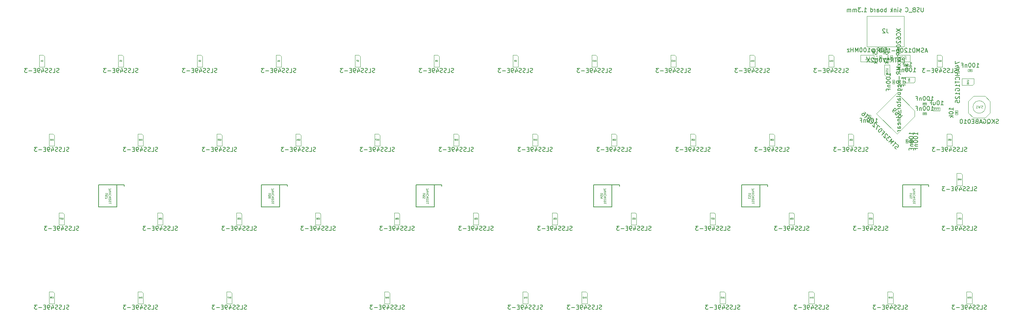
<source format=gbr>
G04 #@! TF.GenerationSoftware,KiCad,Pcbnew,(7.0.0)*
G04 #@! TF.CreationDate,2023-09-24T22:26:46+02:00*
G04 #@! TF.ProjectId,vootington,766f6f74-696e-4677-946f-6e2e6b696361,rev?*
G04 #@! TF.SameCoordinates,Original*
G04 #@! TF.FileFunction,AssemblyDrawing,Bot*
%FSLAX46Y46*%
G04 Gerber Fmt 4.6, Leading zero omitted, Abs format (unit mm)*
G04 Created by KiCad (PCBNEW (7.0.0)) date 2023-09-24 22:26:46*
%MOMM*%
%LPD*%
G01*
G04 APERTURE LIST*
%ADD10C,0.150000*%
%ADD11C,0.060000*%
%ADD12C,0.050000*%
%ADD13C,0.125000*%
%ADD14C,0.090000*%
%ADD15C,0.040000*%
%ADD16C,0.075000*%
%ADD17C,0.120000*%
%ADD18C,0.100000*%
%ADD19C,0.170180*%
G04 APERTURE END LIST*
D10*
X256999880Y-41307381D02*
X256999880Y-41974047D01*
X256999880Y-41974047D02*
X257999880Y-41545476D01*
X257333214Y-42783571D02*
X257999880Y-42783571D01*
X256952261Y-42545476D02*
X257666547Y-42307381D01*
X257666547Y-42307381D02*
X257666547Y-42926428D01*
X257714166Y-43259762D02*
X257714166Y-43735952D01*
X257999880Y-43164524D02*
X256999880Y-43497857D01*
X256999880Y-43497857D02*
X257999880Y-43831190D01*
X257999880Y-44164524D02*
X256999880Y-44164524D01*
X257476071Y-44164524D02*
X257476071Y-44735952D01*
X257999880Y-44735952D02*
X256999880Y-44735952D01*
X257904642Y-45783571D02*
X257952261Y-45735952D01*
X257952261Y-45735952D02*
X257999880Y-45593095D01*
X257999880Y-45593095D02*
X257999880Y-45497857D01*
X257999880Y-45497857D02*
X257952261Y-45355000D01*
X257952261Y-45355000D02*
X257857023Y-45259762D01*
X257857023Y-45259762D02*
X257761785Y-45212143D01*
X257761785Y-45212143D02*
X257571309Y-45164524D01*
X257571309Y-45164524D02*
X257428452Y-45164524D01*
X257428452Y-45164524D02*
X257237976Y-45212143D01*
X257237976Y-45212143D02*
X257142738Y-45259762D01*
X257142738Y-45259762D02*
X257047500Y-45355000D01*
X257047500Y-45355000D02*
X256999880Y-45497857D01*
X256999880Y-45497857D02*
X256999880Y-45593095D01*
X256999880Y-45593095D02*
X257047500Y-45735952D01*
X257047500Y-45735952D02*
X257095119Y-45783571D01*
X256999880Y-46069286D02*
X256999880Y-46640714D01*
X257999880Y-46355000D02*
X256999880Y-46355000D01*
X257999880Y-47497857D02*
X257999880Y-46926429D01*
X257999880Y-47212143D02*
X256999880Y-47212143D01*
X256999880Y-47212143D02*
X257142738Y-47116905D01*
X257142738Y-47116905D02*
X257237976Y-47021667D01*
X257237976Y-47021667D02*
X257285595Y-46926429D01*
X257047500Y-48450238D02*
X256999880Y-48355000D01*
X256999880Y-48355000D02*
X256999880Y-48212143D01*
X256999880Y-48212143D02*
X257047500Y-48069286D01*
X257047500Y-48069286D02*
X257142738Y-47974048D01*
X257142738Y-47974048D02*
X257237976Y-47926429D01*
X257237976Y-47926429D02*
X257428452Y-47878810D01*
X257428452Y-47878810D02*
X257571309Y-47878810D01*
X257571309Y-47878810D02*
X257761785Y-47926429D01*
X257761785Y-47926429D02*
X257857023Y-47974048D01*
X257857023Y-47974048D02*
X257952261Y-48069286D01*
X257952261Y-48069286D02*
X257999880Y-48212143D01*
X257999880Y-48212143D02*
X257999880Y-48307381D01*
X257999880Y-48307381D02*
X257952261Y-48450238D01*
X257952261Y-48450238D02*
X257904642Y-48497857D01*
X257904642Y-48497857D02*
X257571309Y-48497857D01*
X257571309Y-48497857D02*
X257571309Y-48307381D01*
X257999880Y-49450238D02*
X257999880Y-48878810D01*
X257999880Y-49164524D02*
X256999880Y-49164524D01*
X256999880Y-49164524D02*
X257142738Y-49069286D01*
X257142738Y-49069286D02*
X257237976Y-48974048D01*
X257237976Y-48974048D02*
X257285595Y-48878810D01*
X257095119Y-49831191D02*
X257047500Y-49878810D01*
X257047500Y-49878810D02*
X256999880Y-49974048D01*
X256999880Y-49974048D02*
X256999880Y-50212143D01*
X256999880Y-50212143D02*
X257047500Y-50307381D01*
X257047500Y-50307381D02*
X257095119Y-50355000D01*
X257095119Y-50355000D02*
X257190357Y-50402619D01*
X257190357Y-50402619D02*
X257285595Y-50402619D01*
X257285595Y-50402619D02*
X257428452Y-50355000D01*
X257428452Y-50355000D02*
X257999880Y-49783572D01*
X257999880Y-49783572D02*
X257999880Y-50402619D01*
X256999880Y-51307381D02*
X256999880Y-50831191D01*
X256999880Y-50831191D02*
X257476071Y-50783572D01*
X257476071Y-50783572D02*
X257428452Y-50831191D01*
X257428452Y-50831191D02*
X257380833Y-50926429D01*
X257380833Y-50926429D02*
X257380833Y-51164524D01*
X257380833Y-51164524D02*
X257428452Y-51259762D01*
X257428452Y-51259762D02*
X257476071Y-51307381D01*
X257476071Y-51307381D02*
X257571309Y-51355000D01*
X257571309Y-51355000D02*
X257809404Y-51355000D01*
X257809404Y-51355000D02*
X257904642Y-51307381D01*
X257904642Y-51307381D02*
X257952261Y-51259762D01*
X257952261Y-51259762D02*
X257999880Y-51164524D01*
X257999880Y-51164524D02*
X257999880Y-50926429D01*
X257999880Y-50926429D02*
X257952261Y-50831191D01*
X257952261Y-50831191D02*
X257904642Y-50783572D01*
D11*
X259779452Y-45859762D02*
X260103261Y-45859762D01*
X260103261Y-45859762D02*
X260141357Y-45878809D01*
X260141357Y-45878809D02*
X260160404Y-45897857D01*
X260160404Y-45897857D02*
X260179452Y-45935952D01*
X260179452Y-45935952D02*
X260179452Y-46012143D01*
X260179452Y-46012143D02*
X260160404Y-46050238D01*
X260160404Y-46050238D02*
X260141357Y-46069285D01*
X260141357Y-46069285D02*
X260103261Y-46088333D01*
X260103261Y-46088333D02*
X259779452Y-46088333D01*
X259912785Y-46450238D02*
X260179452Y-46450238D01*
X259760404Y-46355000D02*
X260046119Y-46259762D01*
X260046119Y-46259762D02*
X260046119Y-46507381D01*
X259779452Y-46831190D02*
X259779452Y-46755000D01*
X259779452Y-46755000D02*
X259798500Y-46716904D01*
X259798500Y-46716904D02*
X259817547Y-46697857D01*
X259817547Y-46697857D02*
X259874690Y-46659762D01*
X259874690Y-46659762D02*
X259950880Y-46640714D01*
X259950880Y-46640714D02*
X260103261Y-46640714D01*
X260103261Y-46640714D02*
X260141357Y-46659762D01*
X260141357Y-46659762D02*
X260160404Y-46678809D01*
X260160404Y-46678809D02*
X260179452Y-46716904D01*
X260179452Y-46716904D02*
X260179452Y-46793095D01*
X260179452Y-46793095D02*
X260160404Y-46831190D01*
X260160404Y-46831190D02*
X260141357Y-46850238D01*
X260141357Y-46850238D02*
X260103261Y-46869285D01*
X260103261Y-46869285D02*
X260008023Y-46869285D01*
X260008023Y-46869285D02*
X259969928Y-46850238D01*
X259969928Y-46850238D02*
X259950880Y-46831190D01*
X259950880Y-46831190D02*
X259931833Y-46793095D01*
X259931833Y-46793095D02*
X259931833Y-46716904D01*
X259931833Y-46716904D02*
X259950880Y-46678809D01*
X259950880Y-46678809D02*
X259969928Y-46659762D01*
X259969928Y-46659762D02*
X260008023Y-46640714D01*
D10*
X262111606Y-72569761D02*
X261968749Y-72617380D01*
X261968749Y-72617380D02*
X261730654Y-72617380D01*
X261730654Y-72617380D02*
X261635416Y-72569761D01*
X261635416Y-72569761D02*
X261587797Y-72522142D01*
X261587797Y-72522142D02*
X261540178Y-72426904D01*
X261540178Y-72426904D02*
X261540178Y-72331666D01*
X261540178Y-72331666D02*
X261587797Y-72236428D01*
X261587797Y-72236428D02*
X261635416Y-72188809D01*
X261635416Y-72188809D02*
X261730654Y-72141190D01*
X261730654Y-72141190D02*
X261921130Y-72093571D01*
X261921130Y-72093571D02*
X262016368Y-72045952D01*
X262016368Y-72045952D02*
X262063987Y-71998333D01*
X262063987Y-71998333D02*
X262111606Y-71903095D01*
X262111606Y-71903095D02*
X262111606Y-71807857D01*
X262111606Y-71807857D02*
X262063987Y-71712619D01*
X262063987Y-71712619D02*
X262016368Y-71665000D01*
X262016368Y-71665000D02*
X261921130Y-71617380D01*
X261921130Y-71617380D02*
X261683035Y-71617380D01*
X261683035Y-71617380D02*
X261540178Y-71665000D01*
X260635416Y-72617380D02*
X261111606Y-72617380D01*
X261111606Y-72617380D02*
X261111606Y-71617380D01*
X260349701Y-72569761D02*
X260206844Y-72617380D01*
X260206844Y-72617380D02*
X259968749Y-72617380D01*
X259968749Y-72617380D02*
X259873511Y-72569761D01*
X259873511Y-72569761D02*
X259825892Y-72522142D01*
X259825892Y-72522142D02*
X259778273Y-72426904D01*
X259778273Y-72426904D02*
X259778273Y-72331666D01*
X259778273Y-72331666D02*
X259825892Y-72236428D01*
X259825892Y-72236428D02*
X259873511Y-72188809D01*
X259873511Y-72188809D02*
X259968749Y-72141190D01*
X259968749Y-72141190D02*
X260159225Y-72093571D01*
X260159225Y-72093571D02*
X260254463Y-72045952D01*
X260254463Y-72045952D02*
X260302082Y-71998333D01*
X260302082Y-71998333D02*
X260349701Y-71903095D01*
X260349701Y-71903095D02*
X260349701Y-71807857D01*
X260349701Y-71807857D02*
X260302082Y-71712619D01*
X260302082Y-71712619D02*
X260254463Y-71665000D01*
X260254463Y-71665000D02*
X260159225Y-71617380D01*
X260159225Y-71617380D02*
X259921130Y-71617380D01*
X259921130Y-71617380D02*
X259778273Y-71665000D01*
X259397320Y-72569761D02*
X259254463Y-72617380D01*
X259254463Y-72617380D02*
X259016368Y-72617380D01*
X259016368Y-72617380D02*
X258921130Y-72569761D01*
X258921130Y-72569761D02*
X258873511Y-72522142D01*
X258873511Y-72522142D02*
X258825892Y-72426904D01*
X258825892Y-72426904D02*
X258825892Y-72331666D01*
X258825892Y-72331666D02*
X258873511Y-72236428D01*
X258873511Y-72236428D02*
X258921130Y-72188809D01*
X258921130Y-72188809D02*
X259016368Y-72141190D01*
X259016368Y-72141190D02*
X259206844Y-72093571D01*
X259206844Y-72093571D02*
X259302082Y-72045952D01*
X259302082Y-72045952D02*
X259349701Y-71998333D01*
X259349701Y-71998333D02*
X259397320Y-71903095D01*
X259397320Y-71903095D02*
X259397320Y-71807857D01*
X259397320Y-71807857D02*
X259349701Y-71712619D01*
X259349701Y-71712619D02*
X259302082Y-71665000D01*
X259302082Y-71665000D02*
X259206844Y-71617380D01*
X259206844Y-71617380D02*
X258968749Y-71617380D01*
X258968749Y-71617380D02*
X258825892Y-71665000D01*
X257968749Y-71950714D02*
X257968749Y-72617380D01*
X258206844Y-71569761D02*
X258444939Y-72284047D01*
X258444939Y-72284047D02*
X257825892Y-72284047D01*
X257397320Y-72617380D02*
X257206844Y-72617380D01*
X257206844Y-72617380D02*
X257111606Y-72569761D01*
X257111606Y-72569761D02*
X257063987Y-72522142D01*
X257063987Y-72522142D02*
X256968749Y-72379285D01*
X256968749Y-72379285D02*
X256921130Y-72188809D01*
X256921130Y-72188809D02*
X256921130Y-71807857D01*
X256921130Y-71807857D02*
X256968749Y-71712619D01*
X256968749Y-71712619D02*
X257016368Y-71665000D01*
X257016368Y-71665000D02*
X257111606Y-71617380D01*
X257111606Y-71617380D02*
X257302082Y-71617380D01*
X257302082Y-71617380D02*
X257397320Y-71665000D01*
X257397320Y-71665000D02*
X257444939Y-71712619D01*
X257444939Y-71712619D02*
X257492558Y-71807857D01*
X257492558Y-71807857D02*
X257492558Y-72045952D01*
X257492558Y-72045952D02*
X257444939Y-72141190D01*
X257444939Y-72141190D02*
X257397320Y-72188809D01*
X257397320Y-72188809D02*
X257302082Y-72236428D01*
X257302082Y-72236428D02*
X257111606Y-72236428D01*
X257111606Y-72236428D02*
X257016368Y-72188809D01*
X257016368Y-72188809D02*
X256968749Y-72141190D01*
X256968749Y-72141190D02*
X256921130Y-72045952D01*
X256492558Y-72093571D02*
X256159225Y-72093571D01*
X256016368Y-72617380D02*
X256492558Y-72617380D01*
X256492558Y-72617380D02*
X256492558Y-71617380D01*
X256492558Y-71617380D02*
X256016368Y-71617380D01*
X255587796Y-72236428D02*
X254825892Y-72236428D01*
X254444939Y-71617380D02*
X253825892Y-71617380D01*
X253825892Y-71617380D02*
X254159225Y-71998333D01*
X254159225Y-71998333D02*
X254016368Y-71998333D01*
X254016368Y-71998333D02*
X253921130Y-72045952D01*
X253921130Y-72045952D02*
X253873511Y-72093571D01*
X253873511Y-72093571D02*
X253825892Y-72188809D01*
X253825892Y-72188809D02*
X253825892Y-72426904D01*
X253825892Y-72426904D02*
X253873511Y-72522142D01*
X253873511Y-72522142D02*
X253921130Y-72569761D01*
X253921130Y-72569761D02*
X254016368Y-72617380D01*
X254016368Y-72617380D02*
X254302082Y-72617380D01*
X254302082Y-72617380D02*
X254397320Y-72569761D01*
X254397320Y-72569761D02*
X254444939Y-72522142D01*
D12*
X258364940Y-69647561D02*
X258364940Y-69906609D01*
X258364940Y-69906609D02*
X258349702Y-69937085D01*
X258349702Y-69937085D02*
X258334464Y-69952323D01*
X258334464Y-69952323D02*
X258303988Y-69967561D01*
X258303988Y-69967561D02*
X258243035Y-69967561D01*
X258243035Y-69967561D02*
X258212559Y-69952323D01*
X258212559Y-69952323D02*
X258197321Y-69937085D01*
X258197321Y-69937085D02*
X258182083Y-69906609D01*
X258182083Y-69906609D02*
X258182083Y-69647561D01*
X257892559Y-69754228D02*
X257892559Y-69967561D01*
X257968750Y-69632323D02*
X258044940Y-69860895D01*
X258044940Y-69860895D02*
X257846845Y-69860895D01*
X257572559Y-69647561D02*
X257724940Y-69647561D01*
X257724940Y-69647561D02*
X257740178Y-69799942D01*
X257740178Y-69799942D02*
X257724940Y-69784704D01*
X257724940Y-69784704D02*
X257694464Y-69769466D01*
X257694464Y-69769466D02*
X257618273Y-69769466D01*
X257618273Y-69769466D02*
X257587797Y-69784704D01*
X257587797Y-69784704D02*
X257572559Y-69799942D01*
X257572559Y-69799942D02*
X257557321Y-69830419D01*
X257557321Y-69830419D02*
X257557321Y-69906609D01*
X257557321Y-69906609D02*
X257572559Y-69937085D01*
X257572559Y-69937085D02*
X257587797Y-69952323D01*
X257587797Y-69952323D02*
X257618273Y-69967561D01*
X257618273Y-69967561D02*
X257694464Y-69967561D01*
X257694464Y-69967561D02*
X257724940Y-69952323D01*
X257724940Y-69952323D02*
X257740178Y-69937085D01*
D13*
X207038986Y-73188157D02*
X207443748Y-73188157D01*
X207443748Y-73188157D02*
X207491367Y-73211967D01*
X207491367Y-73211967D02*
X207515176Y-73235776D01*
X207515176Y-73235776D02*
X207538986Y-73283395D01*
X207538986Y-73283395D02*
X207538986Y-73378633D01*
X207538986Y-73378633D02*
X207515176Y-73426252D01*
X207515176Y-73426252D02*
X207491367Y-73450062D01*
X207491367Y-73450062D02*
X207443748Y-73473871D01*
X207443748Y-73473871D02*
X207038986Y-73473871D01*
X207038986Y-73950062D02*
X207038986Y-73711967D01*
X207038986Y-73711967D02*
X207277081Y-73688158D01*
X207277081Y-73688158D02*
X207253272Y-73711967D01*
X207253272Y-73711967D02*
X207229462Y-73759586D01*
X207229462Y-73759586D02*
X207229462Y-73878634D01*
X207229462Y-73878634D02*
X207253272Y-73926253D01*
X207253272Y-73926253D02*
X207277081Y-73950062D01*
X207277081Y-73950062D02*
X207324700Y-73973872D01*
X207324700Y-73973872D02*
X207443748Y-73973872D01*
X207443748Y-73973872D02*
X207491367Y-73950062D01*
X207491367Y-73950062D02*
X207515176Y-73926253D01*
X207515176Y-73926253D02*
X207538986Y-73878634D01*
X207538986Y-73878634D02*
X207538986Y-73759586D01*
X207538986Y-73759586D02*
X207515176Y-73711967D01*
X207515176Y-73711967D02*
X207491367Y-73688158D01*
X207038986Y-74140538D02*
X207038986Y-74450062D01*
X207038986Y-74450062D02*
X207229462Y-74283395D01*
X207229462Y-74283395D02*
X207229462Y-74354824D01*
X207229462Y-74354824D02*
X207253272Y-74402443D01*
X207253272Y-74402443D02*
X207277081Y-74426252D01*
X207277081Y-74426252D02*
X207324700Y-74450062D01*
X207324700Y-74450062D02*
X207443748Y-74450062D01*
X207443748Y-74450062D02*
X207491367Y-74426252D01*
X207491367Y-74426252D02*
X207515176Y-74402443D01*
X207515176Y-74402443D02*
X207538986Y-74354824D01*
X207538986Y-74354824D02*
X207538986Y-74211967D01*
X207538986Y-74211967D02*
X207515176Y-74164348D01*
X207515176Y-74164348D02*
X207491367Y-74140538D01*
X207858986Y-72008158D02*
X207858986Y-72341491D01*
X207858986Y-72341491D02*
X208358986Y-72127206D01*
X208025653Y-72746253D02*
X208358986Y-72746253D01*
X207835176Y-72627205D02*
X208192319Y-72508158D01*
X208192319Y-72508158D02*
X208192319Y-72817681D01*
X208358986Y-73008157D02*
X207858986Y-73008157D01*
X208097081Y-73008157D02*
X208097081Y-73293871D01*
X208358986Y-73293871D02*
X207858986Y-73293871D01*
X208311367Y-73817681D02*
X208335176Y-73793872D01*
X208335176Y-73793872D02*
X208358986Y-73722443D01*
X208358986Y-73722443D02*
X208358986Y-73674824D01*
X208358986Y-73674824D02*
X208335176Y-73603396D01*
X208335176Y-73603396D02*
X208287557Y-73555777D01*
X208287557Y-73555777D02*
X208239938Y-73531967D01*
X208239938Y-73531967D02*
X208144700Y-73508158D01*
X208144700Y-73508158D02*
X208073272Y-73508158D01*
X208073272Y-73508158D02*
X207978034Y-73531967D01*
X207978034Y-73531967D02*
X207930415Y-73555777D01*
X207930415Y-73555777D02*
X207882796Y-73603396D01*
X207882796Y-73603396D02*
X207858986Y-73674824D01*
X207858986Y-73674824D02*
X207858986Y-73722443D01*
X207858986Y-73722443D02*
X207882796Y-73793872D01*
X207882796Y-73793872D02*
X207906605Y-73817681D01*
X208025653Y-74246253D02*
X208358986Y-74246253D01*
X207835176Y-74127205D02*
X208192319Y-74008158D01*
X208192319Y-74008158D02*
X208192319Y-74317681D01*
X207858986Y-74603395D02*
X207858986Y-74651014D01*
X207858986Y-74651014D02*
X207882796Y-74698633D01*
X207882796Y-74698633D02*
X207906605Y-74722443D01*
X207906605Y-74722443D02*
X207954224Y-74746252D01*
X207954224Y-74746252D02*
X208049462Y-74770062D01*
X208049462Y-74770062D02*
X208168510Y-74770062D01*
X208168510Y-74770062D02*
X208263748Y-74746252D01*
X208263748Y-74746252D02*
X208311367Y-74722443D01*
X208311367Y-74722443D02*
X208335176Y-74698633D01*
X208335176Y-74698633D02*
X208358986Y-74651014D01*
X208358986Y-74651014D02*
X208358986Y-74603395D01*
X208358986Y-74603395D02*
X208335176Y-74555776D01*
X208335176Y-74555776D02*
X208311367Y-74531967D01*
X208311367Y-74531967D02*
X208263748Y-74508157D01*
X208263748Y-74508157D02*
X208168510Y-74484348D01*
X208168510Y-74484348D02*
X208049462Y-74484348D01*
X208049462Y-74484348D02*
X207954224Y-74508157D01*
X207954224Y-74508157D02*
X207906605Y-74531967D01*
X207906605Y-74531967D02*
X207882796Y-74555776D01*
X207882796Y-74555776D02*
X207858986Y-74603395D01*
X207858986Y-75222442D02*
X207858986Y-74984347D01*
X207858986Y-74984347D02*
X208097081Y-74960538D01*
X208097081Y-74960538D02*
X208073272Y-74984347D01*
X208073272Y-74984347D02*
X208049462Y-75031966D01*
X208049462Y-75031966D02*
X208049462Y-75151014D01*
X208049462Y-75151014D02*
X208073272Y-75198633D01*
X208073272Y-75198633D02*
X208097081Y-75222442D01*
X208097081Y-75222442D02*
X208144700Y-75246252D01*
X208144700Y-75246252D02*
X208263748Y-75246252D01*
X208263748Y-75246252D02*
X208311367Y-75222442D01*
X208311367Y-75222442D02*
X208335176Y-75198633D01*
X208335176Y-75198633D02*
X208358986Y-75151014D01*
X208358986Y-75151014D02*
X208358986Y-75031966D01*
X208358986Y-75031966D02*
X208335176Y-74984347D01*
X208335176Y-74984347D02*
X208311367Y-74960538D01*
X208358986Y-75722442D02*
X208358986Y-75436728D01*
X208358986Y-75579585D02*
X207858986Y-75579585D01*
X207858986Y-75579585D02*
X207930415Y-75531966D01*
X207930415Y-75531966D02*
X207978034Y-75484347D01*
X207978034Y-75484347D02*
X208001843Y-75436728D01*
D10*
X204961606Y-101144761D02*
X204818749Y-101192380D01*
X204818749Y-101192380D02*
X204580654Y-101192380D01*
X204580654Y-101192380D02*
X204485416Y-101144761D01*
X204485416Y-101144761D02*
X204437797Y-101097142D01*
X204437797Y-101097142D02*
X204390178Y-101001904D01*
X204390178Y-101001904D02*
X204390178Y-100906666D01*
X204390178Y-100906666D02*
X204437797Y-100811428D01*
X204437797Y-100811428D02*
X204485416Y-100763809D01*
X204485416Y-100763809D02*
X204580654Y-100716190D01*
X204580654Y-100716190D02*
X204771130Y-100668571D01*
X204771130Y-100668571D02*
X204866368Y-100620952D01*
X204866368Y-100620952D02*
X204913987Y-100573333D01*
X204913987Y-100573333D02*
X204961606Y-100478095D01*
X204961606Y-100478095D02*
X204961606Y-100382857D01*
X204961606Y-100382857D02*
X204913987Y-100287619D01*
X204913987Y-100287619D02*
X204866368Y-100240000D01*
X204866368Y-100240000D02*
X204771130Y-100192380D01*
X204771130Y-100192380D02*
X204533035Y-100192380D01*
X204533035Y-100192380D02*
X204390178Y-100240000D01*
X203485416Y-101192380D02*
X203961606Y-101192380D01*
X203961606Y-101192380D02*
X203961606Y-100192380D01*
X203199701Y-101144761D02*
X203056844Y-101192380D01*
X203056844Y-101192380D02*
X202818749Y-101192380D01*
X202818749Y-101192380D02*
X202723511Y-101144761D01*
X202723511Y-101144761D02*
X202675892Y-101097142D01*
X202675892Y-101097142D02*
X202628273Y-101001904D01*
X202628273Y-101001904D02*
X202628273Y-100906666D01*
X202628273Y-100906666D02*
X202675892Y-100811428D01*
X202675892Y-100811428D02*
X202723511Y-100763809D01*
X202723511Y-100763809D02*
X202818749Y-100716190D01*
X202818749Y-100716190D02*
X203009225Y-100668571D01*
X203009225Y-100668571D02*
X203104463Y-100620952D01*
X203104463Y-100620952D02*
X203152082Y-100573333D01*
X203152082Y-100573333D02*
X203199701Y-100478095D01*
X203199701Y-100478095D02*
X203199701Y-100382857D01*
X203199701Y-100382857D02*
X203152082Y-100287619D01*
X203152082Y-100287619D02*
X203104463Y-100240000D01*
X203104463Y-100240000D02*
X203009225Y-100192380D01*
X203009225Y-100192380D02*
X202771130Y-100192380D01*
X202771130Y-100192380D02*
X202628273Y-100240000D01*
X202247320Y-101144761D02*
X202104463Y-101192380D01*
X202104463Y-101192380D02*
X201866368Y-101192380D01*
X201866368Y-101192380D02*
X201771130Y-101144761D01*
X201771130Y-101144761D02*
X201723511Y-101097142D01*
X201723511Y-101097142D02*
X201675892Y-101001904D01*
X201675892Y-101001904D02*
X201675892Y-100906666D01*
X201675892Y-100906666D02*
X201723511Y-100811428D01*
X201723511Y-100811428D02*
X201771130Y-100763809D01*
X201771130Y-100763809D02*
X201866368Y-100716190D01*
X201866368Y-100716190D02*
X202056844Y-100668571D01*
X202056844Y-100668571D02*
X202152082Y-100620952D01*
X202152082Y-100620952D02*
X202199701Y-100573333D01*
X202199701Y-100573333D02*
X202247320Y-100478095D01*
X202247320Y-100478095D02*
X202247320Y-100382857D01*
X202247320Y-100382857D02*
X202199701Y-100287619D01*
X202199701Y-100287619D02*
X202152082Y-100240000D01*
X202152082Y-100240000D02*
X202056844Y-100192380D01*
X202056844Y-100192380D02*
X201818749Y-100192380D01*
X201818749Y-100192380D02*
X201675892Y-100240000D01*
X200818749Y-100525714D02*
X200818749Y-101192380D01*
X201056844Y-100144761D02*
X201294939Y-100859047D01*
X201294939Y-100859047D02*
X200675892Y-100859047D01*
X200247320Y-101192380D02*
X200056844Y-101192380D01*
X200056844Y-101192380D02*
X199961606Y-101144761D01*
X199961606Y-101144761D02*
X199913987Y-101097142D01*
X199913987Y-101097142D02*
X199818749Y-100954285D01*
X199818749Y-100954285D02*
X199771130Y-100763809D01*
X199771130Y-100763809D02*
X199771130Y-100382857D01*
X199771130Y-100382857D02*
X199818749Y-100287619D01*
X199818749Y-100287619D02*
X199866368Y-100240000D01*
X199866368Y-100240000D02*
X199961606Y-100192380D01*
X199961606Y-100192380D02*
X200152082Y-100192380D01*
X200152082Y-100192380D02*
X200247320Y-100240000D01*
X200247320Y-100240000D02*
X200294939Y-100287619D01*
X200294939Y-100287619D02*
X200342558Y-100382857D01*
X200342558Y-100382857D02*
X200342558Y-100620952D01*
X200342558Y-100620952D02*
X200294939Y-100716190D01*
X200294939Y-100716190D02*
X200247320Y-100763809D01*
X200247320Y-100763809D02*
X200152082Y-100811428D01*
X200152082Y-100811428D02*
X199961606Y-100811428D01*
X199961606Y-100811428D02*
X199866368Y-100763809D01*
X199866368Y-100763809D02*
X199818749Y-100716190D01*
X199818749Y-100716190D02*
X199771130Y-100620952D01*
X199342558Y-100668571D02*
X199009225Y-100668571D01*
X198866368Y-101192380D02*
X199342558Y-101192380D01*
X199342558Y-101192380D02*
X199342558Y-100192380D01*
X199342558Y-100192380D02*
X198866368Y-100192380D01*
X198437796Y-100811428D02*
X197675892Y-100811428D01*
X197294939Y-100192380D02*
X196675892Y-100192380D01*
X196675892Y-100192380D02*
X197009225Y-100573333D01*
X197009225Y-100573333D02*
X196866368Y-100573333D01*
X196866368Y-100573333D02*
X196771130Y-100620952D01*
X196771130Y-100620952D02*
X196723511Y-100668571D01*
X196723511Y-100668571D02*
X196675892Y-100763809D01*
X196675892Y-100763809D02*
X196675892Y-101001904D01*
X196675892Y-101001904D02*
X196723511Y-101097142D01*
X196723511Y-101097142D02*
X196771130Y-101144761D01*
X196771130Y-101144761D02*
X196866368Y-101192380D01*
X196866368Y-101192380D02*
X197152082Y-101192380D01*
X197152082Y-101192380D02*
X197247320Y-101144761D01*
X197247320Y-101144761D02*
X197294939Y-101097142D01*
D12*
X201214940Y-98222561D02*
X201214940Y-98481609D01*
X201214940Y-98481609D02*
X201199702Y-98512085D01*
X201199702Y-98512085D02*
X201184464Y-98527323D01*
X201184464Y-98527323D02*
X201153988Y-98542561D01*
X201153988Y-98542561D02*
X201093035Y-98542561D01*
X201093035Y-98542561D02*
X201062559Y-98527323D01*
X201062559Y-98527323D02*
X201047321Y-98512085D01*
X201047321Y-98512085D02*
X201032083Y-98481609D01*
X201032083Y-98481609D02*
X201032083Y-98222561D01*
X200742559Y-98329228D02*
X200742559Y-98542561D01*
X200818750Y-98207323D02*
X200894940Y-98435895D01*
X200894940Y-98435895D02*
X200696845Y-98435895D01*
X200605416Y-98222561D02*
X200407321Y-98222561D01*
X200407321Y-98222561D02*
X200513988Y-98344466D01*
X200513988Y-98344466D02*
X200468273Y-98344466D01*
X200468273Y-98344466D02*
X200437797Y-98359704D01*
X200437797Y-98359704D02*
X200422559Y-98374942D01*
X200422559Y-98374942D02*
X200407321Y-98405419D01*
X200407321Y-98405419D02*
X200407321Y-98481609D01*
X200407321Y-98481609D02*
X200422559Y-98512085D01*
X200422559Y-98512085D02*
X200437797Y-98527323D01*
X200437797Y-98527323D02*
X200468273Y-98542561D01*
X200468273Y-98542561D02*
X200559702Y-98542561D01*
X200559702Y-98542561D02*
X200590178Y-98527323D01*
X200590178Y-98527323D02*
X200605416Y-98512085D01*
D10*
X43036606Y-101144761D02*
X42893749Y-101192380D01*
X42893749Y-101192380D02*
X42655654Y-101192380D01*
X42655654Y-101192380D02*
X42560416Y-101144761D01*
X42560416Y-101144761D02*
X42512797Y-101097142D01*
X42512797Y-101097142D02*
X42465178Y-101001904D01*
X42465178Y-101001904D02*
X42465178Y-100906666D01*
X42465178Y-100906666D02*
X42512797Y-100811428D01*
X42512797Y-100811428D02*
X42560416Y-100763809D01*
X42560416Y-100763809D02*
X42655654Y-100716190D01*
X42655654Y-100716190D02*
X42846130Y-100668571D01*
X42846130Y-100668571D02*
X42941368Y-100620952D01*
X42941368Y-100620952D02*
X42988987Y-100573333D01*
X42988987Y-100573333D02*
X43036606Y-100478095D01*
X43036606Y-100478095D02*
X43036606Y-100382857D01*
X43036606Y-100382857D02*
X42988987Y-100287619D01*
X42988987Y-100287619D02*
X42941368Y-100240000D01*
X42941368Y-100240000D02*
X42846130Y-100192380D01*
X42846130Y-100192380D02*
X42608035Y-100192380D01*
X42608035Y-100192380D02*
X42465178Y-100240000D01*
X41560416Y-101192380D02*
X42036606Y-101192380D01*
X42036606Y-101192380D02*
X42036606Y-100192380D01*
X41274701Y-101144761D02*
X41131844Y-101192380D01*
X41131844Y-101192380D02*
X40893749Y-101192380D01*
X40893749Y-101192380D02*
X40798511Y-101144761D01*
X40798511Y-101144761D02*
X40750892Y-101097142D01*
X40750892Y-101097142D02*
X40703273Y-101001904D01*
X40703273Y-101001904D02*
X40703273Y-100906666D01*
X40703273Y-100906666D02*
X40750892Y-100811428D01*
X40750892Y-100811428D02*
X40798511Y-100763809D01*
X40798511Y-100763809D02*
X40893749Y-100716190D01*
X40893749Y-100716190D02*
X41084225Y-100668571D01*
X41084225Y-100668571D02*
X41179463Y-100620952D01*
X41179463Y-100620952D02*
X41227082Y-100573333D01*
X41227082Y-100573333D02*
X41274701Y-100478095D01*
X41274701Y-100478095D02*
X41274701Y-100382857D01*
X41274701Y-100382857D02*
X41227082Y-100287619D01*
X41227082Y-100287619D02*
X41179463Y-100240000D01*
X41179463Y-100240000D02*
X41084225Y-100192380D01*
X41084225Y-100192380D02*
X40846130Y-100192380D01*
X40846130Y-100192380D02*
X40703273Y-100240000D01*
X40322320Y-101144761D02*
X40179463Y-101192380D01*
X40179463Y-101192380D02*
X39941368Y-101192380D01*
X39941368Y-101192380D02*
X39846130Y-101144761D01*
X39846130Y-101144761D02*
X39798511Y-101097142D01*
X39798511Y-101097142D02*
X39750892Y-101001904D01*
X39750892Y-101001904D02*
X39750892Y-100906666D01*
X39750892Y-100906666D02*
X39798511Y-100811428D01*
X39798511Y-100811428D02*
X39846130Y-100763809D01*
X39846130Y-100763809D02*
X39941368Y-100716190D01*
X39941368Y-100716190D02*
X40131844Y-100668571D01*
X40131844Y-100668571D02*
X40227082Y-100620952D01*
X40227082Y-100620952D02*
X40274701Y-100573333D01*
X40274701Y-100573333D02*
X40322320Y-100478095D01*
X40322320Y-100478095D02*
X40322320Y-100382857D01*
X40322320Y-100382857D02*
X40274701Y-100287619D01*
X40274701Y-100287619D02*
X40227082Y-100240000D01*
X40227082Y-100240000D02*
X40131844Y-100192380D01*
X40131844Y-100192380D02*
X39893749Y-100192380D01*
X39893749Y-100192380D02*
X39750892Y-100240000D01*
X38893749Y-100525714D02*
X38893749Y-101192380D01*
X39131844Y-100144761D02*
X39369939Y-100859047D01*
X39369939Y-100859047D02*
X38750892Y-100859047D01*
X38322320Y-101192380D02*
X38131844Y-101192380D01*
X38131844Y-101192380D02*
X38036606Y-101144761D01*
X38036606Y-101144761D02*
X37988987Y-101097142D01*
X37988987Y-101097142D02*
X37893749Y-100954285D01*
X37893749Y-100954285D02*
X37846130Y-100763809D01*
X37846130Y-100763809D02*
X37846130Y-100382857D01*
X37846130Y-100382857D02*
X37893749Y-100287619D01*
X37893749Y-100287619D02*
X37941368Y-100240000D01*
X37941368Y-100240000D02*
X38036606Y-100192380D01*
X38036606Y-100192380D02*
X38227082Y-100192380D01*
X38227082Y-100192380D02*
X38322320Y-100240000D01*
X38322320Y-100240000D02*
X38369939Y-100287619D01*
X38369939Y-100287619D02*
X38417558Y-100382857D01*
X38417558Y-100382857D02*
X38417558Y-100620952D01*
X38417558Y-100620952D02*
X38369939Y-100716190D01*
X38369939Y-100716190D02*
X38322320Y-100763809D01*
X38322320Y-100763809D02*
X38227082Y-100811428D01*
X38227082Y-100811428D02*
X38036606Y-100811428D01*
X38036606Y-100811428D02*
X37941368Y-100763809D01*
X37941368Y-100763809D02*
X37893749Y-100716190D01*
X37893749Y-100716190D02*
X37846130Y-100620952D01*
X37417558Y-100668571D02*
X37084225Y-100668571D01*
X36941368Y-101192380D02*
X37417558Y-101192380D01*
X37417558Y-101192380D02*
X37417558Y-100192380D01*
X37417558Y-100192380D02*
X36941368Y-100192380D01*
X36512796Y-100811428D02*
X35750892Y-100811428D01*
X35369939Y-100192380D02*
X34750892Y-100192380D01*
X34750892Y-100192380D02*
X35084225Y-100573333D01*
X35084225Y-100573333D02*
X34941368Y-100573333D01*
X34941368Y-100573333D02*
X34846130Y-100620952D01*
X34846130Y-100620952D02*
X34798511Y-100668571D01*
X34798511Y-100668571D02*
X34750892Y-100763809D01*
X34750892Y-100763809D02*
X34750892Y-101001904D01*
X34750892Y-101001904D02*
X34798511Y-101097142D01*
X34798511Y-101097142D02*
X34846130Y-101144761D01*
X34846130Y-101144761D02*
X34941368Y-101192380D01*
X34941368Y-101192380D02*
X35227082Y-101192380D01*
X35227082Y-101192380D02*
X35322320Y-101144761D01*
X35322320Y-101144761D02*
X35369939Y-101097142D01*
D12*
X39289940Y-98222561D02*
X39289940Y-98481609D01*
X39289940Y-98481609D02*
X39274702Y-98512085D01*
X39274702Y-98512085D02*
X39259464Y-98527323D01*
X39259464Y-98527323D02*
X39228988Y-98542561D01*
X39228988Y-98542561D02*
X39168035Y-98542561D01*
X39168035Y-98542561D02*
X39137559Y-98527323D01*
X39137559Y-98527323D02*
X39122321Y-98512085D01*
X39122321Y-98512085D02*
X39107083Y-98481609D01*
X39107083Y-98481609D02*
X39107083Y-98222561D01*
X38985178Y-98222561D02*
X38787083Y-98222561D01*
X38787083Y-98222561D02*
X38893750Y-98344466D01*
X38893750Y-98344466D02*
X38848035Y-98344466D01*
X38848035Y-98344466D02*
X38817559Y-98359704D01*
X38817559Y-98359704D02*
X38802321Y-98374942D01*
X38802321Y-98374942D02*
X38787083Y-98405419D01*
X38787083Y-98405419D02*
X38787083Y-98481609D01*
X38787083Y-98481609D02*
X38802321Y-98512085D01*
X38802321Y-98512085D02*
X38817559Y-98527323D01*
X38817559Y-98527323D02*
X38848035Y-98542561D01*
X38848035Y-98542561D02*
X38939464Y-98542561D01*
X38939464Y-98542561D02*
X38969940Y-98527323D01*
X38969940Y-98527323D02*
X38985178Y-98512085D01*
X38634702Y-98542561D02*
X38573750Y-98542561D01*
X38573750Y-98542561D02*
X38543273Y-98527323D01*
X38543273Y-98527323D02*
X38528035Y-98512085D01*
X38528035Y-98512085D02*
X38497559Y-98466371D01*
X38497559Y-98466371D02*
X38482321Y-98405419D01*
X38482321Y-98405419D02*
X38482321Y-98283514D01*
X38482321Y-98283514D02*
X38497559Y-98253038D01*
X38497559Y-98253038D02*
X38512797Y-98237800D01*
X38512797Y-98237800D02*
X38543273Y-98222561D01*
X38543273Y-98222561D02*
X38604226Y-98222561D01*
X38604226Y-98222561D02*
X38634702Y-98237800D01*
X38634702Y-98237800D02*
X38649940Y-98253038D01*
X38649940Y-98253038D02*
X38665178Y-98283514D01*
X38665178Y-98283514D02*
X38665178Y-98359704D01*
X38665178Y-98359704D02*
X38649940Y-98390180D01*
X38649940Y-98390180D02*
X38634702Y-98405419D01*
X38634702Y-98405419D02*
X38604226Y-98420657D01*
X38604226Y-98420657D02*
X38543273Y-98420657D01*
X38543273Y-98420657D02*
X38512797Y-98405419D01*
X38512797Y-98405419D02*
X38497559Y-98390180D01*
X38497559Y-98390180D02*
X38482321Y-98359704D01*
D10*
X154955356Y-43994761D02*
X154812499Y-44042380D01*
X154812499Y-44042380D02*
X154574404Y-44042380D01*
X154574404Y-44042380D02*
X154479166Y-43994761D01*
X154479166Y-43994761D02*
X154431547Y-43947142D01*
X154431547Y-43947142D02*
X154383928Y-43851904D01*
X154383928Y-43851904D02*
X154383928Y-43756666D01*
X154383928Y-43756666D02*
X154431547Y-43661428D01*
X154431547Y-43661428D02*
X154479166Y-43613809D01*
X154479166Y-43613809D02*
X154574404Y-43566190D01*
X154574404Y-43566190D02*
X154764880Y-43518571D01*
X154764880Y-43518571D02*
X154860118Y-43470952D01*
X154860118Y-43470952D02*
X154907737Y-43423333D01*
X154907737Y-43423333D02*
X154955356Y-43328095D01*
X154955356Y-43328095D02*
X154955356Y-43232857D01*
X154955356Y-43232857D02*
X154907737Y-43137619D01*
X154907737Y-43137619D02*
X154860118Y-43090000D01*
X154860118Y-43090000D02*
X154764880Y-43042380D01*
X154764880Y-43042380D02*
X154526785Y-43042380D01*
X154526785Y-43042380D02*
X154383928Y-43090000D01*
X153479166Y-44042380D02*
X153955356Y-44042380D01*
X153955356Y-44042380D02*
X153955356Y-43042380D01*
X153193451Y-43994761D02*
X153050594Y-44042380D01*
X153050594Y-44042380D02*
X152812499Y-44042380D01*
X152812499Y-44042380D02*
X152717261Y-43994761D01*
X152717261Y-43994761D02*
X152669642Y-43947142D01*
X152669642Y-43947142D02*
X152622023Y-43851904D01*
X152622023Y-43851904D02*
X152622023Y-43756666D01*
X152622023Y-43756666D02*
X152669642Y-43661428D01*
X152669642Y-43661428D02*
X152717261Y-43613809D01*
X152717261Y-43613809D02*
X152812499Y-43566190D01*
X152812499Y-43566190D02*
X153002975Y-43518571D01*
X153002975Y-43518571D02*
X153098213Y-43470952D01*
X153098213Y-43470952D02*
X153145832Y-43423333D01*
X153145832Y-43423333D02*
X153193451Y-43328095D01*
X153193451Y-43328095D02*
X153193451Y-43232857D01*
X153193451Y-43232857D02*
X153145832Y-43137619D01*
X153145832Y-43137619D02*
X153098213Y-43090000D01*
X153098213Y-43090000D02*
X153002975Y-43042380D01*
X153002975Y-43042380D02*
X152764880Y-43042380D01*
X152764880Y-43042380D02*
X152622023Y-43090000D01*
X152241070Y-43994761D02*
X152098213Y-44042380D01*
X152098213Y-44042380D02*
X151860118Y-44042380D01*
X151860118Y-44042380D02*
X151764880Y-43994761D01*
X151764880Y-43994761D02*
X151717261Y-43947142D01*
X151717261Y-43947142D02*
X151669642Y-43851904D01*
X151669642Y-43851904D02*
X151669642Y-43756666D01*
X151669642Y-43756666D02*
X151717261Y-43661428D01*
X151717261Y-43661428D02*
X151764880Y-43613809D01*
X151764880Y-43613809D02*
X151860118Y-43566190D01*
X151860118Y-43566190D02*
X152050594Y-43518571D01*
X152050594Y-43518571D02*
X152145832Y-43470952D01*
X152145832Y-43470952D02*
X152193451Y-43423333D01*
X152193451Y-43423333D02*
X152241070Y-43328095D01*
X152241070Y-43328095D02*
X152241070Y-43232857D01*
X152241070Y-43232857D02*
X152193451Y-43137619D01*
X152193451Y-43137619D02*
X152145832Y-43090000D01*
X152145832Y-43090000D02*
X152050594Y-43042380D01*
X152050594Y-43042380D02*
X151812499Y-43042380D01*
X151812499Y-43042380D02*
X151669642Y-43090000D01*
X150812499Y-43375714D02*
X150812499Y-44042380D01*
X151050594Y-42994761D02*
X151288689Y-43709047D01*
X151288689Y-43709047D02*
X150669642Y-43709047D01*
X150241070Y-44042380D02*
X150050594Y-44042380D01*
X150050594Y-44042380D02*
X149955356Y-43994761D01*
X149955356Y-43994761D02*
X149907737Y-43947142D01*
X149907737Y-43947142D02*
X149812499Y-43804285D01*
X149812499Y-43804285D02*
X149764880Y-43613809D01*
X149764880Y-43613809D02*
X149764880Y-43232857D01*
X149764880Y-43232857D02*
X149812499Y-43137619D01*
X149812499Y-43137619D02*
X149860118Y-43090000D01*
X149860118Y-43090000D02*
X149955356Y-43042380D01*
X149955356Y-43042380D02*
X150145832Y-43042380D01*
X150145832Y-43042380D02*
X150241070Y-43090000D01*
X150241070Y-43090000D02*
X150288689Y-43137619D01*
X150288689Y-43137619D02*
X150336308Y-43232857D01*
X150336308Y-43232857D02*
X150336308Y-43470952D01*
X150336308Y-43470952D02*
X150288689Y-43566190D01*
X150288689Y-43566190D02*
X150241070Y-43613809D01*
X150241070Y-43613809D02*
X150145832Y-43661428D01*
X150145832Y-43661428D02*
X149955356Y-43661428D01*
X149955356Y-43661428D02*
X149860118Y-43613809D01*
X149860118Y-43613809D02*
X149812499Y-43566190D01*
X149812499Y-43566190D02*
X149764880Y-43470952D01*
X149336308Y-43518571D02*
X149002975Y-43518571D01*
X148860118Y-44042380D02*
X149336308Y-44042380D01*
X149336308Y-44042380D02*
X149336308Y-43042380D01*
X149336308Y-43042380D02*
X148860118Y-43042380D01*
X148431546Y-43661428D02*
X147669642Y-43661428D01*
X147288689Y-43042380D02*
X146669642Y-43042380D01*
X146669642Y-43042380D02*
X147002975Y-43423333D01*
X147002975Y-43423333D02*
X146860118Y-43423333D01*
X146860118Y-43423333D02*
X146764880Y-43470952D01*
X146764880Y-43470952D02*
X146717261Y-43518571D01*
X146717261Y-43518571D02*
X146669642Y-43613809D01*
X146669642Y-43613809D02*
X146669642Y-43851904D01*
X146669642Y-43851904D02*
X146717261Y-43947142D01*
X146717261Y-43947142D02*
X146764880Y-43994761D01*
X146764880Y-43994761D02*
X146860118Y-44042380D01*
X146860118Y-44042380D02*
X147145832Y-44042380D01*
X147145832Y-44042380D02*
X147241070Y-43994761D01*
X147241070Y-43994761D02*
X147288689Y-43947142D01*
D12*
X151056309Y-41072561D02*
X151056309Y-41331609D01*
X151056309Y-41331609D02*
X151041071Y-41362085D01*
X151041071Y-41362085D02*
X151025833Y-41377323D01*
X151025833Y-41377323D02*
X150995357Y-41392561D01*
X150995357Y-41392561D02*
X150934404Y-41392561D01*
X150934404Y-41392561D02*
X150903928Y-41377323D01*
X150903928Y-41377323D02*
X150888690Y-41362085D01*
X150888690Y-41362085D02*
X150873452Y-41331609D01*
X150873452Y-41331609D02*
X150873452Y-41072561D01*
X150705833Y-41392561D02*
X150644881Y-41392561D01*
X150644881Y-41392561D02*
X150614404Y-41377323D01*
X150614404Y-41377323D02*
X150599166Y-41362085D01*
X150599166Y-41362085D02*
X150568690Y-41316371D01*
X150568690Y-41316371D02*
X150553452Y-41255419D01*
X150553452Y-41255419D02*
X150553452Y-41133514D01*
X150553452Y-41133514D02*
X150568690Y-41103038D01*
X150568690Y-41103038D02*
X150583928Y-41087800D01*
X150583928Y-41087800D02*
X150614404Y-41072561D01*
X150614404Y-41072561D02*
X150675357Y-41072561D01*
X150675357Y-41072561D02*
X150705833Y-41087800D01*
X150705833Y-41087800D02*
X150721071Y-41103038D01*
X150721071Y-41103038D02*
X150736309Y-41133514D01*
X150736309Y-41133514D02*
X150736309Y-41209704D01*
X150736309Y-41209704D02*
X150721071Y-41240180D01*
X150721071Y-41240180D02*
X150705833Y-41255419D01*
X150705833Y-41255419D02*
X150675357Y-41270657D01*
X150675357Y-41270657D02*
X150614404Y-41270657D01*
X150614404Y-41270657D02*
X150583928Y-41255419D01*
X150583928Y-41255419D02*
X150568690Y-41240180D01*
X150568690Y-41240180D02*
X150553452Y-41209704D01*
D10*
X88280356Y-82094761D02*
X88137499Y-82142380D01*
X88137499Y-82142380D02*
X87899404Y-82142380D01*
X87899404Y-82142380D02*
X87804166Y-82094761D01*
X87804166Y-82094761D02*
X87756547Y-82047142D01*
X87756547Y-82047142D02*
X87708928Y-81951904D01*
X87708928Y-81951904D02*
X87708928Y-81856666D01*
X87708928Y-81856666D02*
X87756547Y-81761428D01*
X87756547Y-81761428D02*
X87804166Y-81713809D01*
X87804166Y-81713809D02*
X87899404Y-81666190D01*
X87899404Y-81666190D02*
X88089880Y-81618571D01*
X88089880Y-81618571D02*
X88185118Y-81570952D01*
X88185118Y-81570952D02*
X88232737Y-81523333D01*
X88232737Y-81523333D02*
X88280356Y-81428095D01*
X88280356Y-81428095D02*
X88280356Y-81332857D01*
X88280356Y-81332857D02*
X88232737Y-81237619D01*
X88232737Y-81237619D02*
X88185118Y-81190000D01*
X88185118Y-81190000D02*
X88089880Y-81142380D01*
X88089880Y-81142380D02*
X87851785Y-81142380D01*
X87851785Y-81142380D02*
X87708928Y-81190000D01*
X86804166Y-82142380D02*
X87280356Y-82142380D01*
X87280356Y-82142380D02*
X87280356Y-81142380D01*
X86518451Y-82094761D02*
X86375594Y-82142380D01*
X86375594Y-82142380D02*
X86137499Y-82142380D01*
X86137499Y-82142380D02*
X86042261Y-82094761D01*
X86042261Y-82094761D02*
X85994642Y-82047142D01*
X85994642Y-82047142D02*
X85947023Y-81951904D01*
X85947023Y-81951904D02*
X85947023Y-81856666D01*
X85947023Y-81856666D02*
X85994642Y-81761428D01*
X85994642Y-81761428D02*
X86042261Y-81713809D01*
X86042261Y-81713809D02*
X86137499Y-81666190D01*
X86137499Y-81666190D02*
X86327975Y-81618571D01*
X86327975Y-81618571D02*
X86423213Y-81570952D01*
X86423213Y-81570952D02*
X86470832Y-81523333D01*
X86470832Y-81523333D02*
X86518451Y-81428095D01*
X86518451Y-81428095D02*
X86518451Y-81332857D01*
X86518451Y-81332857D02*
X86470832Y-81237619D01*
X86470832Y-81237619D02*
X86423213Y-81190000D01*
X86423213Y-81190000D02*
X86327975Y-81142380D01*
X86327975Y-81142380D02*
X86089880Y-81142380D01*
X86089880Y-81142380D02*
X85947023Y-81190000D01*
X85566070Y-82094761D02*
X85423213Y-82142380D01*
X85423213Y-82142380D02*
X85185118Y-82142380D01*
X85185118Y-82142380D02*
X85089880Y-82094761D01*
X85089880Y-82094761D02*
X85042261Y-82047142D01*
X85042261Y-82047142D02*
X84994642Y-81951904D01*
X84994642Y-81951904D02*
X84994642Y-81856666D01*
X84994642Y-81856666D02*
X85042261Y-81761428D01*
X85042261Y-81761428D02*
X85089880Y-81713809D01*
X85089880Y-81713809D02*
X85185118Y-81666190D01*
X85185118Y-81666190D02*
X85375594Y-81618571D01*
X85375594Y-81618571D02*
X85470832Y-81570952D01*
X85470832Y-81570952D02*
X85518451Y-81523333D01*
X85518451Y-81523333D02*
X85566070Y-81428095D01*
X85566070Y-81428095D02*
X85566070Y-81332857D01*
X85566070Y-81332857D02*
X85518451Y-81237619D01*
X85518451Y-81237619D02*
X85470832Y-81190000D01*
X85470832Y-81190000D02*
X85375594Y-81142380D01*
X85375594Y-81142380D02*
X85137499Y-81142380D01*
X85137499Y-81142380D02*
X84994642Y-81190000D01*
X84137499Y-81475714D02*
X84137499Y-82142380D01*
X84375594Y-81094761D02*
X84613689Y-81809047D01*
X84613689Y-81809047D02*
X83994642Y-81809047D01*
X83566070Y-82142380D02*
X83375594Y-82142380D01*
X83375594Y-82142380D02*
X83280356Y-82094761D01*
X83280356Y-82094761D02*
X83232737Y-82047142D01*
X83232737Y-82047142D02*
X83137499Y-81904285D01*
X83137499Y-81904285D02*
X83089880Y-81713809D01*
X83089880Y-81713809D02*
X83089880Y-81332857D01*
X83089880Y-81332857D02*
X83137499Y-81237619D01*
X83137499Y-81237619D02*
X83185118Y-81190000D01*
X83185118Y-81190000D02*
X83280356Y-81142380D01*
X83280356Y-81142380D02*
X83470832Y-81142380D01*
X83470832Y-81142380D02*
X83566070Y-81190000D01*
X83566070Y-81190000D02*
X83613689Y-81237619D01*
X83613689Y-81237619D02*
X83661308Y-81332857D01*
X83661308Y-81332857D02*
X83661308Y-81570952D01*
X83661308Y-81570952D02*
X83613689Y-81666190D01*
X83613689Y-81666190D02*
X83566070Y-81713809D01*
X83566070Y-81713809D02*
X83470832Y-81761428D01*
X83470832Y-81761428D02*
X83280356Y-81761428D01*
X83280356Y-81761428D02*
X83185118Y-81713809D01*
X83185118Y-81713809D02*
X83137499Y-81666190D01*
X83137499Y-81666190D02*
X83089880Y-81570952D01*
X82661308Y-81618571D02*
X82327975Y-81618571D01*
X82185118Y-82142380D02*
X82661308Y-82142380D01*
X82661308Y-82142380D02*
X82661308Y-81142380D01*
X82661308Y-81142380D02*
X82185118Y-81142380D01*
X81756546Y-81761428D02*
X80994642Y-81761428D01*
X80613689Y-81142380D02*
X79994642Y-81142380D01*
X79994642Y-81142380D02*
X80327975Y-81523333D01*
X80327975Y-81523333D02*
X80185118Y-81523333D01*
X80185118Y-81523333D02*
X80089880Y-81570952D01*
X80089880Y-81570952D02*
X80042261Y-81618571D01*
X80042261Y-81618571D02*
X79994642Y-81713809D01*
X79994642Y-81713809D02*
X79994642Y-81951904D01*
X79994642Y-81951904D02*
X80042261Y-82047142D01*
X80042261Y-82047142D02*
X80089880Y-82094761D01*
X80089880Y-82094761D02*
X80185118Y-82142380D01*
X80185118Y-82142380D02*
X80470832Y-82142380D01*
X80470832Y-82142380D02*
X80566070Y-82094761D01*
X80566070Y-82094761D02*
X80613689Y-82047142D01*
D12*
X84533690Y-79172561D02*
X84533690Y-79431609D01*
X84533690Y-79431609D02*
X84518452Y-79462085D01*
X84518452Y-79462085D02*
X84503214Y-79477323D01*
X84503214Y-79477323D02*
X84472738Y-79492561D01*
X84472738Y-79492561D02*
X84411785Y-79492561D01*
X84411785Y-79492561D02*
X84381309Y-79477323D01*
X84381309Y-79477323D02*
X84366071Y-79462085D01*
X84366071Y-79462085D02*
X84350833Y-79431609D01*
X84350833Y-79431609D02*
X84350833Y-79172561D01*
X84228928Y-79172561D02*
X84030833Y-79172561D01*
X84030833Y-79172561D02*
X84137500Y-79294466D01*
X84137500Y-79294466D02*
X84091785Y-79294466D01*
X84091785Y-79294466D02*
X84061309Y-79309704D01*
X84061309Y-79309704D02*
X84046071Y-79324942D01*
X84046071Y-79324942D02*
X84030833Y-79355419D01*
X84030833Y-79355419D02*
X84030833Y-79431609D01*
X84030833Y-79431609D02*
X84046071Y-79462085D01*
X84046071Y-79462085D02*
X84061309Y-79477323D01*
X84061309Y-79477323D02*
X84091785Y-79492561D01*
X84091785Y-79492561D02*
X84183214Y-79492561D01*
X84183214Y-79492561D02*
X84213690Y-79477323D01*
X84213690Y-79477323D02*
X84228928Y-79462085D01*
X83741309Y-79172561D02*
X83893690Y-79172561D01*
X83893690Y-79172561D02*
X83908928Y-79324942D01*
X83908928Y-79324942D02*
X83893690Y-79309704D01*
X83893690Y-79309704D02*
X83863214Y-79294466D01*
X83863214Y-79294466D02*
X83787023Y-79294466D01*
X83787023Y-79294466D02*
X83756547Y-79309704D01*
X83756547Y-79309704D02*
X83741309Y-79324942D01*
X83741309Y-79324942D02*
X83726071Y-79355419D01*
X83726071Y-79355419D02*
X83726071Y-79431609D01*
X83726071Y-79431609D02*
X83741309Y-79462085D01*
X83741309Y-79462085D02*
X83756547Y-79477323D01*
X83756547Y-79477323D02*
X83787023Y-79492561D01*
X83787023Y-79492561D02*
X83863214Y-79492561D01*
X83863214Y-79492561D02*
X83893690Y-79477323D01*
X83893690Y-79477323D02*
X83908928Y-79462085D01*
D10*
X123999106Y-101144761D02*
X123856249Y-101192380D01*
X123856249Y-101192380D02*
X123618154Y-101192380D01*
X123618154Y-101192380D02*
X123522916Y-101144761D01*
X123522916Y-101144761D02*
X123475297Y-101097142D01*
X123475297Y-101097142D02*
X123427678Y-101001904D01*
X123427678Y-101001904D02*
X123427678Y-100906666D01*
X123427678Y-100906666D02*
X123475297Y-100811428D01*
X123475297Y-100811428D02*
X123522916Y-100763809D01*
X123522916Y-100763809D02*
X123618154Y-100716190D01*
X123618154Y-100716190D02*
X123808630Y-100668571D01*
X123808630Y-100668571D02*
X123903868Y-100620952D01*
X123903868Y-100620952D02*
X123951487Y-100573333D01*
X123951487Y-100573333D02*
X123999106Y-100478095D01*
X123999106Y-100478095D02*
X123999106Y-100382857D01*
X123999106Y-100382857D02*
X123951487Y-100287619D01*
X123951487Y-100287619D02*
X123903868Y-100240000D01*
X123903868Y-100240000D02*
X123808630Y-100192380D01*
X123808630Y-100192380D02*
X123570535Y-100192380D01*
X123570535Y-100192380D02*
X123427678Y-100240000D01*
X122522916Y-101192380D02*
X122999106Y-101192380D01*
X122999106Y-101192380D02*
X122999106Y-100192380D01*
X122237201Y-101144761D02*
X122094344Y-101192380D01*
X122094344Y-101192380D02*
X121856249Y-101192380D01*
X121856249Y-101192380D02*
X121761011Y-101144761D01*
X121761011Y-101144761D02*
X121713392Y-101097142D01*
X121713392Y-101097142D02*
X121665773Y-101001904D01*
X121665773Y-101001904D02*
X121665773Y-100906666D01*
X121665773Y-100906666D02*
X121713392Y-100811428D01*
X121713392Y-100811428D02*
X121761011Y-100763809D01*
X121761011Y-100763809D02*
X121856249Y-100716190D01*
X121856249Y-100716190D02*
X122046725Y-100668571D01*
X122046725Y-100668571D02*
X122141963Y-100620952D01*
X122141963Y-100620952D02*
X122189582Y-100573333D01*
X122189582Y-100573333D02*
X122237201Y-100478095D01*
X122237201Y-100478095D02*
X122237201Y-100382857D01*
X122237201Y-100382857D02*
X122189582Y-100287619D01*
X122189582Y-100287619D02*
X122141963Y-100240000D01*
X122141963Y-100240000D02*
X122046725Y-100192380D01*
X122046725Y-100192380D02*
X121808630Y-100192380D01*
X121808630Y-100192380D02*
X121665773Y-100240000D01*
X121284820Y-101144761D02*
X121141963Y-101192380D01*
X121141963Y-101192380D02*
X120903868Y-101192380D01*
X120903868Y-101192380D02*
X120808630Y-101144761D01*
X120808630Y-101144761D02*
X120761011Y-101097142D01*
X120761011Y-101097142D02*
X120713392Y-101001904D01*
X120713392Y-101001904D02*
X120713392Y-100906666D01*
X120713392Y-100906666D02*
X120761011Y-100811428D01*
X120761011Y-100811428D02*
X120808630Y-100763809D01*
X120808630Y-100763809D02*
X120903868Y-100716190D01*
X120903868Y-100716190D02*
X121094344Y-100668571D01*
X121094344Y-100668571D02*
X121189582Y-100620952D01*
X121189582Y-100620952D02*
X121237201Y-100573333D01*
X121237201Y-100573333D02*
X121284820Y-100478095D01*
X121284820Y-100478095D02*
X121284820Y-100382857D01*
X121284820Y-100382857D02*
X121237201Y-100287619D01*
X121237201Y-100287619D02*
X121189582Y-100240000D01*
X121189582Y-100240000D02*
X121094344Y-100192380D01*
X121094344Y-100192380D02*
X120856249Y-100192380D01*
X120856249Y-100192380D02*
X120713392Y-100240000D01*
X119856249Y-100525714D02*
X119856249Y-101192380D01*
X120094344Y-100144761D02*
X120332439Y-100859047D01*
X120332439Y-100859047D02*
X119713392Y-100859047D01*
X119284820Y-101192380D02*
X119094344Y-101192380D01*
X119094344Y-101192380D02*
X118999106Y-101144761D01*
X118999106Y-101144761D02*
X118951487Y-101097142D01*
X118951487Y-101097142D02*
X118856249Y-100954285D01*
X118856249Y-100954285D02*
X118808630Y-100763809D01*
X118808630Y-100763809D02*
X118808630Y-100382857D01*
X118808630Y-100382857D02*
X118856249Y-100287619D01*
X118856249Y-100287619D02*
X118903868Y-100240000D01*
X118903868Y-100240000D02*
X118999106Y-100192380D01*
X118999106Y-100192380D02*
X119189582Y-100192380D01*
X119189582Y-100192380D02*
X119284820Y-100240000D01*
X119284820Y-100240000D02*
X119332439Y-100287619D01*
X119332439Y-100287619D02*
X119380058Y-100382857D01*
X119380058Y-100382857D02*
X119380058Y-100620952D01*
X119380058Y-100620952D02*
X119332439Y-100716190D01*
X119332439Y-100716190D02*
X119284820Y-100763809D01*
X119284820Y-100763809D02*
X119189582Y-100811428D01*
X119189582Y-100811428D02*
X118999106Y-100811428D01*
X118999106Y-100811428D02*
X118903868Y-100763809D01*
X118903868Y-100763809D02*
X118856249Y-100716190D01*
X118856249Y-100716190D02*
X118808630Y-100620952D01*
X118380058Y-100668571D02*
X118046725Y-100668571D01*
X117903868Y-101192380D02*
X118380058Y-101192380D01*
X118380058Y-101192380D02*
X118380058Y-100192380D01*
X118380058Y-100192380D02*
X117903868Y-100192380D01*
X117475296Y-100811428D02*
X116713392Y-100811428D01*
X116332439Y-100192380D02*
X115713392Y-100192380D01*
X115713392Y-100192380D02*
X116046725Y-100573333D01*
X116046725Y-100573333D02*
X115903868Y-100573333D01*
X115903868Y-100573333D02*
X115808630Y-100620952D01*
X115808630Y-100620952D02*
X115761011Y-100668571D01*
X115761011Y-100668571D02*
X115713392Y-100763809D01*
X115713392Y-100763809D02*
X115713392Y-101001904D01*
X115713392Y-101001904D02*
X115761011Y-101097142D01*
X115761011Y-101097142D02*
X115808630Y-101144761D01*
X115808630Y-101144761D02*
X115903868Y-101192380D01*
X115903868Y-101192380D02*
X116189582Y-101192380D01*
X116189582Y-101192380D02*
X116284820Y-101144761D01*
X116284820Y-101144761D02*
X116332439Y-101097142D01*
D12*
X120252440Y-98222561D02*
X120252440Y-98481609D01*
X120252440Y-98481609D02*
X120237202Y-98512085D01*
X120237202Y-98512085D02*
X120221964Y-98527323D01*
X120221964Y-98527323D02*
X120191488Y-98542561D01*
X120191488Y-98542561D02*
X120130535Y-98542561D01*
X120130535Y-98542561D02*
X120100059Y-98527323D01*
X120100059Y-98527323D02*
X120084821Y-98512085D01*
X120084821Y-98512085D02*
X120069583Y-98481609D01*
X120069583Y-98481609D02*
X120069583Y-98222561D01*
X119780059Y-98329228D02*
X119780059Y-98542561D01*
X119856250Y-98207323D02*
X119932440Y-98435895D01*
X119932440Y-98435895D02*
X119734345Y-98435895D01*
X119566726Y-98359704D02*
X119597202Y-98344466D01*
X119597202Y-98344466D02*
X119612440Y-98329228D01*
X119612440Y-98329228D02*
X119627678Y-98298752D01*
X119627678Y-98298752D02*
X119627678Y-98283514D01*
X119627678Y-98283514D02*
X119612440Y-98253038D01*
X119612440Y-98253038D02*
X119597202Y-98237800D01*
X119597202Y-98237800D02*
X119566726Y-98222561D01*
X119566726Y-98222561D02*
X119505773Y-98222561D01*
X119505773Y-98222561D02*
X119475297Y-98237800D01*
X119475297Y-98237800D02*
X119460059Y-98253038D01*
X119460059Y-98253038D02*
X119444821Y-98283514D01*
X119444821Y-98283514D02*
X119444821Y-98298752D01*
X119444821Y-98298752D02*
X119460059Y-98329228D01*
X119460059Y-98329228D02*
X119475297Y-98344466D01*
X119475297Y-98344466D02*
X119505773Y-98359704D01*
X119505773Y-98359704D02*
X119566726Y-98359704D01*
X119566726Y-98359704D02*
X119597202Y-98374942D01*
X119597202Y-98374942D02*
X119612440Y-98390180D01*
X119612440Y-98390180D02*
X119627678Y-98420657D01*
X119627678Y-98420657D02*
X119627678Y-98481609D01*
X119627678Y-98481609D02*
X119612440Y-98512085D01*
X119612440Y-98512085D02*
X119597202Y-98527323D01*
X119597202Y-98527323D02*
X119566726Y-98542561D01*
X119566726Y-98542561D02*
X119505773Y-98542561D01*
X119505773Y-98542561D02*
X119475297Y-98527323D01*
X119475297Y-98527323D02*
X119460059Y-98512085D01*
X119460059Y-98512085D02*
X119444821Y-98481609D01*
X119444821Y-98481609D02*
X119444821Y-98420657D01*
X119444821Y-98420657D02*
X119460059Y-98390180D01*
X119460059Y-98390180D02*
X119475297Y-98374942D01*
X119475297Y-98374942D02*
X119505773Y-98359704D01*
D10*
X267350297Y-56307261D02*
X267207440Y-56354880D01*
X267207440Y-56354880D02*
X266969345Y-56354880D01*
X266969345Y-56354880D02*
X266874107Y-56307261D01*
X266874107Y-56307261D02*
X266826488Y-56259642D01*
X266826488Y-56259642D02*
X266778869Y-56164404D01*
X266778869Y-56164404D02*
X266778869Y-56069166D01*
X266778869Y-56069166D02*
X266826488Y-55973928D01*
X266826488Y-55973928D02*
X266874107Y-55926309D01*
X266874107Y-55926309D02*
X266969345Y-55878690D01*
X266969345Y-55878690D02*
X267159821Y-55831071D01*
X267159821Y-55831071D02*
X267255059Y-55783452D01*
X267255059Y-55783452D02*
X267302678Y-55735833D01*
X267302678Y-55735833D02*
X267350297Y-55640595D01*
X267350297Y-55640595D02*
X267350297Y-55545357D01*
X267350297Y-55545357D02*
X267302678Y-55450119D01*
X267302678Y-55450119D02*
X267255059Y-55402500D01*
X267255059Y-55402500D02*
X267159821Y-55354880D01*
X267159821Y-55354880D02*
X266921726Y-55354880D01*
X266921726Y-55354880D02*
X266778869Y-55402500D01*
X266350297Y-56354880D02*
X266350297Y-55354880D01*
X265778869Y-56354880D02*
X266207440Y-55783452D01*
X265778869Y-55354880D02*
X266350297Y-55926309D01*
X264683631Y-56450119D02*
X264778869Y-56402500D01*
X264778869Y-56402500D02*
X264874107Y-56307261D01*
X264874107Y-56307261D02*
X265016964Y-56164404D01*
X265016964Y-56164404D02*
X265112202Y-56116785D01*
X265112202Y-56116785D02*
X265207440Y-56116785D01*
X265159821Y-56354880D02*
X265255059Y-56307261D01*
X265255059Y-56307261D02*
X265350297Y-56212023D01*
X265350297Y-56212023D02*
X265397916Y-56021547D01*
X265397916Y-56021547D02*
X265397916Y-55688214D01*
X265397916Y-55688214D02*
X265350297Y-55497738D01*
X265350297Y-55497738D02*
X265255059Y-55402500D01*
X265255059Y-55402500D02*
X265159821Y-55354880D01*
X265159821Y-55354880D02*
X264969345Y-55354880D01*
X264969345Y-55354880D02*
X264874107Y-55402500D01*
X264874107Y-55402500D02*
X264778869Y-55497738D01*
X264778869Y-55497738D02*
X264731250Y-55688214D01*
X264731250Y-55688214D02*
X264731250Y-56021547D01*
X264731250Y-56021547D02*
X264778869Y-56212023D01*
X264778869Y-56212023D02*
X264874107Y-56307261D01*
X264874107Y-56307261D02*
X264969345Y-56354880D01*
X264969345Y-56354880D02*
X265159821Y-56354880D01*
X263778869Y-55402500D02*
X263874107Y-55354880D01*
X263874107Y-55354880D02*
X264016964Y-55354880D01*
X264016964Y-55354880D02*
X264159821Y-55402500D01*
X264159821Y-55402500D02*
X264255059Y-55497738D01*
X264255059Y-55497738D02*
X264302678Y-55592976D01*
X264302678Y-55592976D02*
X264350297Y-55783452D01*
X264350297Y-55783452D02*
X264350297Y-55926309D01*
X264350297Y-55926309D02*
X264302678Y-56116785D01*
X264302678Y-56116785D02*
X264255059Y-56212023D01*
X264255059Y-56212023D02*
X264159821Y-56307261D01*
X264159821Y-56307261D02*
X264016964Y-56354880D01*
X264016964Y-56354880D02*
X263921726Y-56354880D01*
X263921726Y-56354880D02*
X263778869Y-56307261D01*
X263778869Y-56307261D02*
X263731250Y-56259642D01*
X263731250Y-56259642D02*
X263731250Y-55926309D01*
X263731250Y-55926309D02*
X263921726Y-55926309D01*
X263350297Y-56069166D02*
X262874107Y-56069166D01*
X263445535Y-56354880D02*
X263112202Y-55354880D01*
X263112202Y-55354880D02*
X262778869Y-56354880D01*
X262112202Y-55831071D02*
X261969345Y-55878690D01*
X261969345Y-55878690D02*
X261921726Y-55926309D01*
X261921726Y-55926309D02*
X261874107Y-56021547D01*
X261874107Y-56021547D02*
X261874107Y-56164404D01*
X261874107Y-56164404D02*
X261921726Y-56259642D01*
X261921726Y-56259642D02*
X261969345Y-56307261D01*
X261969345Y-56307261D02*
X262064583Y-56354880D01*
X262064583Y-56354880D02*
X262445535Y-56354880D01*
X262445535Y-56354880D02*
X262445535Y-55354880D01*
X262445535Y-55354880D02*
X262112202Y-55354880D01*
X262112202Y-55354880D02*
X262016964Y-55402500D01*
X262016964Y-55402500D02*
X261969345Y-55450119D01*
X261969345Y-55450119D02*
X261921726Y-55545357D01*
X261921726Y-55545357D02*
X261921726Y-55640595D01*
X261921726Y-55640595D02*
X261969345Y-55735833D01*
X261969345Y-55735833D02*
X262016964Y-55783452D01*
X262016964Y-55783452D02*
X262112202Y-55831071D01*
X262112202Y-55831071D02*
X262445535Y-55831071D01*
X261445535Y-55831071D02*
X261112202Y-55831071D01*
X260969345Y-56354880D02*
X261445535Y-56354880D01*
X261445535Y-56354880D02*
X261445535Y-55354880D01*
X261445535Y-55354880D02*
X260969345Y-55354880D01*
X260350297Y-55354880D02*
X260255059Y-55354880D01*
X260255059Y-55354880D02*
X260159821Y-55402500D01*
X260159821Y-55402500D02*
X260112202Y-55450119D01*
X260112202Y-55450119D02*
X260064583Y-55545357D01*
X260064583Y-55545357D02*
X260016964Y-55735833D01*
X260016964Y-55735833D02*
X260016964Y-55973928D01*
X260016964Y-55973928D02*
X260064583Y-56164404D01*
X260064583Y-56164404D02*
X260112202Y-56259642D01*
X260112202Y-56259642D02*
X260159821Y-56307261D01*
X260159821Y-56307261D02*
X260255059Y-56354880D01*
X260255059Y-56354880D02*
X260350297Y-56354880D01*
X260350297Y-56354880D02*
X260445535Y-56307261D01*
X260445535Y-56307261D02*
X260493154Y-56259642D01*
X260493154Y-56259642D02*
X260540773Y-56164404D01*
X260540773Y-56164404D02*
X260588392Y-55973928D01*
X260588392Y-55973928D02*
X260588392Y-55735833D01*
X260588392Y-55735833D02*
X260540773Y-55545357D01*
X260540773Y-55545357D02*
X260493154Y-55450119D01*
X260493154Y-55450119D02*
X260445535Y-55402500D01*
X260445535Y-55402500D02*
X260350297Y-55354880D01*
X259064583Y-56354880D02*
X259636011Y-56354880D01*
X259350297Y-56354880D02*
X259350297Y-55354880D01*
X259350297Y-55354880D02*
X259445535Y-55497738D01*
X259445535Y-55497738D02*
X259540773Y-55592976D01*
X259540773Y-55592976D02*
X259636011Y-55640595D01*
X258445535Y-55354880D02*
X258350297Y-55354880D01*
X258350297Y-55354880D02*
X258255059Y-55402500D01*
X258255059Y-55402500D02*
X258207440Y-55450119D01*
X258207440Y-55450119D02*
X258159821Y-55545357D01*
X258159821Y-55545357D02*
X258112202Y-55735833D01*
X258112202Y-55735833D02*
X258112202Y-55973928D01*
X258112202Y-55973928D02*
X258159821Y-56164404D01*
X258159821Y-56164404D02*
X258207440Y-56259642D01*
X258207440Y-56259642D02*
X258255059Y-56307261D01*
X258255059Y-56307261D02*
X258350297Y-56354880D01*
X258350297Y-56354880D02*
X258445535Y-56354880D01*
X258445535Y-56354880D02*
X258540773Y-56307261D01*
X258540773Y-56307261D02*
X258588392Y-56259642D01*
X258588392Y-56259642D02*
X258636011Y-56164404D01*
X258636011Y-56164404D02*
X258683630Y-55973928D01*
X258683630Y-55973928D02*
X258683630Y-55735833D01*
X258683630Y-55735833D02*
X258636011Y-55545357D01*
X258636011Y-55545357D02*
X258588392Y-55450119D01*
X258588392Y-55450119D02*
X258540773Y-55402500D01*
X258540773Y-55402500D02*
X258445535Y-55354880D01*
D14*
X263531250Y-52579357D02*
X263445536Y-52607928D01*
X263445536Y-52607928D02*
X263302678Y-52607928D01*
X263302678Y-52607928D02*
X263245536Y-52579357D01*
X263245536Y-52579357D02*
X263216964Y-52550785D01*
X263216964Y-52550785D02*
X263188393Y-52493642D01*
X263188393Y-52493642D02*
X263188393Y-52436500D01*
X263188393Y-52436500D02*
X263216964Y-52379357D01*
X263216964Y-52379357D02*
X263245536Y-52350785D01*
X263245536Y-52350785D02*
X263302678Y-52322214D01*
X263302678Y-52322214D02*
X263416964Y-52293642D01*
X263416964Y-52293642D02*
X263474107Y-52265071D01*
X263474107Y-52265071D02*
X263502678Y-52236500D01*
X263502678Y-52236500D02*
X263531250Y-52179357D01*
X263531250Y-52179357D02*
X263531250Y-52122214D01*
X263531250Y-52122214D02*
X263502678Y-52065071D01*
X263502678Y-52065071D02*
X263474107Y-52036500D01*
X263474107Y-52036500D02*
X263416964Y-52007928D01*
X263416964Y-52007928D02*
X263274107Y-52007928D01*
X263274107Y-52007928D02*
X263188393Y-52036500D01*
X262988392Y-52007928D02*
X262845535Y-52607928D01*
X262845535Y-52607928D02*
X262731249Y-52179357D01*
X262731249Y-52179357D02*
X262616964Y-52607928D01*
X262616964Y-52607928D02*
X262474107Y-52007928D01*
X261931250Y-52607928D02*
X262274107Y-52607928D01*
X262102678Y-52607928D02*
X262102678Y-52007928D01*
X262102678Y-52007928D02*
X262159821Y-52093642D01*
X262159821Y-52093642D02*
X262216964Y-52150785D01*
X262216964Y-52150785D02*
X262274107Y-52179357D01*
D10*
X242700116Y-62512977D02*
X242565429Y-62445634D01*
X242565429Y-62445634D02*
X242397070Y-62277275D01*
X242397070Y-62277275D02*
X242363398Y-62176260D01*
X242363398Y-62176260D02*
X242363398Y-62108916D01*
X242363398Y-62108916D02*
X242397070Y-62007901D01*
X242397070Y-62007901D02*
X242464414Y-61940558D01*
X242464414Y-61940558D02*
X242565429Y-61906886D01*
X242565429Y-61906886D02*
X242632772Y-61906886D01*
X242632772Y-61906886D02*
X242733788Y-61940558D01*
X242733788Y-61940558D02*
X242902146Y-62041573D01*
X242902146Y-62041573D02*
X243003162Y-62075245D01*
X243003162Y-62075245D02*
X243070505Y-62075245D01*
X243070505Y-62075245D02*
X243171520Y-62041573D01*
X243171520Y-62041573D02*
X243238864Y-61974229D01*
X243238864Y-61974229D02*
X243272536Y-61873214D01*
X243272536Y-61873214D02*
X243272536Y-61805871D01*
X243272536Y-61805871D02*
X243238864Y-61704855D01*
X243238864Y-61704855D02*
X243070505Y-61536497D01*
X243070505Y-61536497D02*
X242935818Y-61469153D01*
X242767459Y-61233451D02*
X242363398Y-60829390D01*
X241858322Y-61738527D02*
X242565429Y-61031420D01*
X241420589Y-61300794D02*
X242127696Y-60593687D01*
X242127696Y-60593687D02*
X241386917Y-60863061D01*
X241386917Y-60863061D02*
X241656291Y-60122283D01*
X241656291Y-60122283D02*
X240949185Y-60829390D01*
X241386917Y-59852909D02*
X240949185Y-59415176D01*
X240949185Y-59415176D02*
X240915513Y-59920252D01*
X240915513Y-59920252D02*
X240814498Y-59819237D01*
X240814498Y-59819237D02*
X240713482Y-59785565D01*
X240713482Y-59785565D02*
X240646139Y-59785565D01*
X240646139Y-59785565D02*
X240545124Y-59819237D01*
X240545124Y-59819237D02*
X240376765Y-59987596D01*
X240376765Y-59987596D02*
X240343093Y-60088611D01*
X240343093Y-60088611D02*
X240343093Y-60155955D01*
X240343093Y-60155955D02*
X240376765Y-60256970D01*
X240376765Y-60256970D02*
X240578795Y-60459000D01*
X240578795Y-60459000D02*
X240679811Y-60492672D01*
X240679811Y-60492672D02*
X240747154Y-60492672D01*
X240612467Y-59213146D02*
X240612467Y-59145802D01*
X240612467Y-59145802D02*
X240578795Y-59044787D01*
X240578795Y-59044787D02*
X240410437Y-58876428D01*
X240410437Y-58876428D02*
X240309421Y-58842756D01*
X240309421Y-58842756D02*
X240242078Y-58842756D01*
X240242078Y-58842756D02*
X240141063Y-58876428D01*
X240141063Y-58876428D02*
X240073719Y-58943772D01*
X240073719Y-58943772D02*
X240006376Y-59078459D01*
X240006376Y-59078459D02*
X240006376Y-59886581D01*
X240006376Y-59886581D02*
X239568643Y-59448848D01*
X239400284Y-58539711D02*
X239635986Y-58775413D01*
X239265597Y-59145802D02*
X239972704Y-58438695D01*
X239972704Y-58438695D02*
X239635986Y-58101978D01*
X239231925Y-57697917D02*
X239164582Y-57630573D01*
X239164582Y-57630573D02*
X239063566Y-57596901D01*
X239063566Y-57596901D02*
X238996223Y-57596901D01*
X238996223Y-57596901D02*
X238895208Y-57630573D01*
X238895208Y-57630573D02*
X238726849Y-57731588D01*
X238726849Y-57731588D02*
X238558490Y-57899947D01*
X238558490Y-57899947D02*
X238457475Y-58068306D01*
X238457475Y-58068306D02*
X238423803Y-58169321D01*
X238423803Y-58169321D02*
X238423803Y-58236665D01*
X238423803Y-58236665D02*
X238457475Y-58337680D01*
X238457475Y-58337680D02*
X238524818Y-58405023D01*
X238524818Y-58405023D02*
X238625834Y-58438695D01*
X238625834Y-58438695D02*
X238693177Y-58438695D01*
X238693177Y-58438695D02*
X238794192Y-58405023D01*
X238794192Y-58405023D02*
X238962551Y-58304008D01*
X238962551Y-58304008D02*
X239130910Y-58135649D01*
X239130910Y-58135649D02*
X239231925Y-57967291D01*
X239231925Y-57967291D02*
X239265597Y-57866275D01*
X239265597Y-57866275D02*
X239265597Y-57798932D01*
X239265597Y-57798932D02*
X239231925Y-57697917D01*
X238760521Y-57226512D02*
X238289116Y-56755108D01*
X238289116Y-56755108D02*
X237885055Y-57765260D01*
X237986070Y-56586749D02*
X237986070Y-56519405D01*
X237986070Y-56519405D02*
X237952399Y-56418390D01*
X237952399Y-56418390D02*
X237784040Y-56250031D01*
X237784040Y-56250031D02*
X237683024Y-56216360D01*
X237683024Y-56216360D02*
X237615681Y-56216360D01*
X237615681Y-56216360D02*
X237514666Y-56250031D01*
X237514666Y-56250031D02*
X237447322Y-56317375D01*
X237447322Y-56317375D02*
X237379979Y-56452062D01*
X237379979Y-56452062D02*
X237379979Y-57260184D01*
X237379979Y-57260184D02*
X236942246Y-56822451D01*
X236302483Y-56048001D02*
X236302483Y-56115344D01*
X236302483Y-56115344D02*
X236369826Y-56250031D01*
X236369826Y-56250031D02*
X236437170Y-56317375D01*
X236437170Y-56317375D02*
X236571857Y-56384718D01*
X236571857Y-56384718D02*
X236706544Y-56384718D01*
X236706544Y-56384718D02*
X236807559Y-56351047D01*
X236807559Y-56351047D02*
X236975918Y-56250031D01*
X236975918Y-56250031D02*
X237076933Y-56149016D01*
X237076933Y-56149016D02*
X237177948Y-55980657D01*
X237177948Y-55980657D02*
X237211620Y-55879642D01*
X237211620Y-55879642D02*
X237211620Y-55744955D01*
X237211620Y-55744955D02*
X237144276Y-55610268D01*
X237144276Y-55610268D02*
X237076933Y-55542925D01*
X237076933Y-55542925D02*
X236942246Y-55475581D01*
X236942246Y-55475581D02*
X236874902Y-55475581D01*
X236066780Y-55206207D02*
X235932093Y-55138863D01*
X235932093Y-55138863D02*
X235864750Y-55138863D01*
X235864750Y-55138863D02*
X235763735Y-55172535D01*
X235763735Y-55172535D02*
X235662719Y-55273550D01*
X235662719Y-55273550D02*
X235629048Y-55374566D01*
X235629048Y-55374566D02*
X235629048Y-55441909D01*
X235629048Y-55441909D02*
X235662719Y-55542925D01*
X235662719Y-55542925D02*
X235932093Y-55812299D01*
X235932093Y-55812299D02*
X236639200Y-55105192D01*
X236639200Y-55105192D02*
X236403498Y-54869489D01*
X236403498Y-54869489D02*
X236302483Y-54835818D01*
X236302483Y-54835818D02*
X236235139Y-54835818D01*
X236235139Y-54835818D02*
X236134124Y-54869489D01*
X236134124Y-54869489D02*
X236066780Y-54936833D01*
X236066780Y-54936833D02*
X236033109Y-55037848D01*
X236033109Y-55037848D02*
X236033109Y-55105192D01*
X236033109Y-55105192D02*
X236066780Y-55206207D01*
X236066780Y-55206207D02*
X236302483Y-55441909D01*
X236033109Y-54499100D02*
X235629048Y-54095039D01*
X235123971Y-55004176D02*
X235831078Y-54297070D01*
X235090299Y-53556291D02*
X235224986Y-53690978D01*
X235224986Y-53690978D02*
X235258658Y-53791993D01*
X235258658Y-53791993D02*
X235258658Y-53859337D01*
X235258658Y-53859337D02*
X235224986Y-54027696D01*
X235224986Y-54027696D02*
X235123971Y-54196054D01*
X235123971Y-54196054D02*
X234854597Y-54465428D01*
X234854597Y-54465428D02*
X234753582Y-54499100D01*
X234753582Y-54499100D02*
X234686238Y-54499100D01*
X234686238Y-54499100D02*
X234585223Y-54465428D01*
X234585223Y-54465428D02*
X234450536Y-54330741D01*
X234450536Y-54330741D02*
X234416864Y-54229726D01*
X234416864Y-54229726D02*
X234416864Y-54162383D01*
X234416864Y-54162383D02*
X234450536Y-54061367D01*
X234450536Y-54061367D02*
X234618895Y-53893009D01*
X234618895Y-53893009D02*
X234719910Y-53859337D01*
X234719910Y-53859337D02*
X234787254Y-53859337D01*
X234787254Y-53859337D02*
X234888269Y-53893009D01*
X234888269Y-53893009D02*
X235022956Y-54027696D01*
X235022956Y-54027696D02*
X235056628Y-54128711D01*
X235056628Y-54128711D02*
X235056628Y-54196054D01*
X235056628Y-54196054D02*
X235022956Y-54297070D01*
X244210294Y-54403135D02*
X243637874Y-54975555D01*
X243637874Y-54975555D02*
X243536859Y-55009227D01*
X243536859Y-55009227D02*
X243469515Y-55009227D01*
X243469515Y-55009227D02*
X243368500Y-54975555D01*
X243368500Y-54975555D02*
X243233813Y-54840868D01*
X243233813Y-54840868D02*
X243200141Y-54739853D01*
X243200141Y-54739853D02*
X243200141Y-54672509D01*
X243200141Y-54672509D02*
X243233813Y-54571494D01*
X243233813Y-54571494D02*
X243806233Y-53999074D01*
X243132798Y-53325639D02*
X243469515Y-53662357D01*
X243469515Y-53662357D02*
X243166470Y-54032746D01*
X243166470Y-54032746D02*
X243166470Y-53965403D01*
X243166470Y-53965403D02*
X243132798Y-53864387D01*
X243132798Y-53864387D02*
X242964439Y-53696029D01*
X242964439Y-53696029D02*
X242863424Y-53662357D01*
X242863424Y-53662357D02*
X242796080Y-53662357D01*
X242796080Y-53662357D02*
X242695065Y-53696029D01*
X242695065Y-53696029D02*
X242526706Y-53864387D01*
X242526706Y-53864387D02*
X242493035Y-53965403D01*
X242493035Y-53965403D02*
X242493035Y-54032746D01*
X242493035Y-54032746D02*
X242526706Y-54133762D01*
X242526706Y-54133762D02*
X242695065Y-54302120D01*
X242695065Y-54302120D02*
X242796080Y-54335792D01*
X242796080Y-54335792D02*
X242863424Y-54335792D01*
X242055302Y-53662357D02*
X241920615Y-53527670D01*
X241920615Y-53527670D02*
X241886943Y-53426655D01*
X241886943Y-53426655D02*
X241886943Y-53359311D01*
X241886943Y-53359311D02*
X241920615Y-53190952D01*
X241920615Y-53190952D02*
X242021630Y-53022594D01*
X242021630Y-53022594D02*
X242291004Y-52753220D01*
X242291004Y-52753220D02*
X242392019Y-52719548D01*
X242392019Y-52719548D02*
X242459363Y-52719548D01*
X242459363Y-52719548D02*
X242560378Y-52753220D01*
X242560378Y-52753220D02*
X242695065Y-52887907D01*
X242695065Y-52887907D02*
X242728737Y-52988922D01*
X242728737Y-52988922D02*
X242728737Y-53056265D01*
X242728737Y-53056265D02*
X242695065Y-53157281D01*
X242695065Y-53157281D02*
X242526706Y-53325639D01*
X242526706Y-53325639D02*
X242425691Y-53359311D01*
X242425691Y-53359311D02*
X242358348Y-53359311D01*
X242358348Y-53359311D02*
X242257332Y-53325639D01*
X242257332Y-53325639D02*
X242122645Y-53190952D01*
X242122645Y-53190952D02*
X242088974Y-53089937D01*
X242088974Y-53089937D02*
X242088974Y-53022594D01*
X242088974Y-53022594D02*
X242122645Y-52921578D01*
X246842253Y-43874098D02*
X247413681Y-43874098D01*
X247127967Y-43874098D02*
X247127967Y-42874098D01*
X247127967Y-42874098D02*
X247223205Y-43016956D01*
X247223205Y-43016956D02*
X247318443Y-43112194D01*
X247318443Y-43112194D02*
X247413681Y-43159813D01*
X246223205Y-42874098D02*
X246127967Y-42874098D01*
X246127967Y-42874098D02*
X246032729Y-42921718D01*
X246032729Y-42921718D02*
X245985110Y-42969337D01*
X245985110Y-42969337D02*
X245937491Y-43064575D01*
X245937491Y-43064575D02*
X245889872Y-43255051D01*
X245889872Y-43255051D02*
X245889872Y-43493146D01*
X245889872Y-43493146D02*
X245937491Y-43683622D01*
X245937491Y-43683622D02*
X245985110Y-43778860D01*
X245985110Y-43778860D02*
X246032729Y-43826479D01*
X246032729Y-43826479D02*
X246127967Y-43874098D01*
X246127967Y-43874098D02*
X246223205Y-43874098D01*
X246223205Y-43874098D02*
X246318443Y-43826479D01*
X246318443Y-43826479D02*
X246366062Y-43778860D01*
X246366062Y-43778860D02*
X246413681Y-43683622D01*
X246413681Y-43683622D02*
X246461300Y-43493146D01*
X246461300Y-43493146D02*
X246461300Y-43255051D01*
X246461300Y-43255051D02*
X246413681Y-43064575D01*
X246413681Y-43064575D02*
X246366062Y-42969337D01*
X246366062Y-42969337D02*
X246318443Y-42921718D01*
X246318443Y-42921718D02*
X246223205Y-42874098D01*
X245270824Y-42874098D02*
X245175586Y-42874098D01*
X245175586Y-42874098D02*
X245080348Y-42921718D01*
X245080348Y-42921718D02*
X245032729Y-42969337D01*
X245032729Y-42969337D02*
X244985110Y-43064575D01*
X244985110Y-43064575D02*
X244937491Y-43255051D01*
X244937491Y-43255051D02*
X244937491Y-43493146D01*
X244937491Y-43493146D02*
X244985110Y-43683622D01*
X244985110Y-43683622D02*
X245032729Y-43778860D01*
X245032729Y-43778860D02*
X245080348Y-43826479D01*
X245080348Y-43826479D02*
X245175586Y-43874098D01*
X245175586Y-43874098D02*
X245270824Y-43874098D01*
X245270824Y-43874098D02*
X245366062Y-43826479D01*
X245366062Y-43826479D02*
X245413681Y-43778860D01*
X245413681Y-43778860D02*
X245461300Y-43683622D01*
X245461300Y-43683622D02*
X245508919Y-43493146D01*
X245508919Y-43493146D02*
X245508919Y-43255051D01*
X245508919Y-43255051D02*
X245461300Y-43064575D01*
X245461300Y-43064575D02*
X245413681Y-42969337D01*
X245413681Y-42969337D02*
X245366062Y-42921718D01*
X245366062Y-42921718D02*
X245270824Y-42874098D01*
X244508919Y-43207432D02*
X244508919Y-43874098D01*
X244508919Y-43302670D02*
X244461300Y-43255051D01*
X244461300Y-43255051D02*
X244366062Y-43207432D01*
X244366062Y-43207432D02*
X244223205Y-43207432D01*
X244223205Y-43207432D02*
X244127967Y-43255051D01*
X244127967Y-43255051D02*
X244080348Y-43350289D01*
X244080348Y-43350289D02*
X244080348Y-43874098D01*
X243270824Y-43350289D02*
X243604157Y-43350289D01*
X243604157Y-43874098D02*
X243604157Y-42874098D01*
X243604157Y-42874098D02*
X243127967Y-42874098D01*
D15*
X245336300Y-42414753D02*
X245348204Y-42426658D01*
X245348204Y-42426658D02*
X245383919Y-42438563D01*
X245383919Y-42438563D02*
X245407728Y-42438563D01*
X245407728Y-42438563D02*
X245443442Y-42426658D01*
X245443442Y-42426658D02*
X245467252Y-42402848D01*
X245467252Y-42402848D02*
X245479157Y-42379039D01*
X245479157Y-42379039D02*
X245491061Y-42331420D01*
X245491061Y-42331420D02*
X245491061Y-42295706D01*
X245491061Y-42295706D02*
X245479157Y-42248087D01*
X245479157Y-42248087D02*
X245467252Y-42224277D01*
X245467252Y-42224277D02*
X245443442Y-42200468D01*
X245443442Y-42200468D02*
X245407728Y-42188563D01*
X245407728Y-42188563D02*
X245383919Y-42188563D01*
X245383919Y-42188563D02*
X245348204Y-42200468D01*
X245348204Y-42200468D02*
X245336300Y-42212372D01*
X245122014Y-42188563D02*
X245169633Y-42188563D01*
X245169633Y-42188563D02*
X245193442Y-42200468D01*
X245193442Y-42200468D02*
X245205347Y-42212372D01*
X245205347Y-42212372D02*
X245229157Y-42248087D01*
X245229157Y-42248087D02*
X245241061Y-42295706D01*
X245241061Y-42295706D02*
X245241061Y-42390944D01*
X245241061Y-42390944D02*
X245229157Y-42414753D01*
X245229157Y-42414753D02*
X245217252Y-42426658D01*
X245217252Y-42426658D02*
X245193442Y-42438563D01*
X245193442Y-42438563D02*
X245145823Y-42438563D01*
X245145823Y-42438563D02*
X245122014Y-42426658D01*
X245122014Y-42426658D02*
X245110109Y-42414753D01*
X245110109Y-42414753D02*
X245098204Y-42390944D01*
X245098204Y-42390944D02*
X245098204Y-42331420D01*
X245098204Y-42331420D02*
X245110109Y-42307610D01*
X245110109Y-42307610D02*
X245122014Y-42295706D01*
X245122014Y-42295706D02*
X245145823Y-42283801D01*
X245145823Y-42283801D02*
X245193442Y-42283801D01*
X245193442Y-42283801D02*
X245217252Y-42295706D01*
X245217252Y-42295706D02*
X245229157Y-42307610D01*
X245229157Y-42307610D02*
X245241061Y-42331420D01*
D10*
X237116130Y-39600297D02*
X237116130Y-39124107D01*
X237116130Y-39124107D02*
X237592321Y-39076488D01*
X237592321Y-39076488D02*
X237544702Y-39124107D01*
X237544702Y-39124107D02*
X237497083Y-39219345D01*
X237497083Y-39219345D02*
X237497083Y-39457440D01*
X237497083Y-39457440D02*
X237544702Y-39552678D01*
X237544702Y-39552678D02*
X237592321Y-39600297D01*
X237592321Y-39600297D02*
X237687559Y-39647916D01*
X237687559Y-39647916D02*
X237925654Y-39647916D01*
X237925654Y-39647916D02*
X238020892Y-39600297D01*
X238020892Y-39600297D02*
X238068511Y-39552678D01*
X238068511Y-39552678D02*
X238116130Y-39457440D01*
X238116130Y-39457440D02*
X238116130Y-39219345D01*
X238116130Y-39219345D02*
X238068511Y-39124107D01*
X238068511Y-39124107D02*
X238020892Y-39076488D01*
X238020892Y-40076488D02*
X238068511Y-40124107D01*
X238068511Y-40124107D02*
X238116130Y-40076488D01*
X238116130Y-40076488D02*
X238068511Y-40028869D01*
X238068511Y-40028869D02*
X238020892Y-40076488D01*
X238020892Y-40076488D02*
X238116130Y-40076488D01*
X238116130Y-41076487D02*
X238116130Y-40505059D01*
X238116130Y-40790773D02*
X237116130Y-40790773D01*
X237116130Y-40790773D02*
X237258988Y-40695535D01*
X237258988Y-40695535D02*
X237354226Y-40600297D01*
X237354226Y-40600297D02*
X237401845Y-40505059D01*
X238116130Y-41505059D02*
X237116130Y-41505059D01*
X237735178Y-41600297D02*
X238116130Y-41886011D01*
X237449464Y-41886011D02*
X237830416Y-41505059D01*
D15*
X239014269Y-40437917D02*
X238890459Y-40351250D01*
X239014269Y-40289345D02*
X238754269Y-40289345D01*
X238754269Y-40289345D02*
X238754269Y-40388393D01*
X238754269Y-40388393D02*
X238766650Y-40413155D01*
X238766650Y-40413155D02*
X238779030Y-40425536D01*
X238779030Y-40425536D02*
X238803792Y-40437917D01*
X238803792Y-40437917D02*
X238840935Y-40437917D01*
X238840935Y-40437917D02*
X238865697Y-40425536D01*
X238865697Y-40425536D02*
X238878078Y-40413155D01*
X238878078Y-40413155D02*
X238890459Y-40388393D01*
X238890459Y-40388393D02*
X238890459Y-40289345D01*
X238754269Y-40524583D02*
X238754269Y-40685536D01*
X238754269Y-40685536D02*
X238853316Y-40598869D01*
X238853316Y-40598869D02*
X238853316Y-40636012D01*
X238853316Y-40636012D02*
X238865697Y-40660774D01*
X238865697Y-40660774D02*
X238878078Y-40673155D01*
X238878078Y-40673155D02*
X238902840Y-40685536D01*
X238902840Y-40685536D02*
X238964745Y-40685536D01*
X238964745Y-40685536D02*
X238989507Y-40673155D01*
X238989507Y-40673155D02*
X239001888Y-40660774D01*
X239001888Y-40660774D02*
X239014269Y-40636012D01*
X239014269Y-40636012D02*
X239014269Y-40561726D01*
X239014269Y-40561726D02*
X239001888Y-40536964D01*
X239001888Y-40536964D02*
X238989507Y-40524583D01*
D10*
X247872435Y-59097532D02*
X247872435Y-58526104D01*
X247872435Y-58811818D02*
X246872435Y-58811818D01*
X246872435Y-58811818D02*
X247015293Y-58716580D01*
X247015293Y-58716580D02*
X247110531Y-58621342D01*
X247110531Y-58621342D02*
X247158150Y-58526104D01*
X246872435Y-59716580D02*
X246872435Y-59811818D01*
X246872435Y-59811818D02*
X246920055Y-59907056D01*
X246920055Y-59907056D02*
X246967674Y-59954675D01*
X246967674Y-59954675D02*
X247062912Y-60002294D01*
X247062912Y-60002294D02*
X247253388Y-60049913D01*
X247253388Y-60049913D02*
X247491483Y-60049913D01*
X247491483Y-60049913D02*
X247681959Y-60002294D01*
X247681959Y-60002294D02*
X247777197Y-59954675D01*
X247777197Y-59954675D02*
X247824816Y-59907056D01*
X247824816Y-59907056D02*
X247872435Y-59811818D01*
X247872435Y-59811818D02*
X247872435Y-59716580D01*
X247872435Y-59716580D02*
X247824816Y-59621342D01*
X247824816Y-59621342D02*
X247777197Y-59573723D01*
X247777197Y-59573723D02*
X247681959Y-59526104D01*
X247681959Y-59526104D02*
X247491483Y-59478485D01*
X247491483Y-59478485D02*
X247253388Y-59478485D01*
X247253388Y-59478485D02*
X247062912Y-59526104D01*
X247062912Y-59526104D02*
X246967674Y-59573723D01*
X246967674Y-59573723D02*
X246920055Y-59621342D01*
X246920055Y-59621342D02*
X246872435Y-59716580D01*
X246872435Y-60668961D02*
X246872435Y-60764199D01*
X246872435Y-60764199D02*
X246920055Y-60859437D01*
X246920055Y-60859437D02*
X246967674Y-60907056D01*
X246967674Y-60907056D02*
X247062912Y-60954675D01*
X247062912Y-60954675D02*
X247253388Y-61002294D01*
X247253388Y-61002294D02*
X247491483Y-61002294D01*
X247491483Y-61002294D02*
X247681959Y-60954675D01*
X247681959Y-60954675D02*
X247777197Y-60907056D01*
X247777197Y-60907056D02*
X247824816Y-60859437D01*
X247824816Y-60859437D02*
X247872435Y-60764199D01*
X247872435Y-60764199D02*
X247872435Y-60668961D01*
X247872435Y-60668961D02*
X247824816Y-60573723D01*
X247824816Y-60573723D02*
X247777197Y-60526104D01*
X247777197Y-60526104D02*
X247681959Y-60478485D01*
X247681959Y-60478485D02*
X247491483Y-60430866D01*
X247491483Y-60430866D02*
X247253388Y-60430866D01*
X247253388Y-60430866D02*
X247062912Y-60478485D01*
X247062912Y-60478485D02*
X246967674Y-60526104D01*
X246967674Y-60526104D02*
X246920055Y-60573723D01*
X246920055Y-60573723D02*
X246872435Y-60668961D01*
X247205769Y-61430866D02*
X247872435Y-61430866D01*
X247301007Y-61430866D02*
X247253388Y-61478485D01*
X247253388Y-61478485D02*
X247205769Y-61573723D01*
X247205769Y-61573723D02*
X247205769Y-61716580D01*
X247205769Y-61716580D02*
X247253388Y-61811818D01*
X247253388Y-61811818D02*
X247348626Y-61859437D01*
X247348626Y-61859437D02*
X247872435Y-61859437D01*
X247348626Y-62668961D02*
X247348626Y-62335628D01*
X247872435Y-62335628D02*
X246872435Y-62335628D01*
X246872435Y-62335628D02*
X246872435Y-62811818D01*
D15*
X246413090Y-60484437D02*
X246424995Y-60472533D01*
X246424995Y-60472533D02*
X246436900Y-60436818D01*
X246436900Y-60436818D02*
X246436900Y-60413009D01*
X246436900Y-60413009D02*
X246424995Y-60377295D01*
X246424995Y-60377295D02*
X246401185Y-60353485D01*
X246401185Y-60353485D02*
X246377376Y-60341580D01*
X246377376Y-60341580D02*
X246329757Y-60329676D01*
X246329757Y-60329676D02*
X246294043Y-60329676D01*
X246294043Y-60329676D02*
X246246424Y-60341580D01*
X246246424Y-60341580D02*
X246222614Y-60353485D01*
X246222614Y-60353485D02*
X246198805Y-60377295D01*
X246198805Y-60377295D02*
X246186900Y-60413009D01*
X246186900Y-60413009D02*
X246186900Y-60436818D01*
X246186900Y-60436818D02*
X246198805Y-60472533D01*
X246198805Y-60472533D02*
X246210709Y-60484437D01*
X246210709Y-60579676D02*
X246198805Y-60591580D01*
X246198805Y-60591580D02*
X246186900Y-60615390D01*
X246186900Y-60615390D02*
X246186900Y-60674914D01*
X246186900Y-60674914D02*
X246198805Y-60698723D01*
X246198805Y-60698723D02*
X246210709Y-60710628D01*
X246210709Y-60710628D02*
X246234519Y-60722533D01*
X246234519Y-60722533D02*
X246258328Y-60722533D01*
X246258328Y-60722533D02*
X246294043Y-60710628D01*
X246294043Y-60710628D02*
X246436900Y-60567771D01*
X246436900Y-60567771D02*
X246436900Y-60722533D01*
X246436900Y-60841580D02*
X246436900Y-60889199D01*
X246436900Y-60889199D02*
X246424995Y-60913009D01*
X246424995Y-60913009D02*
X246413090Y-60924913D01*
X246413090Y-60924913D02*
X246377376Y-60948723D01*
X246377376Y-60948723D02*
X246329757Y-60960628D01*
X246329757Y-60960628D02*
X246234519Y-60960628D01*
X246234519Y-60960628D02*
X246210709Y-60948723D01*
X246210709Y-60948723D02*
X246198805Y-60936818D01*
X246198805Y-60936818D02*
X246186900Y-60913009D01*
X246186900Y-60913009D02*
X246186900Y-60865390D01*
X246186900Y-60865390D02*
X246198805Y-60841580D01*
X246198805Y-60841580D02*
X246210709Y-60829675D01*
X246210709Y-60829675D02*
X246234519Y-60817771D01*
X246234519Y-60817771D02*
X246294043Y-60817771D01*
X246294043Y-60817771D02*
X246317852Y-60829675D01*
X246317852Y-60829675D02*
X246329757Y-60841580D01*
X246329757Y-60841580D02*
X246341662Y-60865390D01*
X246341662Y-60865390D02*
X246341662Y-60913009D01*
X246341662Y-60913009D02*
X246329757Y-60936818D01*
X246329757Y-60936818D02*
X246317852Y-60948723D01*
X246317852Y-60948723D02*
X246294043Y-60960628D01*
D10*
X202580356Y-82094761D02*
X202437499Y-82142380D01*
X202437499Y-82142380D02*
X202199404Y-82142380D01*
X202199404Y-82142380D02*
X202104166Y-82094761D01*
X202104166Y-82094761D02*
X202056547Y-82047142D01*
X202056547Y-82047142D02*
X202008928Y-81951904D01*
X202008928Y-81951904D02*
X202008928Y-81856666D01*
X202008928Y-81856666D02*
X202056547Y-81761428D01*
X202056547Y-81761428D02*
X202104166Y-81713809D01*
X202104166Y-81713809D02*
X202199404Y-81666190D01*
X202199404Y-81666190D02*
X202389880Y-81618571D01*
X202389880Y-81618571D02*
X202485118Y-81570952D01*
X202485118Y-81570952D02*
X202532737Y-81523333D01*
X202532737Y-81523333D02*
X202580356Y-81428095D01*
X202580356Y-81428095D02*
X202580356Y-81332857D01*
X202580356Y-81332857D02*
X202532737Y-81237619D01*
X202532737Y-81237619D02*
X202485118Y-81190000D01*
X202485118Y-81190000D02*
X202389880Y-81142380D01*
X202389880Y-81142380D02*
X202151785Y-81142380D01*
X202151785Y-81142380D02*
X202008928Y-81190000D01*
X201104166Y-82142380D02*
X201580356Y-82142380D01*
X201580356Y-82142380D02*
X201580356Y-81142380D01*
X200818451Y-82094761D02*
X200675594Y-82142380D01*
X200675594Y-82142380D02*
X200437499Y-82142380D01*
X200437499Y-82142380D02*
X200342261Y-82094761D01*
X200342261Y-82094761D02*
X200294642Y-82047142D01*
X200294642Y-82047142D02*
X200247023Y-81951904D01*
X200247023Y-81951904D02*
X200247023Y-81856666D01*
X200247023Y-81856666D02*
X200294642Y-81761428D01*
X200294642Y-81761428D02*
X200342261Y-81713809D01*
X200342261Y-81713809D02*
X200437499Y-81666190D01*
X200437499Y-81666190D02*
X200627975Y-81618571D01*
X200627975Y-81618571D02*
X200723213Y-81570952D01*
X200723213Y-81570952D02*
X200770832Y-81523333D01*
X200770832Y-81523333D02*
X200818451Y-81428095D01*
X200818451Y-81428095D02*
X200818451Y-81332857D01*
X200818451Y-81332857D02*
X200770832Y-81237619D01*
X200770832Y-81237619D02*
X200723213Y-81190000D01*
X200723213Y-81190000D02*
X200627975Y-81142380D01*
X200627975Y-81142380D02*
X200389880Y-81142380D01*
X200389880Y-81142380D02*
X200247023Y-81190000D01*
X199866070Y-82094761D02*
X199723213Y-82142380D01*
X199723213Y-82142380D02*
X199485118Y-82142380D01*
X199485118Y-82142380D02*
X199389880Y-82094761D01*
X199389880Y-82094761D02*
X199342261Y-82047142D01*
X199342261Y-82047142D02*
X199294642Y-81951904D01*
X199294642Y-81951904D02*
X199294642Y-81856666D01*
X199294642Y-81856666D02*
X199342261Y-81761428D01*
X199342261Y-81761428D02*
X199389880Y-81713809D01*
X199389880Y-81713809D02*
X199485118Y-81666190D01*
X199485118Y-81666190D02*
X199675594Y-81618571D01*
X199675594Y-81618571D02*
X199770832Y-81570952D01*
X199770832Y-81570952D02*
X199818451Y-81523333D01*
X199818451Y-81523333D02*
X199866070Y-81428095D01*
X199866070Y-81428095D02*
X199866070Y-81332857D01*
X199866070Y-81332857D02*
X199818451Y-81237619D01*
X199818451Y-81237619D02*
X199770832Y-81190000D01*
X199770832Y-81190000D02*
X199675594Y-81142380D01*
X199675594Y-81142380D02*
X199437499Y-81142380D01*
X199437499Y-81142380D02*
X199294642Y-81190000D01*
X198437499Y-81475714D02*
X198437499Y-82142380D01*
X198675594Y-81094761D02*
X198913689Y-81809047D01*
X198913689Y-81809047D02*
X198294642Y-81809047D01*
X197866070Y-82142380D02*
X197675594Y-82142380D01*
X197675594Y-82142380D02*
X197580356Y-82094761D01*
X197580356Y-82094761D02*
X197532737Y-82047142D01*
X197532737Y-82047142D02*
X197437499Y-81904285D01*
X197437499Y-81904285D02*
X197389880Y-81713809D01*
X197389880Y-81713809D02*
X197389880Y-81332857D01*
X197389880Y-81332857D02*
X197437499Y-81237619D01*
X197437499Y-81237619D02*
X197485118Y-81190000D01*
X197485118Y-81190000D02*
X197580356Y-81142380D01*
X197580356Y-81142380D02*
X197770832Y-81142380D01*
X197770832Y-81142380D02*
X197866070Y-81190000D01*
X197866070Y-81190000D02*
X197913689Y-81237619D01*
X197913689Y-81237619D02*
X197961308Y-81332857D01*
X197961308Y-81332857D02*
X197961308Y-81570952D01*
X197961308Y-81570952D02*
X197913689Y-81666190D01*
X197913689Y-81666190D02*
X197866070Y-81713809D01*
X197866070Y-81713809D02*
X197770832Y-81761428D01*
X197770832Y-81761428D02*
X197580356Y-81761428D01*
X197580356Y-81761428D02*
X197485118Y-81713809D01*
X197485118Y-81713809D02*
X197437499Y-81666190D01*
X197437499Y-81666190D02*
X197389880Y-81570952D01*
X196961308Y-81618571D02*
X196627975Y-81618571D01*
X196485118Y-82142380D02*
X196961308Y-82142380D01*
X196961308Y-82142380D02*
X196961308Y-81142380D01*
X196961308Y-81142380D02*
X196485118Y-81142380D01*
X196056546Y-81761428D02*
X195294642Y-81761428D01*
X194913689Y-81142380D02*
X194294642Y-81142380D01*
X194294642Y-81142380D02*
X194627975Y-81523333D01*
X194627975Y-81523333D02*
X194485118Y-81523333D01*
X194485118Y-81523333D02*
X194389880Y-81570952D01*
X194389880Y-81570952D02*
X194342261Y-81618571D01*
X194342261Y-81618571D02*
X194294642Y-81713809D01*
X194294642Y-81713809D02*
X194294642Y-81951904D01*
X194294642Y-81951904D02*
X194342261Y-82047142D01*
X194342261Y-82047142D02*
X194389880Y-82094761D01*
X194389880Y-82094761D02*
X194485118Y-82142380D01*
X194485118Y-82142380D02*
X194770832Y-82142380D01*
X194770832Y-82142380D02*
X194866070Y-82094761D01*
X194866070Y-82094761D02*
X194913689Y-82047142D01*
D12*
X198833690Y-79172561D02*
X198833690Y-79431609D01*
X198833690Y-79431609D02*
X198818452Y-79462085D01*
X198818452Y-79462085D02*
X198803214Y-79477323D01*
X198803214Y-79477323D02*
X198772738Y-79492561D01*
X198772738Y-79492561D02*
X198711785Y-79492561D01*
X198711785Y-79492561D02*
X198681309Y-79477323D01*
X198681309Y-79477323D02*
X198666071Y-79462085D01*
X198666071Y-79462085D02*
X198650833Y-79431609D01*
X198650833Y-79431609D02*
X198650833Y-79172561D01*
X198528928Y-79172561D02*
X198330833Y-79172561D01*
X198330833Y-79172561D02*
X198437500Y-79294466D01*
X198437500Y-79294466D02*
X198391785Y-79294466D01*
X198391785Y-79294466D02*
X198361309Y-79309704D01*
X198361309Y-79309704D02*
X198346071Y-79324942D01*
X198346071Y-79324942D02*
X198330833Y-79355419D01*
X198330833Y-79355419D02*
X198330833Y-79431609D01*
X198330833Y-79431609D02*
X198346071Y-79462085D01*
X198346071Y-79462085D02*
X198361309Y-79477323D01*
X198361309Y-79477323D02*
X198391785Y-79492561D01*
X198391785Y-79492561D02*
X198483214Y-79492561D01*
X198483214Y-79492561D02*
X198513690Y-79477323D01*
X198513690Y-79477323D02*
X198528928Y-79462085D01*
X198224166Y-79172561D02*
X198010833Y-79172561D01*
X198010833Y-79172561D02*
X198147976Y-79492561D01*
D10*
X140667856Y-63044761D02*
X140524999Y-63092380D01*
X140524999Y-63092380D02*
X140286904Y-63092380D01*
X140286904Y-63092380D02*
X140191666Y-63044761D01*
X140191666Y-63044761D02*
X140144047Y-62997142D01*
X140144047Y-62997142D02*
X140096428Y-62901904D01*
X140096428Y-62901904D02*
X140096428Y-62806666D01*
X140096428Y-62806666D02*
X140144047Y-62711428D01*
X140144047Y-62711428D02*
X140191666Y-62663809D01*
X140191666Y-62663809D02*
X140286904Y-62616190D01*
X140286904Y-62616190D02*
X140477380Y-62568571D01*
X140477380Y-62568571D02*
X140572618Y-62520952D01*
X140572618Y-62520952D02*
X140620237Y-62473333D01*
X140620237Y-62473333D02*
X140667856Y-62378095D01*
X140667856Y-62378095D02*
X140667856Y-62282857D01*
X140667856Y-62282857D02*
X140620237Y-62187619D01*
X140620237Y-62187619D02*
X140572618Y-62140000D01*
X140572618Y-62140000D02*
X140477380Y-62092380D01*
X140477380Y-62092380D02*
X140239285Y-62092380D01*
X140239285Y-62092380D02*
X140096428Y-62140000D01*
X139191666Y-63092380D02*
X139667856Y-63092380D01*
X139667856Y-63092380D02*
X139667856Y-62092380D01*
X138905951Y-63044761D02*
X138763094Y-63092380D01*
X138763094Y-63092380D02*
X138524999Y-63092380D01*
X138524999Y-63092380D02*
X138429761Y-63044761D01*
X138429761Y-63044761D02*
X138382142Y-62997142D01*
X138382142Y-62997142D02*
X138334523Y-62901904D01*
X138334523Y-62901904D02*
X138334523Y-62806666D01*
X138334523Y-62806666D02*
X138382142Y-62711428D01*
X138382142Y-62711428D02*
X138429761Y-62663809D01*
X138429761Y-62663809D02*
X138524999Y-62616190D01*
X138524999Y-62616190D02*
X138715475Y-62568571D01*
X138715475Y-62568571D02*
X138810713Y-62520952D01*
X138810713Y-62520952D02*
X138858332Y-62473333D01*
X138858332Y-62473333D02*
X138905951Y-62378095D01*
X138905951Y-62378095D02*
X138905951Y-62282857D01*
X138905951Y-62282857D02*
X138858332Y-62187619D01*
X138858332Y-62187619D02*
X138810713Y-62140000D01*
X138810713Y-62140000D02*
X138715475Y-62092380D01*
X138715475Y-62092380D02*
X138477380Y-62092380D01*
X138477380Y-62092380D02*
X138334523Y-62140000D01*
X137953570Y-63044761D02*
X137810713Y-63092380D01*
X137810713Y-63092380D02*
X137572618Y-63092380D01*
X137572618Y-63092380D02*
X137477380Y-63044761D01*
X137477380Y-63044761D02*
X137429761Y-62997142D01*
X137429761Y-62997142D02*
X137382142Y-62901904D01*
X137382142Y-62901904D02*
X137382142Y-62806666D01*
X137382142Y-62806666D02*
X137429761Y-62711428D01*
X137429761Y-62711428D02*
X137477380Y-62663809D01*
X137477380Y-62663809D02*
X137572618Y-62616190D01*
X137572618Y-62616190D02*
X137763094Y-62568571D01*
X137763094Y-62568571D02*
X137858332Y-62520952D01*
X137858332Y-62520952D02*
X137905951Y-62473333D01*
X137905951Y-62473333D02*
X137953570Y-62378095D01*
X137953570Y-62378095D02*
X137953570Y-62282857D01*
X137953570Y-62282857D02*
X137905951Y-62187619D01*
X137905951Y-62187619D02*
X137858332Y-62140000D01*
X137858332Y-62140000D02*
X137763094Y-62092380D01*
X137763094Y-62092380D02*
X137524999Y-62092380D01*
X137524999Y-62092380D02*
X137382142Y-62140000D01*
X136524999Y-62425714D02*
X136524999Y-63092380D01*
X136763094Y-62044761D02*
X137001189Y-62759047D01*
X137001189Y-62759047D02*
X136382142Y-62759047D01*
X135953570Y-63092380D02*
X135763094Y-63092380D01*
X135763094Y-63092380D02*
X135667856Y-63044761D01*
X135667856Y-63044761D02*
X135620237Y-62997142D01*
X135620237Y-62997142D02*
X135524999Y-62854285D01*
X135524999Y-62854285D02*
X135477380Y-62663809D01*
X135477380Y-62663809D02*
X135477380Y-62282857D01*
X135477380Y-62282857D02*
X135524999Y-62187619D01*
X135524999Y-62187619D02*
X135572618Y-62140000D01*
X135572618Y-62140000D02*
X135667856Y-62092380D01*
X135667856Y-62092380D02*
X135858332Y-62092380D01*
X135858332Y-62092380D02*
X135953570Y-62140000D01*
X135953570Y-62140000D02*
X136001189Y-62187619D01*
X136001189Y-62187619D02*
X136048808Y-62282857D01*
X136048808Y-62282857D02*
X136048808Y-62520952D01*
X136048808Y-62520952D02*
X136001189Y-62616190D01*
X136001189Y-62616190D02*
X135953570Y-62663809D01*
X135953570Y-62663809D02*
X135858332Y-62711428D01*
X135858332Y-62711428D02*
X135667856Y-62711428D01*
X135667856Y-62711428D02*
X135572618Y-62663809D01*
X135572618Y-62663809D02*
X135524999Y-62616190D01*
X135524999Y-62616190D02*
X135477380Y-62520952D01*
X135048808Y-62568571D02*
X134715475Y-62568571D01*
X134572618Y-63092380D02*
X135048808Y-63092380D01*
X135048808Y-63092380D02*
X135048808Y-62092380D01*
X135048808Y-62092380D02*
X134572618Y-62092380D01*
X134144046Y-62711428D02*
X133382142Y-62711428D01*
X133001189Y-62092380D02*
X132382142Y-62092380D01*
X132382142Y-62092380D02*
X132715475Y-62473333D01*
X132715475Y-62473333D02*
X132572618Y-62473333D01*
X132572618Y-62473333D02*
X132477380Y-62520952D01*
X132477380Y-62520952D02*
X132429761Y-62568571D01*
X132429761Y-62568571D02*
X132382142Y-62663809D01*
X132382142Y-62663809D02*
X132382142Y-62901904D01*
X132382142Y-62901904D02*
X132429761Y-62997142D01*
X132429761Y-62997142D02*
X132477380Y-63044761D01*
X132477380Y-63044761D02*
X132572618Y-63092380D01*
X132572618Y-63092380D02*
X132858332Y-63092380D01*
X132858332Y-63092380D02*
X132953570Y-63044761D01*
X132953570Y-63044761D02*
X133001189Y-62997142D01*
D12*
X136921190Y-60122561D02*
X136921190Y-60381609D01*
X136921190Y-60381609D02*
X136905952Y-60412085D01*
X136905952Y-60412085D02*
X136890714Y-60427323D01*
X136890714Y-60427323D02*
X136860238Y-60442561D01*
X136860238Y-60442561D02*
X136799285Y-60442561D01*
X136799285Y-60442561D02*
X136768809Y-60427323D01*
X136768809Y-60427323D02*
X136753571Y-60412085D01*
X136753571Y-60412085D02*
X136738333Y-60381609D01*
X136738333Y-60381609D02*
X136738333Y-60122561D01*
X136418333Y-60442561D02*
X136601190Y-60442561D01*
X136509762Y-60442561D02*
X136509762Y-60122561D01*
X136509762Y-60122561D02*
X136540238Y-60168276D01*
X136540238Y-60168276D02*
X136570714Y-60198752D01*
X136570714Y-60198752D02*
X136601190Y-60213990D01*
X136235476Y-60259704D02*
X136265952Y-60244466D01*
X136265952Y-60244466D02*
X136281190Y-60229228D01*
X136281190Y-60229228D02*
X136296428Y-60198752D01*
X136296428Y-60198752D02*
X136296428Y-60183514D01*
X136296428Y-60183514D02*
X136281190Y-60153038D01*
X136281190Y-60153038D02*
X136265952Y-60137800D01*
X136265952Y-60137800D02*
X136235476Y-60122561D01*
X136235476Y-60122561D02*
X136174523Y-60122561D01*
X136174523Y-60122561D02*
X136144047Y-60137800D01*
X136144047Y-60137800D02*
X136128809Y-60153038D01*
X136128809Y-60153038D02*
X136113571Y-60183514D01*
X136113571Y-60183514D02*
X136113571Y-60198752D01*
X136113571Y-60198752D02*
X136128809Y-60229228D01*
X136128809Y-60229228D02*
X136144047Y-60244466D01*
X136144047Y-60244466D02*
X136174523Y-60259704D01*
X136174523Y-60259704D02*
X136235476Y-60259704D01*
X136235476Y-60259704D02*
X136265952Y-60274942D01*
X136265952Y-60274942D02*
X136281190Y-60290180D01*
X136281190Y-60290180D02*
X136296428Y-60320657D01*
X136296428Y-60320657D02*
X136296428Y-60381609D01*
X136296428Y-60381609D02*
X136281190Y-60412085D01*
X136281190Y-60412085D02*
X136265952Y-60427323D01*
X136265952Y-60427323D02*
X136235476Y-60442561D01*
X136235476Y-60442561D02*
X136174523Y-60442561D01*
X136174523Y-60442561D02*
X136144047Y-60427323D01*
X136144047Y-60427323D02*
X136128809Y-60412085D01*
X136128809Y-60412085D02*
X136113571Y-60381609D01*
X136113571Y-60381609D02*
X136113571Y-60320657D01*
X136113571Y-60320657D02*
X136128809Y-60290180D01*
X136128809Y-60290180D02*
X136144047Y-60274942D01*
X136144047Y-60274942D02*
X136174523Y-60259704D01*
D10*
X244726249Y-41543630D02*
X244726249Y-40543630D01*
X244726249Y-40543630D02*
X244345297Y-40543630D01*
X244345297Y-40543630D02*
X244250059Y-40591250D01*
X244250059Y-40591250D02*
X244202440Y-40638869D01*
X244202440Y-40638869D02*
X244154821Y-40734107D01*
X244154821Y-40734107D02*
X244154821Y-40876964D01*
X244154821Y-40876964D02*
X244202440Y-40972202D01*
X244202440Y-40972202D02*
X244250059Y-41019821D01*
X244250059Y-41019821D02*
X244345297Y-41067440D01*
X244345297Y-41067440D02*
X244726249Y-41067440D01*
X243154821Y-41543630D02*
X243488154Y-41067440D01*
X243726249Y-41543630D02*
X243726249Y-40543630D01*
X243726249Y-40543630D02*
X243345297Y-40543630D01*
X243345297Y-40543630D02*
X243250059Y-40591250D01*
X243250059Y-40591250D02*
X243202440Y-40638869D01*
X243202440Y-40638869D02*
X243154821Y-40734107D01*
X243154821Y-40734107D02*
X243154821Y-40876964D01*
X243154821Y-40876964D02*
X243202440Y-40972202D01*
X243202440Y-40972202D02*
X243250059Y-41019821D01*
X243250059Y-41019821D02*
X243345297Y-41067440D01*
X243345297Y-41067440D02*
X243726249Y-41067440D01*
X242869106Y-40543630D02*
X242297678Y-40543630D01*
X242583392Y-41543630D02*
X242583392Y-40543630D01*
X241392916Y-41543630D02*
X241726249Y-41067440D01*
X241964344Y-41543630D02*
X241964344Y-40543630D01*
X241964344Y-40543630D02*
X241583392Y-40543630D01*
X241583392Y-40543630D02*
X241488154Y-40591250D01*
X241488154Y-40591250D02*
X241440535Y-40638869D01*
X241440535Y-40638869D02*
X241392916Y-40734107D01*
X241392916Y-40734107D02*
X241392916Y-40876964D01*
X241392916Y-40876964D02*
X241440535Y-40972202D01*
X241440535Y-40972202D02*
X241488154Y-41019821D01*
X241488154Y-41019821D02*
X241583392Y-41067440D01*
X241583392Y-41067440D02*
X241964344Y-41067440D01*
X240488154Y-40543630D02*
X240964344Y-40543630D01*
X240964344Y-40543630D02*
X241011963Y-41019821D01*
X241011963Y-41019821D02*
X240964344Y-40972202D01*
X240964344Y-40972202D02*
X240869106Y-40924583D01*
X240869106Y-40924583D02*
X240631011Y-40924583D01*
X240631011Y-40924583D02*
X240535773Y-40972202D01*
X240535773Y-40972202D02*
X240488154Y-41019821D01*
X240488154Y-41019821D02*
X240440535Y-41115059D01*
X240440535Y-41115059D02*
X240440535Y-41353154D01*
X240440535Y-41353154D02*
X240488154Y-41448392D01*
X240488154Y-41448392D02*
X240535773Y-41496011D01*
X240535773Y-41496011D02*
X240631011Y-41543630D01*
X240631011Y-41543630D02*
X240869106Y-41543630D01*
X240869106Y-41543630D02*
X240964344Y-41496011D01*
X240964344Y-41496011D02*
X241011963Y-41448392D01*
X240154820Y-40543630D02*
X239821487Y-41543630D01*
X239821487Y-41543630D02*
X239488154Y-40543630D01*
X238964344Y-40543630D02*
X238869106Y-40543630D01*
X238869106Y-40543630D02*
X238773868Y-40591250D01*
X238773868Y-40591250D02*
X238726249Y-40638869D01*
X238726249Y-40638869D02*
X238678630Y-40734107D01*
X238678630Y-40734107D02*
X238631011Y-40924583D01*
X238631011Y-40924583D02*
X238631011Y-41162678D01*
X238631011Y-41162678D02*
X238678630Y-41353154D01*
X238678630Y-41353154D02*
X238726249Y-41448392D01*
X238726249Y-41448392D02*
X238773868Y-41496011D01*
X238773868Y-41496011D02*
X238869106Y-41543630D01*
X238869106Y-41543630D02*
X238964344Y-41543630D01*
X238964344Y-41543630D02*
X239059582Y-41496011D01*
X239059582Y-41496011D02*
X239107201Y-41448392D01*
X239107201Y-41448392D02*
X239154820Y-41353154D01*
X239154820Y-41353154D02*
X239202439Y-41162678D01*
X239202439Y-41162678D02*
X239202439Y-40924583D01*
X239202439Y-40924583D02*
X239154820Y-40734107D01*
X239154820Y-40734107D02*
X239107201Y-40638869D01*
X239107201Y-40638869D02*
X239059582Y-40591250D01*
X239059582Y-40591250D02*
X238964344Y-40543630D01*
X238202439Y-40543630D02*
X238202439Y-41353154D01*
X238202439Y-41353154D02*
X238154820Y-41448392D01*
X238154820Y-41448392D02*
X238107201Y-41496011D01*
X238107201Y-41496011D02*
X238011963Y-41543630D01*
X238011963Y-41543630D02*
X237821487Y-41543630D01*
X237821487Y-41543630D02*
X237726249Y-41496011D01*
X237726249Y-41496011D02*
X237678630Y-41448392D01*
X237678630Y-41448392D02*
X237631011Y-41353154D01*
X237631011Y-41353154D02*
X237631011Y-40543630D01*
X237202439Y-40638869D02*
X237154820Y-40591250D01*
X237154820Y-40591250D02*
X237059582Y-40543630D01*
X237059582Y-40543630D02*
X236821487Y-40543630D01*
X236821487Y-40543630D02*
X236726249Y-40591250D01*
X236726249Y-40591250D02*
X236678630Y-40638869D01*
X236678630Y-40638869D02*
X236631011Y-40734107D01*
X236631011Y-40734107D02*
X236631011Y-40829345D01*
X236631011Y-40829345D02*
X236678630Y-40972202D01*
X236678630Y-40972202D02*
X237250058Y-41543630D01*
X237250058Y-41543630D02*
X236631011Y-41543630D01*
X236297677Y-40543630D02*
X235631011Y-41543630D01*
X235631011Y-40543630D02*
X236297677Y-41543630D01*
D16*
X240189940Y-43037202D02*
X240594702Y-43037202D01*
X240594702Y-43037202D02*
X240642321Y-43061012D01*
X240642321Y-43061012D02*
X240666130Y-43084821D01*
X240666130Y-43084821D02*
X240689940Y-43132440D01*
X240689940Y-43132440D02*
X240689940Y-43227678D01*
X240689940Y-43227678D02*
X240666130Y-43275297D01*
X240666130Y-43275297D02*
X240642321Y-43299107D01*
X240642321Y-43299107D02*
X240594702Y-43322916D01*
X240594702Y-43322916D02*
X240189940Y-43322916D01*
X240189940Y-43799107D02*
X240189940Y-43561012D01*
X240189940Y-43561012D02*
X240428035Y-43537203D01*
X240428035Y-43537203D02*
X240404226Y-43561012D01*
X240404226Y-43561012D02*
X240380416Y-43608631D01*
X240380416Y-43608631D02*
X240380416Y-43727679D01*
X240380416Y-43727679D02*
X240404226Y-43775298D01*
X240404226Y-43775298D02*
X240428035Y-43799107D01*
X240428035Y-43799107D02*
X240475654Y-43822917D01*
X240475654Y-43822917D02*
X240594702Y-43822917D01*
X240594702Y-43822917D02*
X240642321Y-43799107D01*
X240642321Y-43799107D02*
X240666130Y-43775298D01*
X240666130Y-43775298D02*
X240689940Y-43727679D01*
X240689940Y-43727679D02*
X240689940Y-43608631D01*
X240689940Y-43608631D02*
X240666130Y-43561012D01*
X240666130Y-43561012D02*
X240642321Y-43537203D01*
X240404226Y-44108631D02*
X240380416Y-44061012D01*
X240380416Y-44061012D02*
X240356607Y-44037202D01*
X240356607Y-44037202D02*
X240308988Y-44013393D01*
X240308988Y-44013393D02*
X240285178Y-44013393D01*
X240285178Y-44013393D02*
X240237559Y-44037202D01*
X240237559Y-44037202D02*
X240213750Y-44061012D01*
X240213750Y-44061012D02*
X240189940Y-44108631D01*
X240189940Y-44108631D02*
X240189940Y-44203869D01*
X240189940Y-44203869D02*
X240213750Y-44251488D01*
X240213750Y-44251488D02*
X240237559Y-44275297D01*
X240237559Y-44275297D02*
X240285178Y-44299107D01*
X240285178Y-44299107D02*
X240308988Y-44299107D01*
X240308988Y-44299107D02*
X240356607Y-44275297D01*
X240356607Y-44275297D02*
X240380416Y-44251488D01*
X240380416Y-44251488D02*
X240404226Y-44203869D01*
X240404226Y-44203869D02*
X240404226Y-44108631D01*
X240404226Y-44108631D02*
X240428035Y-44061012D01*
X240428035Y-44061012D02*
X240451845Y-44037202D01*
X240451845Y-44037202D02*
X240499464Y-44013393D01*
X240499464Y-44013393D02*
X240594702Y-44013393D01*
X240594702Y-44013393D02*
X240642321Y-44037202D01*
X240642321Y-44037202D02*
X240666130Y-44061012D01*
X240666130Y-44061012D02*
X240689940Y-44108631D01*
X240689940Y-44108631D02*
X240689940Y-44203869D01*
X240689940Y-44203869D02*
X240666130Y-44251488D01*
X240666130Y-44251488D02*
X240642321Y-44275297D01*
X240642321Y-44275297D02*
X240594702Y-44299107D01*
X240594702Y-44299107D02*
X240499464Y-44299107D01*
X240499464Y-44299107D02*
X240451845Y-44275297D01*
X240451845Y-44275297D02*
X240428035Y-44251488D01*
X240428035Y-44251488D02*
X240404226Y-44203869D01*
D10*
X231155356Y-43994761D02*
X231012499Y-44042380D01*
X231012499Y-44042380D02*
X230774404Y-44042380D01*
X230774404Y-44042380D02*
X230679166Y-43994761D01*
X230679166Y-43994761D02*
X230631547Y-43947142D01*
X230631547Y-43947142D02*
X230583928Y-43851904D01*
X230583928Y-43851904D02*
X230583928Y-43756666D01*
X230583928Y-43756666D02*
X230631547Y-43661428D01*
X230631547Y-43661428D02*
X230679166Y-43613809D01*
X230679166Y-43613809D02*
X230774404Y-43566190D01*
X230774404Y-43566190D02*
X230964880Y-43518571D01*
X230964880Y-43518571D02*
X231060118Y-43470952D01*
X231060118Y-43470952D02*
X231107737Y-43423333D01*
X231107737Y-43423333D02*
X231155356Y-43328095D01*
X231155356Y-43328095D02*
X231155356Y-43232857D01*
X231155356Y-43232857D02*
X231107737Y-43137619D01*
X231107737Y-43137619D02*
X231060118Y-43090000D01*
X231060118Y-43090000D02*
X230964880Y-43042380D01*
X230964880Y-43042380D02*
X230726785Y-43042380D01*
X230726785Y-43042380D02*
X230583928Y-43090000D01*
X229679166Y-44042380D02*
X230155356Y-44042380D01*
X230155356Y-44042380D02*
X230155356Y-43042380D01*
X229393451Y-43994761D02*
X229250594Y-44042380D01*
X229250594Y-44042380D02*
X229012499Y-44042380D01*
X229012499Y-44042380D02*
X228917261Y-43994761D01*
X228917261Y-43994761D02*
X228869642Y-43947142D01*
X228869642Y-43947142D02*
X228822023Y-43851904D01*
X228822023Y-43851904D02*
X228822023Y-43756666D01*
X228822023Y-43756666D02*
X228869642Y-43661428D01*
X228869642Y-43661428D02*
X228917261Y-43613809D01*
X228917261Y-43613809D02*
X229012499Y-43566190D01*
X229012499Y-43566190D02*
X229202975Y-43518571D01*
X229202975Y-43518571D02*
X229298213Y-43470952D01*
X229298213Y-43470952D02*
X229345832Y-43423333D01*
X229345832Y-43423333D02*
X229393451Y-43328095D01*
X229393451Y-43328095D02*
X229393451Y-43232857D01*
X229393451Y-43232857D02*
X229345832Y-43137619D01*
X229345832Y-43137619D02*
X229298213Y-43090000D01*
X229298213Y-43090000D02*
X229202975Y-43042380D01*
X229202975Y-43042380D02*
X228964880Y-43042380D01*
X228964880Y-43042380D02*
X228822023Y-43090000D01*
X228441070Y-43994761D02*
X228298213Y-44042380D01*
X228298213Y-44042380D02*
X228060118Y-44042380D01*
X228060118Y-44042380D02*
X227964880Y-43994761D01*
X227964880Y-43994761D02*
X227917261Y-43947142D01*
X227917261Y-43947142D02*
X227869642Y-43851904D01*
X227869642Y-43851904D02*
X227869642Y-43756666D01*
X227869642Y-43756666D02*
X227917261Y-43661428D01*
X227917261Y-43661428D02*
X227964880Y-43613809D01*
X227964880Y-43613809D02*
X228060118Y-43566190D01*
X228060118Y-43566190D02*
X228250594Y-43518571D01*
X228250594Y-43518571D02*
X228345832Y-43470952D01*
X228345832Y-43470952D02*
X228393451Y-43423333D01*
X228393451Y-43423333D02*
X228441070Y-43328095D01*
X228441070Y-43328095D02*
X228441070Y-43232857D01*
X228441070Y-43232857D02*
X228393451Y-43137619D01*
X228393451Y-43137619D02*
X228345832Y-43090000D01*
X228345832Y-43090000D02*
X228250594Y-43042380D01*
X228250594Y-43042380D02*
X228012499Y-43042380D01*
X228012499Y-43042380D02*
X227869642Y-43090000D01*
X227012499Y-43375714D02*
X227012499Y-44042380D01*
X227250594Y-42994761D02*
X227488689Y-43709047D01*
X227488689Y-43709047D02*
X226869642Y-43709047D01*
X226441070Y-44042380D02*
X226250594Y-44042380D01*
X226250594Y-44042380D02*
X226155356Y-43994761D01*
X226155356Y-43994761D02*
X226107737Y-43947142D01*
X226107737Y-43947142D02*
X226012499Y-43804285D01*
X226012499Y-43804285D02*
X225964880Y-43613809D01*
X225964880Y-43613809D02*
X225964880Y-43232857D01*
X225964880Y-43232857D02*
X226012499Y-43137619D01*
X226012499Y-43137619D02*
X226060118Y-43090000D01*
X226060118Y-43090000D02*
X226155356Y-43042380D01*
X226155356Y-43042380D02*
X226345832Y-43042380D01*
X226345832Y-43042380D02*
X226441070Y-43090000D01*
X226441070Y-43090000D02*
X226488689Y-43137619D01*
X226488689Y-43137619D02*
X226536308Y-43232857D01*
X226536308Y-43232857D02*
X226536308Y-43470952D01*
X226536308Y-43470952D02*
X226488689Y-43566190D01*
X226488689Y-43566190D02*
X226441070Y-43613809D01*
X226441070Y-43613809D02*
X226345832Y-43661428D01*
X226345832Y-43661428D02*
X226155356Y-43661428D01*
X226155356Y-43661428D02*
X226060118Y-43613809D01*
X226060118Y-43613809D02*
X226012499Y-43566190D01*
X226012499Y-43566190D02*
X225964880Y-43470952D01*
X225536308Y-43518571D02*
X225202975Y-43518571D01*
X225060118Y-44042380D02*
X225536308Y-44042380D01*
X225536308Y-44042380D02*
X225536308Y-43042380D01*
X225536308Y-43042380D02*
X225060118Y-43042380D01*
X224631546Y-43661428D02*
X223869642Y-43661428D01*
X223488689Y-43042380D02*
X222869642Y-43042380D01*
X222869642Y-43042380D02*
X223202975Y-43423333D01*
X223202975Y-43423333D02*
X223060118Y-43423333D01*
X223060118Y-43423333D02*
X222964880Y-43470952D01*
X222964880Y-43470952D02*
X222917261Y-43518571D01*
X222917261Y-43518571D02*
X222869642Y-43613809D01*
X222869642Y-43613809D02*
X222869642Y-43851904D01*
X222869642Y-43851904D02*
X222917261Y-43947142D01*
X222917261Y-43947142D02*
X222964880Y-43994761D01*
X222964880Y-43994761D02*
X223060118Y-44042380D01*
X223060118Y-44042380D02*
X223345832Y-44042380D01*
X223345832Y-44042380D02*
X223441070Y-43994761D01*
X223441070Y-43994761D02*
X223488689Y-43947142D01*
D12*
X227408690Y-41072561D02*
X227408690Y-41331609D01*
X227408690Y-41331609D02*
X227393452Y-41362085D01*
X227393452Y-41362085D02*
X227378214Y-41377323D01*
X227378214Y-41377323D02*
X227347738Y-41392561D01*
X227347738Y-41392561D02*
X227286785Y-41392561D01*
X227286785Y-41392561D02*
X227256309Y-41377323D01*
X227256309Y-41377323D02*
X227241071Y-41362085D01*
X227241071Y-41362085D02*
X227225833Y-41331609D01*
X227225833Y-41331609D02*
X227225833Y-41072561D01*
X226905833Y-41392561D02*
X227088690Y-41392561D01*
X226997262Y-41392561D02*
X226997262Y-41072561D01*
X226997262Y-41072561D02*
X227027738Y-41118276D01*
X227027738Y-41118276D02*
X227058214Y-41148752D01*
X227058214Y-41148752D02*
X227088690Y-41163990D01*
X226601071Y-41392561D02*
X226783928Y-41392561D01*
X226692500Y-41392561D02*
X226692500Y-41072561D01*
X226692500Y-41072561D02*
X226722976Y-41118276D01*
X226722976Y-41118276D02*
X226753452Y-41148752D01*
X226753452Y-41148752D02*
X226783928Y-41163990D01*
D10*
X259730356Y-63044761D02*
X259587499Y-63092380D01*
X259587499Y-63092380D02*
X259349404Y-63092380D01*
X259349404Y-63092380D02*
X259254166Y-63044761D01*
X259254166Y-63044761D02*
X259206547Y-62997142D01*
X259206547Y-62997142D02*
X259158928Y-62901904D01*
X259158928Y-62901904D02*
X259158928Y-62806666D01*
X259158928Y-62806666D02*
X259206547Y-62711428D01*
X259206547Y-62711428D02*
X259254166Y-62663809D01*
X259254166Y-62663809D02*
X259349404Y-62616190D01*
X259349404Y-62616190D02*
X259539880Y-62568571D01*
X259539880Y-62568571D02*
X259635118Y-62520952D01*
X259635118Y-62520952D02*
X259682737Y-62473333D01*
X259682737Y-62473333D02*
X259730356Y-62378095D01*
X259730356Y-62378095D02*
X259730356Y-62282857D01*
X259730356Y-62282857D02*
X259682737Y-62187619D01*
X259682737Y-62187619D02*
X259635118Y-62140000D01*
X259635118Y-62140000D02*
X259539880Y-62092380D01*
X259539880Y-62092380D02*
X259301785Y-62092380D01*
X259301785Y-62092380D02*
X259158928Y-62140000D01*
X258254166Y-63092380D02*
X258730356Y-63092380D01*
X258730356Y-63092380D02*
X258730356Y-62092380D01*
X257968451Y-63044761D02*
X257825594Y-63092380D01*
X257825594Y-63092380D02*
X257587499Y-63092380D01*
X257587499Y-63092380D02*
X257492261Y-63044761D01*
X257492261Y-63044761D02*
X257444642Y-62997142D01*
X257444642Y-62997142D02*
X257397023Y-62901904D01*
X257397023Y-62901904D02*
X257397023Y-62806666D01*
X257397023Y-62806666D02*
X257444642Y-62711428D01*
X257444642Y-62711428D02*
X257492261Y-62663809D01*
X257492261Y-62663809D02*
X257587499Y-62616190D01*
X257587499Y-62616190D02*
X257777975Y-62568571D01*
X257777975Y-62568571D02*
X257873213Y-62520952D01*
X257873213Y-62520952D02*
X257920832Y-62473333D01*
X257920832Y-62473333D02*
X257968451Y-62378095D01*
X257968451Y-62378095D02*
X257968451Y-62282857D01*
X257968451Y-62282857D02*
X257920832Y-62187619D01*
X257920832Y-62187619D02*
X257873213Y-62140000D01*
X257873213Y-62140000D02*
X257777975Y-62092380D01*
X257777975Y-62092380D02*
X257539880Y-62092380D01*
X257539880Y-62092380D02*
X257397023Y-62140000D01*
X257016070Y-63044761D02*
X256873213Y-63092380D01*
X256873213Y-63092380D02*
X256635118Y-63092380D01*
X256635118Y-63092380D02*
X256539880Y-63044761D01*
X256539880Y-63044761D02*
X256492261Y-62997142D01*
X256492261Y-62997142D02*
X256444642Y-62901904D01*
X256444642Y-62901904D02*
X256444642Y-62806666D01*
X256444642Y-62806666D02*
X256492261Y-62711428D01*
X256492261Y-62711428D02*
X256539880Y-62663809D01*
X256539880Y-62663809D02*
X256635118Y-62616190D01*
X256635118Y-62616190D02*
X256825594Y-62568571D01*
X256825594Y-62568571D02*
X256920832Y-62520952D01*
X256920832Y-62520952D02*
X256968451Y-62473333D01*
X256968451Y-62473333D02*
X257016070Y-62378095D01*
X257016070Y-62378095D02*
X257016070Y-62282857D01*
X257016070Y-62282857D02*
X256968451Y-62187619D01*
X256968451Y-62187619D02*
X256920832Y-62140000D01*
X256920832Y-62140000D02*
X256825594Y-62092380D01*
X256825594Y-62092380D02*
X256587499Y-62092380D01*
X256587499Y-62092380D02*
X256444642Y-62140000D01*
X255587499Y-62425714D02*
X255587499Y-63092380D01*
X255825594Y-62044761D02*
X256063689Y-62759047D01*
X256063689Y-62759047D02*
X255444642Y-62759047D01*
X255016070Y-63092380D02*
X254825594Y-63092380D01*
X254825594Y-63092380D02*
X254730356Y-63044761D01*
X254730356Y-63044761D02*
X254682737Y-62997142D01*
X254682737Y-62997142D02*
X254587499Y-62854285D01*
X254587499Y-62854285D02*
X254539880Y-62663809D01*
X254539880Y-62663809D02*
X254539880Y-62282857D01*
X254539880Y-62282857D02*
X254587499Y-62187619D01*
X254587499Y-62187619D02*
X254635118Y-62140000D01*
X254635118Y-62140000D02*
X254730356Y-62092380D01*
X254730356Y-62092380D02*
X254920832Y-62092380D01*
X254920832Y-62092380D02*
X255016070Y-62140000D01*
X255016070Y-62140000D02*
X255063689Y-62187619D01*
X255063689Y-62187619D02*
X255111308Y-62282857D01*
X255111308Y-62282857D02*
X255111308Y-62520952D01*
X255111308Y-62520952D02*
X255063689Y-62616190D01*
X255063689Y-62616190D02*
X255016070Y-62663809D01*
X255016070Y-62663809D02*
X254920832Y-62711428D01*
X254920832Y-62711428D02*
X254730356Y-62711428D01*
X254730356Y-62711428D02*
X254635118Y-62663809D01*
X254635118Y-62663809D02*
X254587499Y-62616190D01*
X254587499Y-62616190D02*
X254539880Y-62520952D01*
X254111308Y-62568571D02*
X253777975Y-62568571D01*
X253635118Y-63092380D02*
X254111308Y-63092380D01*
X254111308Y-63092380D02*
X254111308Y-62092380D01*
X254111308Y-62092380D02*
X253635118Y-62092380D01*
X253206546Y-62711428D02*
X252444642Y-62711428D01*
X252063689Y-62092380D02*
X251444642Y-62092380D01*
X251444642Y-62092380D02*
X251777975Y-62473333D01*
X251777975Y-62473333D02*
X251635118Y-62473333D01*
X251635118Y-62473333D02*
X251539880Y-62520952D01*
X251539880Y-62520952D02*
X251492261Y-62568571D01*
X251492261Y-62568571D02*
X251444642Y-62663809D01*
X251444642Y-62663809D02*
X251444642Y-62901904D01*
X251444642Y-62901904D02*
X251492261Y-62997142D01*
X251492261Y-62997142D02*
X251539880Y-63044761D01*
X251539880Y-63044761D02*
X251635118Y-63092380D01*
X251635118Y-63092380D02*
X251920832Y-63092380D01*
X251920832Y-63092380D02*
X252016070Y-63044761D01*
X252016070Y-63044761D02*
X252063689Y-62997142D01*
D12*
X255983690Y-60122561D02*
X255983690Y-60381609D01*
X255983690Y-60381609D02*
X255968452Y-60412085D01*
X255968452Y-60412085D02*
X255953214Y-60427323D01*
X255953214Y-60427323D02*
X255922738Y-60442561D01*
X255922738Y-60442561D02*
X255861785Y-60442561D01*
X255861785Y-60442561D02*
X255831309Y-60427323D01*
X255831309Y-60427323D02*
X255816071Y-60412085D01*
X255816071Y-60412085D02*
X255800833Y-60381609D01*
X255800833Y-60381609D02*
X255800833Y-60122561D01*
X255663690Y-60153038D02*
X255648452Y-60137800D01*
X255648452Y-60137800D02*
X255617976Y-60122561D01*
X255617976Y-60122561D02*
X255541785Y-60122561D01*
X255541785Y-60122561D02*
X255511309Y-60137800D01*
X255511309Y-60137800D02*
X255496071Y-60153038D01*
X255496071Y-60153038D02*
X255480833Y-60183514D01*
X255480833Y-60183514D02*
X255480833Y-60213990D01*
X255480833Y-60213990D02*
X255496071Y-60259704D01*
X255496071Y-60259704D02*
X255678928Y-60442561D01*
X255678928Y-60442561D02*
X255480833Y-60442561D01*
X255358928Y-60153038D02*
X255343690Y-60137800D01*
X255343690Y-60137800D02*
X255313214Y-60122561D01*
X255313214Y-60122561D02*
X255237023Y-60122561D01*
X255237023Y-60122561D02*
X255206547Y-60137800D01*
X255206547Y-60137800D02*
X255191309Y-60153038D01*
X255191309Y-60153038D02*
X255176071Y-60183514D01*
X255176071Y-60183514D02*
X255176071Y-60213990D01*
X255176071Y-60213990D02*
X255191309Y-60259704D01*
X255191309Y-60259704D02*
X255374166Y-60442561D01*
X255374166Y-60442561D02*
X255176071Y-60442561D01*
D10*
X159717856Y-63044761D02*
X159574999Y-63092380D01*
X159574999Y-63092380D02*
X159336904Y-63092380D01*
X159336904Y-63092380D02*
X159241666Y-63044761D01*
X159241666Y-63044761D02*
X159194047Y-62997142D01*
X159194047Y-62997142D02*
X159146428Y-62901904D01*
X159146428Y-62901904D02*
X159146428Y-62806666D01*
X159146428Y-62806666D02*
X159194047Y-62711428D01*
X159194047Y-62711428D02*
X159241666Y-62663809D01*
X159241666Y-62663809D02*
X159336904Y-62616190D01*
X159336904Y-62616190D02*
X159527380Y-62568571D01*
X159527380Y-62568571D02*
X159622618Y-62520952D01*
X159622618Y-62520952D02*
X159670237Y-62473333D01*
X159670237Y-62473333D02*
X159717856Y-62378095D01*
X159717856Y-62378095D02*
X159717856Y-62282857D01*
X159717856Y-62282857D02*
X159670237Y-62187619D01*
X159670237Y-62187619D02*
X159622618Y-62140000D01*
X159622618Y-62140000D02*
X159527380Y-62092380D01*
X159527380Y-62092380D02*
X159289285Y-62092380D01*
X159289285Y-62092380D02*
X159146428Y-62140000D01*
X158241666Y-63092380D02*
X158717856Y-63092380D01*
X158717856Y-63092380D02*
X158717856Y-62092380D01*
X157955951Y-63044761D02*
X157813094Y-63092380D01*
X157813094Y-63092380D02*
X157574999Y-63092380D01*
X157574999Y-63092380D02*
X157479761Y-63044761D01*
X157479761Y-63044761D02*
X157432142Y-62997142D01*
X157432142Y-62997142D02*
X157384523Y-62901904D01*
X157384523Y-62901904D02*
X157384523Y-62806666D01*
X157384523Y-62806666D02*
X157432142Y-62711428D01*
X157432142Y-62711428D02*
X157479761Y-62663809D01*
X157479761Y-62663809D02*
X157574999Y-62616190D01*
X157574999Y-62616190D02*
X157765475Y-62568571D01*
X157765475Y-62568571D02*
X157860713Y-62520952D01*
X157860713Y-62520952D02*
X157908332Y-62473333D01*
X157908332Y-62473333D02*
X157955951Y-62378095D01*
X157955951Y-62378095D02*
X157955951Y-62282857D01*
X157955951Y-62282857D02*
X157908332Y-62187619D01*
X157908332Y-62187619D02*
X157860713Y-62140000D01*
X157860713Y-62140000D02*
X157765475Y-62092380D01*
X157765475Y-62092380D02*
X157527380Y-62092380D01*
X157527380Y-62092380D02*
X157384523Y-62140000D01*
X157003570Y-63044761D02*
X156860713Y-63092380D01*
X156860713Y-63092380D02*
X156622618Y-63092380D01*
X156622618Y-63092380D02*
X156527380Y-63044761D01*
X156527380Y-63044761D02*
X156479761Y-62997142D01*
X156479761Y-62997142D02*
X156432142Y-62901904D01*
X156432142Y-62901904D02*
X156432142Y-62806666D01*
X156432142Y-62806666D02*
X156479761Y-62711428D01*
X156479761Y-62711428D02*
X156527380Y-62663809D01*
X156527380Y-62663809D02*
X156622618Y-62616190D01*
X156622618Y-62616190D02*
X156813094Y-62568571D01*
X156813094Y-62568571D02*
X156908332Y-62520952D01*
X156908332Y-62520952D02*
X156955951Y-62473333D01*
X156955951Y-62473333D02*
X157003570Y-62378095D01*
X157003570Y-62378095D02*
X157003570Y-62282857D01*
X157003570Y-62282857D02*
X156955951Y-62187619D01*
X156955951Y-62187619D02*
X156908332Y-62140000D01*
X156908332Y-62140000D02*
X156813094Y-62092380D01*
X156813094Y-62092380D02*
X156574999Y-62092380D01*
X156574999Y-62092380D02*
X156432142Y-62140000D01*
X155574999Y-62425714D02*
X155574999Y-63092380D01*
X155813094Y-62044761D02*
X156051189Y-62759047D01*
X156051189Y-62759047D02*
X155432142Y-62759047D01*
X155003570Y-63092380D02*
X154813094Y-63092380D01*
X154813094Y-63092380D02*
X154717856Y-63044761D01*
X154717856Y-63044761D02*
X154670237Y-62997142D01*
X154670237Y-62997142D02*
X154574999Y-62854285D01*
X154574999Y-62854285D02*
X154527380Y-62663809D01*
X154527380Y-62663809D02*
X154527380Y-62282857D01*
X154527380Y-62282857D02*
X154574999Y-62187619D01*
X154574999Y-62187619D02*
X154622618Y-62140000D01*
X154622618Y-62140000D02*
X154717856Y-62092380D01*
X154717856Y-62092380D02*
X154908332Y-62092380D01*
X154908332Y-62092380D02*
X155003570Y-62140000D01*
X155003570Y-62140000D02*
X155051189Y-62187619D01*
X155051189Y-62187619D02*
X155098808Y-62282857D01*
X155098808Y-62282857D02*
X155098808Y-62520952D01*
X155098808Y-62520952D02*
X155051189Y-62616190D01*
X155051189Y-62616190D02*
X155003570Y-62663809D01*
X155003570Y-62663809D02*
X154908332Y-62711428D01*
X154908332Y-62711428D02*
X154717856Y-62711428D01*
X154717856Y-62711428D02*
X154622618Y-62663809D01*
X154622618Y-62663809D02*
X154574999Y-62616190D01*
X154574999Y-62616190D02*
X154527380Y-62520952D01*
X154098808Y-62568571D02*
X153765475Y-62568571D01*
X153622618Y-63092380D02*
X154098808Y-63092380D01*
X154098808Y-63092380D02*
X154098808Y-62092380D01*
X154098808Y-62092380D02*
X153622618Y-62092380D01*
X153194046Y-62711428D02*
X152432142Y-62711428D01*
X152051189Y-62092380D02*
X151432142Y-62092380D01*
X151432142Y-62092380D02*
X151765475Y-62473333D01*
X151765475Y-62473333D02*
X151622618Y-62473333D01*
X151622618Y-62473333D02*
X151527380Y-62520952D01*
X151527380Y-62520952D02*
X151479761Y-62568571D01*
X151479761Y-62568571D02*
X151432142Y-62663809D01*
X151432142Y-62663809D02*
X151432142Y-62901904D01*
X151432142Y-62901904D02*
X151479761Y-62997142D01*
X151479761Y-62997142D02*
X151527380Y-63044761D01*
X151527380Y-63044761D02*
X151622618Y-63092380D01*
X151622618Y-63092380D02*
X151908332Y-63092380D01*
X151908332Y-63092380D02*
X152003570Y-63044761D01*
X152003570Y-63044761D02*
X152051189Y-62997142D01*
D12*
X155971190Y-60122561D02*
X155971190Y-60381609D01*
X155971190Y-60381609D02*
X155955952Y-60412085D01*
X155955952Y-60412085D02*
X155940714Y-60427323D01*
X155940714Y-60427323D02*
X155910238Y-60442561D01*
X155910238Y-60442561D02*
X155849285Y-60442561D01*
X155849285Y-60442561D02*
X155818809Y-60427323D01*
X155818809Y-60427323D02*
X155803571Y-60412085D01*
X155803571Y-60412085D02*
X155788333Y-60381609D01*
X155788333Y-60381609D02*
X155788333Y-60122561D01*
X155468333Y-60442561D02*
X155651190Y-60442561D01*
X155559762Y-60442561D02*
X155559762Y-60122561D01*
X155559762Y-60122561D02*
X155590238Y-60168276D01*
X155590238Y-60168276D02*
X155620714Y-60198752D01*
X155620714Y-60198752D02*
X155651190Y-60213990D01*
X155315952Y-60442561D02*
X155255000Y-60442561D01*
X155255000Y-60442561D02*
X155224523Y-60427323D01*
X155224523Y-60427323D02*
X155209285Y-60412085D01*
X155209285Y-60412085D02*
X155178809Y-60366371D01*
X155178809Y-60366371D02*
X155163571Y-60305419D01*
X155163571Y-60305419D02*
X155163571Y-60183514D01*
X155163571Y-60183514D02*
X155178809Y-60153038D01*
X155178809Y-60153038D02*
X155194047Y-60137800D01*
X155194047Y-60137800D02*
X155224523Y-60122561D01*
X155224523Y-60122561D02*
X155285476Y-60122561D01*
X155285476Y-60122561D02*
X155315952Y-60137800D01*
X155315952Y-60137800D02*
X155331190Y-60153038D01*
X155331190Y-60153038D02*
X155346428Y-60183514D01*
X155346428Y-60183514D02*
X155346428Y-60259704D01*
X155346428Y-60259704D02*
X155331190Y-60290180D01*
X155331190Y-60290180D02*
X155315952Y-60305419D01*
X155315952Y-60305419D02*
X155285476Y-60320657D01*
X155285476Y-60320657D02*
X155224523Y-60320657D01*
X155224523Y-60320657D02*
X155194047Y-60305419D01*
X155194047Y-60305419D02*
X155178809Y-60290180D01*
X155178809Y-60290180D02*
X155163571Y-60259704D01*
D10*
X245894289Y-42524912D02*
X246465717Y-42524912D01*
X246180003Y-42524912D02*
X246180003Y-41524912D01*
X246180003Y-41524912D02*
X246275241Y-41667770D01*
X246275241Y-41667770D02*
X246370479Y-41763008D01*
X246370479Y-41763008D02*
X246465717Y-41810627D01*
X245037146Y-41858246D02*
X245037146Y-42524912D01*
X245465717Y-41858246D02*
X245465717Y-42382055D01*
X245465717Y-42382055D02*
X245418098Y-42477293D01*
X245418098Y-42477293D02*
X245322860Y-42524912D01*
X245322860Y-42524912D02*
X245180003Y-42524912D01*
X245180003Y-42524912D02*
X245084765Y-42477293D01*
X245084765Y-42477293D02*
X245037146Y-42429674D01*
X244227622Y-42001103D02*
X244560955Y-42001103D01*
X244560955Y-42524912D02*
X244560955Y-41524912D01*
X244560955Y-41524912D02*
X244084765Y-41524912D01*
D15*
X245340717Y-43385567D02*
X245352621Y-43397472D01*
X245352621Y-43397472D02*
X245388336Y-43409377D01*
X245388336Y-43409377D02*
X245412145Y-43409377D01*
X245412145Y-43409377D02*
X245447859Y-43397472D01*
X245447859Y-43397472D02*
X245471669Y-43373662D01*
X245471669Y-43373662D02*
X245483574Y-43349853D01*
X245483574Y-43349853D02*
X245495478Y-43302234D01*
X245495478Y-43302234D02*
X245495478Y-43266520D01*
X245495478Y-43266520D02*
X245483574Y-43218901D01*
X245483574Y-43218901D02*
X245471669Y-43195091D01*
X245471669Y-43195091D02*
X245447859Y-43171282D01*
X245447859Y-43171282D02*
X245412145Y-43159377D01*
X245412145Y-43159377D02*
X245388336Y-43159377D01*
X245388336Y-43159377D02*
X245352621Y-43171282D01*
X245352621Y-43171282D02*
X245340717Y-43183186D01*
X245126431Y-43242710D02*
X245126431Y-43409377D01*
X245185955Y-43147472D02*
X245245478Y-43326043D01*
X245245478Y-43326043D02*
X245090717Y-43326043D01*
D10*
X145430356Y-82094761D02*
X145287499Y-82142380D01*
X145287499Y-82142380D02*
X145049404Y-82142380D01*
X145049404Y-82142380D02*
X144954166Y-82094761D01*
X144954166Y-82094761D02*
X144906547Y-82047142D01*
X144906547Y-82047142D02*
X144858928Y-81951904D01*
X144858928Y-81951904D02*
X144858928Y-81856666D01*
X144858928Y-81856666D02*
X144906547Y-81761428D01*
X144906547Y-81761428D02*
X144954166Y-81713809D01*
X144954166Y-81713809D02*
X145049404Y-81666190D01*
X145049404Y-81666190D02*
X145239880Y-81618571D01*
X145239880Y-81618571D02*
X145335118Y-81570952D01*
X145335118Y-81570952D02*
X145382737Y-81523333D01*
X145382737Y-81523333D02*
X145430356Y-81428095D01*
X145430356Y-81428095D02*
X145430356Y-81332857D01*
X145430356Y-81332857D02*
X145382737Y-81237619D01*
X145382737Y-81237619D02*
X145335118Y-81190000D01*
X145335118Y-81190000D02*
X145239880Y-81142380D01*
X145239880Y-81142380D02*
X145001785Y-81142380D01*
X145001785Y-81142380D02*
X144858928Y-81190000D01*
X143954166Y-82142380D02*
X144430356Y-82142380D01*
X144430356Y-82142380D02*
X144430356Y-81142380D01*
X143668451Y-82094761D02*
X143525594Y-82142380D01*
X143525594Y-82142380D02*
X143287499Y-82142380D01*
X143287499Y-82142380D02*
X143192261Y-82094761D01*
X143192261Y-82094761D02*
X143144642Y-82047142D01*
X143144642Y-82047142D02*
X143097023Y-81951904D01*
X143097023Y-81951904D02*
X143097023Y-81856666D01*
X143097023Y-81856666D02*
X143144642Y-81761428D01*
X143144642Y-81761428D02*
X143192261Y-81713809D01*
X143192261Y-81713809D02*
X143287499Y-81666190D01*
X143287499Y-81666190D02*
X143477975Y-81618571D01*
X143477975Y-81618571D02*
X143573213Y-81570952D01*
X143573213Y-81570952D02*
X143620832Y-81523333D01*
X143620832Y-81523333D02*
X143668451Y-81428095D01*
X143668451Y-81428095D02*
X143668451Y-81332857D01*
X143668451Y-81332857D02*
X143620832Y-81237619D01*
X143620832Y-81237619D02*
X143573213Y-81190000D01*
X143573213Y-81190000D02*
X143477975Y-81142380D01*
X143477975Y-81142380D02*
X143239880Y-81142380D01*
X143239880Y-81142380D02*
X143097023Y-81190000D01*
X142716070Y-82094761D02*
X142573213Y-82142380D01*
X142573213Y-82142380D02*
X142335118Y-82142380D01*
X142335118Y-82142380D02*
X142239880Y-82094761D01*
X142239880Y-82094761D02*
X142192261Y-82047142D01*
X142192261Y-82047142D02*
X142144642Y-81951904D01*
X142144642Y-81951904D02*
X142144642Y-81856666D01*
X142144642Y-81856666D02*
X142192261Y-81761428D01*
X142192261Y-81761428D02*
X142239880Y-81713809D01*
X142239880Y-81713809D02*
X142335118Y-81666190D01*
X142335118Y-81666190D02*
X142525594Y-81618571D01*
X142525594Y-81618571D02*
X142620832Y-81570952D01*
X142620832Y-81570952D02*
X142668451Y-81523333D01*
X142668451Y-81523333D02*
X142716070Y-81428095D01*
X142716070Y-81428095D02*
X142716070Y-81332857D01*
X142716070Y-81332857D02*
X142668451Y-81237619D01*
X142668451Y-81237619D02*
X142620832Y-81190000D01*
X142620832Y-81190000D02*
X142525594Y-81142380D01*
X142525594Y-81142380D02*
X142287499Y-81142380D01*
X142287499Y-81142380D02*
X142144642Y-81190000D01*
X141287499Y-81475714D02*
X141287499Y-82142380D01*
X141525594Y-81094761D02*
X141763689Y-81809047D01*
X141763689Y-81809047D02*
X141144642Y-81809047D01*
X140716070Y-82142380D02*
X140525594Y-82142380D01*
X140525594Y-82142380D02*
X140430356Y-82094761D01*
X140430356Y-82094761D02*
X140382737Y-82047142D01*
X140382737Y-82047142D02*
X140287499Y-81904285D01*
X140287499Y-81904285D02*
X140239880Y-81713809D01*
X140239880Y-81713809D02*
X140239880Y-81332857D01*
X140239880Y-81332857D02*
X140287499Y-81237619D01*
X140287499Y-81237619D02*
X140335118Y-81190000D01*
X140335118Y-81190000D02*
X140430356Y-81142380D01*
X140430356Y-81142380D02*
X140620832Y-81142380D01*
X140620832Y-81142380D02*
X140716070Y-81190000D01*
X140716070Y-81190000D02*
X140763689Y-81237619D01*
X140763689Y-81237619D02*
X140811308Y-81332857D01*
X140811308Y-81332857D02*
X140811308Y-81570952D01*
X140811308Y-81570952D02*
X140763689Y-81666190D01*
X140763689Y-81666190D02*
X140716070Y-81713809D01*
X140716070Y-81713809D02*
X140620832Y-81761428D01*
X140620832Y-81761428D02*
X140430356Y-81761428D01*
X140430356Y-81761428D02*
X140335118Y-81713809D01*
X140335118Y-81713809D02*
X140287499Y-81666190D01*
X140287499Y-81666190D02*
X140239880Y-81570952D01*
X139811308Y-81618571D02*
X139477975Y-81618571D01*
X139335118Y-82142380D02*
X139811308Y-82142380D01*
X139811308Y-82142380D02*
X139811308Y-81142380D01*
X139811308Y-81142380D02*
X139335118Y-81142380D01*
X138906546Y-81761428D02*
X138144642Y-81761428D01*
X137763689Y-81142380D02*
X137144642Y-81142380D01*
X137144642Y-81142380D02*
X137477975Y-81523333D01*
X137477975Y-81523333D02*
X137335118Y-81523333D01*
X137335118Y-81523333D02*
X137239880Y-81570952D01*
X137239880Y-81570952D02*
X137192261Y-81618571D01*
X137192261Y-81618571D02*
X137144642Y-81713809D01*
X137144642Y-81713809D02*
X137144642Y-81951904D01*
X137144642Y-81951904D02*
X137192261Y-82047142D01*
X137192261Y-82047142D02*
X137239880Y-82094761D01*
X137239880Y-82094761D02*
X137335118Y-82142380D01*
X137335118Y-82142380D02*
X137620832Y-82142380D01*
X137620832Y-82142380D02*
X137716070Y-82094761D01*
X137716070Y-82094761D02*
X137763689Y-82047142D01*
D12*
X141683690Y-79172561D02*
X141683690Y-79431609D01*
X141683690Y-79431609D02*
X141668452Y-79462085D01*
X141668452Y-79462085D02*
X141653214Y-79477323D01*
X141653214Y-79477323D02*
X141622738Y-79492561D01*
X141622738Y-79492561D02*
X141561785Y-79492561D01*
X141561785Y-79492561D02*
X141531309Y-79477323D01*
X141531309Y-79477323D02*
X141516071Y-79462085D01*
X141516071Y-79462085D02*
X141500833Y-79431609D01*
X141500833Y-79431609D02*
X141500833Y-79172561D01*
X141378928Y-79172561D02*
X141180833Y-79172561D01*
X141180833Y-79172561D02*
X141287500Y-79294466D01*
X141287500Y-79294466D02*
X141241785Y-79294466D01*
X141241785Y-79294466D02*
X141211309Y-79309704D01*
X141211309Y-79309704D02*
X141196071Y-79324942D01*
X141196071Y-79324942D02*
X141180833Y-79355419D01*
X141180833Y-79355419D02*
X141180833Y-79431609D01*
X141180833Y-79431609D02*
X141196071Y-79462085D01*
X141196071Y-79462085D02*
X141211309Y-79477323D01*
X141211309Y-79477323D02*
X141241785Y-79492561D01*
X141241785Y-79492561D02*
X141333214Y-79492561D01*
X141333214Y-79492561D02*
X141363690Y-79477323D01*
X141363690Y-79477323D02*
X141378928Y-79462085D01*
X140982738Y-79172561D02*
X140952261Y-79172561D01*
X140952261Y-79172561D02*
X140921785Y-79187800D01*
X140921785Y-79187800D02*
X140906547Y-79203038D01*
X140906547Y-79203038D02*
X140891309Y-79233514D01*
X140891309Y-79233514D02*
X140876071Y-79294466D01*
X140876071Y-79294466D02*
X140876071Y-79370657D01*
X140876071Y-79370657D02*
X140891309Y-79431609D01*
X140891309Y-79431609D02*
X140906547Y-79462085D01*
X140906547Y-79462085D02*
X140921785Y-79477323D01*
X140921785Y-79477323D02*
X140952261Y-79492561D01*
X140952261Y-79492561D02*
X140982738Y-79492561D01*
X140982738Y-79492561D02*
X141013214Y-79477323D01*
X141013214Y-79477323D02*
X141028452Y-79462085D01*
X141028452Y-79462085D02*
X141043690Y-79431609D01*
X141043690Y-79431609D02*
X141058928Y-79370657D01*
X141058928Y-79370657D02*
X141058928Y-79294466D01*
X141058928Y-79294466D02*
X141043690Y-79233514D01*
X141043690Y-79233514D02*
X141028452Y-79203038D01*
X141028452Y-79203038D02*
X141013214Y-79187800D01*
X141013214Y-79187800D02*
X140982738Y-79172561D01*
D10*
X135905356Y-43994761D02*
X135762499Y-44042380D01*
X135762499Y-44042380D02*
X135524404Y-44042380D01*
X135524404Y-44042380D02*
X135429166Y-43994761D01*
X135429166Y-43994761D02*
X135381547Y-43947142D01*
X135381547Y-43947142D02*
X135333928Y-43851904D01*
X135333928Y-43851904D02*
X135333928Y-43756666D01*
X135333928Y-43756666D02*
X135381547Y-43661428D01*
X135381547Y-43661428D02*
X135429166Y-43613809D01*
X135429166Y-43613809D02*
X135524404Y-43566190D01*
X135524404Y-43566190D02*
X135714880Y-43518571D01*
X135714880Y-43518571D02*
X135810118Y-43470952D01*
X135810118Y-43470952D02*
X135857737Y-43423333D01*
X135857737Y-43423333D02*
X135905356Y-43328095D01*
X135905356Y-43328095D02*
X135905356Y-43232857D01*
X135905356Y-43232857D02*
X135857737Y-43137619D01*
X135857737Y-43137619D02*
X135810118Y-43090000D01*
X135810118Y-43090000D02*
X135714880Y-43042380D01*
X135714880Y-43042380D02*
X135476785Y-43042380D01*
X135476785Y-43042380D02*
X135333928Y-43090000D01*
X134429166Y-44042380D02*
X134905356Y-44042380D01*
X134905356Y-44042380D02*
X134905356Y-43042380D01*
X134143451Y-43994761D02*
X134000594Y-44042380D01*
X134000594Y-44042380D02*
X133762499Y-44042380D01*
X133762499Y-44042380D02*
X133667261Y-43994761D01*
X133667261Y-43994761D02*
X133619642Y-43947142D01*
X133619642Y-43947142D02*
X133572023Y-43851904D01*
X133572023Y-43851904D02*
X133572023Y-43756666D01*
X133572023Y-43756666D02*
X133619642Y-43661428D01*
X133619642Y-43661428D02*
X133667261Y-43613809D01*
X133667261Y-43613809D02*
X133762499Y-43566190D01*
X133762499Y-43566190D02*
X133952975Y-43518571D01*
X133952975Y-43518571D02*
X134048213Y-43470952D01*
X134048213Y-43470952D02*
X134095832Y-43423333D01*
X134095832Y-43423333D02*
X134143451Y-43328095D01*
X134143451Y-43328095D02*
X134143451Y-43232857D01*
X134143451Y-43232857D02*
X134095832Y-43137619D01*
X134095832Y-43137619D02*
X134048213Y-43090000D01*
X134048213Y-43090000D02*
X133952975Y-43042380D01*
X133952975Y-43042380D02*
X133714880Y-43042380D01*
X133714880Y-43042380D02*
X133572023Y-43090000D01*
X133191070Y-43994761D02*
X133048213Y-44042380D01*
X133048213Y-44042380D02*
X132810118Y-44042380D01*
X132810118Y-44042380D02*
X132714880Y-43994761D01*
X132714880Y-43994761D02*
X132667261Y-43947142D01*
X132667261Y-43947142D02*
X132619642Y-43851904D01*
X132619642Y-43851904D02*
X132619642Y-43756666D01*
X132619642Y-43756666D02*
X132667261Y-43661428D01*
X132667261Y-43661428D02*
X132714880Y-43613809D01*
X132714880Y-43613809D02*
X132810118Y-43566190D01*
X132810118Y-43566190D02*
X133000594Y-43518571D01*
X133000594Y-43518571D02*
X133095832Y-43470952D01*
X133095832Y-43470952D02*
X133143451Y-43423333D01*
X133143451Y-43423333D02*
X133191070Y-43328095D01*
X133191070Y-43328095D02*
X133191070Y-43232857D01*
X133191070Y-43232857D02*
X133143451Y-43137619D01*
X133143451Y-43137619D02*
X133095832Y-43090000D01*
X133095832Y-43090000D02*
X133000594Y-43042380D01*
X133000594Y-43042380D02*
X132762499Y-43042380D01*
X132762499Y-43042380D02*
X132619642Y-43090000D01*
X131762499Y-43375714D02*
X131762499Y-44042380D01*
X132000594Y-42994761D02*
X132238689Y-43709047D01*
X132238689Y-43709047D02*
X131619642Y-43709047D01*
X131191070Y-44042380D02*
X131000594Y-44042380D01*
X131000594Y-44042380D02*
X130905356Y-43994761D01*
X130905356Y-43994761D02*
X130857737Y-43947142D01*
X130857737Y-43947142D02*
X130762499Y-43804285D01*
X130762499Y-43804285D02*
X130714880Y-43613809D01*
X130714880Y-43613809D02*
X130714880Y-43232857D01*
X130714880Y-43232857D02*
X130762499Y-43137619D01*
X130762499Y-43137619D02*
X130810118Y-43090000D01*
X130810118Y-43090000D02*
X130905356Y-43042380D01*
X130905356Y-43042380D02*
X131095832Y-43042380D01*
X131095832Y-43042380D02*
X131191070Y-43090000D01*
X131191070Y-43090000D02*
X131238689Y-43137619D01*
X131238689Y-43137619D02*
X131286308Y-43232857D01*
X131286308Y-43232857D02*
X131286308Y-43470952D01*
X131286308Y-43470952D02*
X131238689Y-43566190D01*
X131238689Y-43566190D02*
X131191070Y-43613809D01*
X131191070Y-43613809D02*
X131095832Y-43661428D01*
X131095832Y-43661428D02*
X130905356Y-43661428D01*
X130905356Y-43661428D02*
X130810118Y-43613809D01*
X130810118Y-43613809D02*
X130762499Y-43566190D01*
X130762499Y-43566190D02*
X130714880Y-43470952D01*
X130286308Y-43518571D02*
X129952975Y-43518571D01*
X129810118Y-44042380D02*
X130286308Y-44042380D01*
X130286308Y-44042380D02*
X130286308Y-43042380D01*
X130286308Y-43042380D02*
X129810118Y-43042380D01*
X129381546Y-43661428D02*
X128619642Y-43661428D01*
X128238689Y-43042380D02*
X127619642Y-43042380D01*
X127619642Y-43042380D02*
X127952975Y-43423333D01*
X127952975Y-43423333D02*
X127810118Y-43423333D01*
X127810118Y-43423333D02*
X127714880Y-43470952D01*
X127714880Y-43470952D02*
X127667261Y-43518571D01*
X127667261Y-43518571D02*
X127619642Y-43613809D01*
X127619642Y-43613809D02*
X127619642Y-43851904D01*
X127619642Y-43851904D02*
X127667261Y-43947142D01*
X127667261Y-43947142D02*
X127714880Y-43994761D01*
X127714880Y-43994761D02*
X127810118Y-44042380D01*
X127810118Y-44042380D02*
X128095832Y-44042380D01*
X128095832Y-44042380D02*
X128191070Y-43994761D01*
X128191070Y-43994761D02*
X128238689Y-43947142D01*
D12*
X132006309Y-41072561D02*
X132006309Y-41331609D01*
X132006309Y-41331609D02*
X131991071Y-41362085D01*
X131991071Y-41362085D02*
X131975833Y-41377323D01*
X131975833Y-41377323D02*
X131945357Y-41392561D01*
X131945357Y-41392561D02*
X131884404Y-41392561D01*
X131884404Y-41392561D02*
X131853928Y-41377323D01*
X131853928Y-41377323D02*
X131838690Y-41362085D01*
X131838690Y-41362085D02*
X131823452Y-41331609D01*
X131823452Y-41331609D02*
X131823452Y-41072561D01*
X131625357Y-41209704D02*
X131655833Y-41194466D01*
X131655833Y-41194466D02*
X131671071Y-41179228D01*
X131671071Y-41179228D02*
X131686309Y-41148752D01*
X131686309Y-41148752D02*
X131686309Y-41133514D01*
X131686309Y-41133514D02*
X131671071Y-41103038D01*
X131671071Y-41103038D02*
X131655833Y-41087800D01*
X131655833Y-41087800D02*
X131625357Y-41072561D01*
X131625357Y-41072561D02*
X131564404Y-41072561D01*
X131564404Y-41072561D02*
X131533928Y-41087800D01*
X131533928Y-41087800D02*
X131518690Y-41103038D01*
X131518690Y-41103038D02*
X131503452Y-41133514D01*
X131503452Y-41133514D02*
X131503452Y-41148752D01*
X131503452Y-41148752D02*
X131518690Y-41179228D01*
X131518690Y-41179228D02*
X131533928Y-41194466D01*
X131533928Y-41194466D02*
X131564404Y-41209704D01*
X131564404Y-41209704D02*
X131625357Y-41209704D01*
X131625357Y-41209704D02*
X131655833Y-41224942D01*
X131655833Y-41224942D02*
X131671071Y-41240180D01*
X131671071Y-41240180D02*
X131686309Y-41270657D01*
X131686309Y-41270657D02*
X131686309Y-41331609D01*
X131686309Y-41331609D02*
X131671071Y-41362085D01*
X131671071Y-41362085D02*
X131655833Y-41377323D01*
X131655833Y-41377323D02*
X131625357Y-41392561D01*
X131625357Y-41392561D02*
X131564404Y-41392561D01*
X131564404Y-41392561D02*
X131533928Y-41377323D01*
X131533928Y-41377323D02*
X131518690Y-41362085D01*
X131518690Y-41362085D02*
X131503452Y-41331609D01*
X131503452Y-41331609D02*
X131503452Y-41270657D01*
X131503452Y-41270657D02*
X131518690Y-41240180D01*
X131518690Y-41240180D02*
X131533928Y-41224942D01*
X131533928Y-41224942D02*
X131564404Y-41209704D01*
D10*
X246796130Y-59091130D02*
X246796130Y-58519702D01*
X246796130Y-58805416D02*
X245796130Y-58805416D01*
X245796130Y-58805416D02*
X245938988Y-58710178D01*
X245938988Y-58710178D02*
X246034226Y-58614940D01*
X246034226Y-58614940D02*
X246081845Y-58519702D01*
X245796130Y-59710178D02*
X245796130Y-59805416D01*
X245796130Y-59805416D02*
X245843750Y-59900654D01*
X245843750Y-59900654D02*
X245891369Y-59948273D01*
X245891369Y-59948273D02*
X245986607Y-59995892D01*
X245986607Y-59995892D02*
X246177083Y-60043511D01*
X246177083Y-60043511D02*
X246415178Y-60043511D01*
X246415178Y-60043511D02*
X246605654Y-59995892D01*
X246605654Y-59995892D02*
X246700892Y-59948273D01*
X246700892Y-59948273D02*
X246748511Y-59900654D01*
X246748511Y-59900654D02*
X246796130Y-59805416D01*
X246796130Y-59805416D02*
X246796130Y-59710178D01*
X246796130Y-59710178D02*
X246748511Y-59614940D01*
X246748511Y-59614940D02*
X246700892Y-59567321D01*
X246700892Y-59567321D02*
X246605654Y-59519702D01*
X246605654Y-59519702D02*
X246415178Y-59472083D01*
X246415178Y-59472083D02*
X246177083Y-59472083D01*
X246177083Y-59472083D02*
X245986607Y-59519702D01*
X245986607Y-59519702D02*
X245891369Y-59567321D01*
X245891369Y-59567321D02*
X245843750Y-59614940D01*
X245843750Y-59614940D02*
X245796130Y-59710178D01*
X245796130Y-60662559D02*
X245796130Y-60757797D01*
X245796130Y-60757797D02*
X245843750Y-60853035D01*
X245843750Y-60853035D02*
X245891369Y-60900654D01*
X245891369Y-60900654D02*
X245986607Y-60948273D01*
X245986607Y-60948273D02*
X246177083Y-60995892D01*
X246177083Y-60995892D02*
X246415178Y-60995892D01*
X246415178Y-60995892D02*
X246605654Y-60948273D01*
X246605654Y-60948273D02*
X246700892Y-60900654D01*
X246700892Y-60900654D02*
X246748511Y-60853035D01*
X246748511Y-60853035D02*
X246796130Y-60757797D01*
X246796130Y-60757797D02*
X246796130Y-60662559D01*
X246796130Y-60662559D02*
X246748511Y-60567321D01*
X246748511Y-60567321D02*
X246700892Y-60519702D01*
X246700892Y-60519702D02*
X246605654Y-60472083D01*
X246605654Y-60472083D02*
X246415178Y-60424464D01*
X246415178Y-60424464D02*
X246177083Y-60424464D01*
X246177083Y-60424464D02*
X245986607Y-60472083D01*
X245986607Y-60472083D02*
X245891369Y-60519702D01*
X245891369Y-60519702D02*
X245843750Y-60567321D01*
X245843750Y-60567321D02*
X245796130Y-60662559D01*
X246129464Y-61424464D02*
X246796130Y-61424464D01*
X246224702Y-61424464D02*
X246177083Y-61472083D01*
X246177083Y-61472083D02*
X246129464Y-61567321D01*
X246129464Y-61567321D02*
X246129464Y-61710178D01*
X246129464Y-61710178D02*
X246177083Y-61805416D01*
X246177083Y-61805416D02*
X246272321Y-61853035D01*
X246272321Y-61853035D02*
X246796130Y-61853035D01*
X246272321Y-62662559D02*
X246272321Y-62329226D01*
X246796130Y-62329226D02*
X245796130Y-62329226D01*
X245796130Y-62329226D02*
X245796130Y-62805416D01*
D15*
X245336785Y-60478035D02*
X245348690Y-60466131D01*
X245348690Y-60466131D02*
X245360595Y-60430416D01*
X245360595Y-60430416D02*
X245360595Y-60406607D01*
X245360595Y-60406607D02*
X245348690Y-60370893D01*
X245348690Y-60370893D02*
X245324880Y-60347083D01*
X245324880Y-60347083D02*
X245301071Y-60335178D01*
X245301071Y-60335178D02*
X245253452Y-60323274D01*
X245253452Y-60323274D02*
X245217738Y-60323274D01*
X245217738Y-60323274D02*
X245170119Y-60335178D01*
X245170119Y-60335178D02*
X245146309Y-60347083D01*
X245146309Y-60347083D02*
X245122500Y-60370893D01*
X245122500Y-60370893D02*
X245110595Y-60406607D01*
X245110595Y-60406607D02*
X245110595Y-60430416D01*
X245110595Y-60430416D02*
X245122500Y-60466131D01*
X245122500Y-60466131D02*
X245134404Y-60478035D01*
X245360595Y-60716131D02*
X245360595Y-60573274D01*
X245360595Y-60644702D02*
X245110595Y-60644702D01*
X245110595Y-60644702D02*
X245146309Y-60620893D01*
X245146309Y-60620893D02*
X245170119Y-60597083D01*
X245170119Y-60597083D02*
X245182023Y-60573274D01*
X245360595Y-60954226D02*
X245360595Y-60811369D01*
X245360595Y-60882797D02*
X245110595Y-60882797D01*
X245110595Y-60882797D02*
X245146309Y-60858988D01*
X245146309Y-60858988D02*
X245170119Y-60835178D01*
X245170119Y-60835178D02*
X245182023Y-60811369D01*
D10*
X157336606Y-101144761D02*
X157193749Y-101192380D01*
X157193749Y-101192380D02*
X156955654Y-101192380D01*
X156955654Y-101192380D02*
X156860416Y-101144761D01*
X156860416Y-101144761D02*
X156812797Y-101097142D01*
X156812797Y-101097142D02*
X156765178Y-101001904D01*
X156765178Y-101001904D02*
X156765178Y-100906666D01*
X156765178Y-100906666D02*
X156812797Y-100811428D01*
X156812797Y-100811428D02*
X156860416Y-100763809D01*
X156860416Y-100763809D02*
X156955654Y-100716190D01*
X156955654Y-100716190D02*
X157146130Y-100668571D01*
X157146130Y-100668571D02*
X157241368Y-100620952D01*
X157241368Y-100620952D02*
X157288987Y-100573333D01*
X157288987Y-100573333D02*
X157336606Y-100478095D01*
X157336606Y-100478095D02*
X157336606Y-100382857D01*
X157336606Y-100382857D02*
X157288987Y-100287619D01*
X157288987Y-100287619D02*
X157241368Y-100240000D01*
X157241368Y-100240000D02*
X157146130Y-100192380D01*
X157146130Y-100192380D02*
X156908035Y-100192380D01*
X156908035Y-100192380D02*
X156765178Y-100240000D01*
X155860416Y-101192380D02*
X156336606Y-101192380D01*
X156336606Y-101192380D02*
X156336606Y-100192380D01*
X155574701Y-101144761D02*
X155431844Y-101192380D01*
X155431844Y-101192380D02*
X155193749Y-101192380D01*
X155193749Y-101192380D02*
X155098511Y-101144761D01*
X155098511Y-101144761D02*
X155050892Y-101097142D01*
X155050892Y-101097142D02*
X155003273Y-101001904D01*
X155003273Y-101001904D02*
X155003273Y-100906666D01*
X155003273Y-100906666D02*
X155050892Y-100811428D01*
X155050892Y-100811428D02*
X155098511Y-100763809D01*
X155098511Y-100763809D02*
X155193749Y-100716190D01*
X155193749Y-100716190D02*
X155384225Y-100668571D01*
X155384225Y-100668571D02*
X155479463Y-100620952D01*
X155479463Y-100620952D02*
X155527082Y-100573333D01*
X155527082Y-100573333D02*
X155574701Y-100478095D01*
X155574701Y-100478095D02*
X155574701Y-100382857D01*
X155574701Y-100382857D02*
X155527082Y-100287619D01*
X155527082Y-100287619D02*
X155479463Y-100240000D01*
X155479463Y-100240000D02*
X155384225Y-100192380D01*
X155384225Y-100192380D02*
X155146130Y-100192380D01*
X155146130Y-100192380D02*
X155003273Y-100240000D01*
X154622320Y-101144761D02*
X154479463Y-101192380D01*
X154479463Y-101192380D02*
X154241368Y-101192380D01*
X154241368Y-101192380D02*
X154146130Y-101144761D01*
X154146130Y-101144761D02*
X154098511Y-101097142D01*
X154098511Y-101097142D02*
X154050892Y-101001904D01*
X154050892Y-101001904D02*
X154050892Y-100906666D01*
X154050892Y-100906666D02*
X154098511Y-100811428D01*
X154098511Y-100811428D02*
X154146130Y-100763809D01*
X154146130Y-100763809D02*
X154241368Y-100716190D01*
X154241368Y-100716190D02*
X154431844Y-100668571D01*
X154431844Y-100668571D02*
X154527082Y-100620952D01*
X154527082Y-100620952D02*
X154574701Y-100573333D01*
X154574701Y-100573333D02*
X154622320Y-100478095D01*
X154622320Y-100478095D02*
X154622320Y-100382857D01*
X154622320Y-100382857D02*
X154574701Y-100287619D01*
X154574701Y-100287619D02*
X154527082Y-100240000D01*
X154527082Y-100240000D02*
X154431844Y-100192380D01*
X154431844Y-100192380D02*
X154193749Y-100192380D01*
X154193749Y-100192380D02*
X154050892Y-100240000D01*
X153193749Y-100525714D02*
X153193749Y-101192380D01*
X153431844Y-100144761D02*
X153669939Y-100859047D01*
X153669939Y-100859047D02*
X153050892Y-100859047D01*
X152622320Y-101192380D02*
X152431844Y-101192380D01*
X152431844Y-101192380D02*
X152336606Y-101144761D01*
X152336606Y-101144761D02*
X152288987Y-101097142D01*
X152288987Y-101097142D02*
X152193749Y-100954285D01*
X152193749Y-100954285D02*
X152146130Y-100763809D01*
X152146130Y-100763809D02*
X152146130Y-100382857D01*
X152146130Y-100382857D02*
X152193749Y-100287619D01*
X152193749Y-100287619D02*
X152241368Y-100240000D01*
X152241368Y-100240000D02*
X152336606Y-100192380D01*
X152336606Y-100192380D02*
X152527082Y-100192380D01*
X152527082Y-100192380D02*
X152622320Y-100240000D01*
X152622320Y-100240000D02*
X152669939Y-100287619D01*
X152669939Y-100287619D02*
X152717558Y-100382857D01*
X152717558Y-100382857D02*
X152717558Y-100620952D01*
X152717558Y-100620952D02*
X152669939Y-100716190D01*
X152669939Y-100716190D02*
X152622320Y-100763809D01*
X152622320Y-100763809D02*
X152527082Y-100811428D01*
X152527082Y-100811428D02*
X152336606Y-100811428D01*
X152336606Y-100811428D02*
X152241368Y-100763809D01*
X152241368Y-100763809D02*
X152193749Y-100716190D01*
X152193749Y-100716190D02*
X152146130Y-100620952D01*
X151717558Y-100668571D02*
X151384225Y-100668571D01*
X151241368Y-101192380D02*
X151717558Y-101192380D01*
X151717558Y-101192380D02*
X151717558Y-100192380D01*
X151717558Y-100192380D02*
X151241368Y-100192380D01*
X150812796Y-100811428D02*
X150050892Y-100811428D01*
X149669939Y-100192380D02*
X149050892Y-100192380D01*
X149050892Y-100192380D02*
X149384225Y-100573333D01*
X149384225Y-100573333D02*
X149241368Y-100573333D01*
X149241368Y-100573333D02*
X149146130Y-100620952D01*
X149146130Y-100620952D02*
X149098511Y-100668571D01*
X149098511Y-100668571D02*
X149050892Y-100763809D01*
X149050892Y-100763809D02*
X149050892Y-101001904D01*
X149050892Y-101001904D02*
X149098511Y-101097142D01*
X149098511Y-101097142D02*
X149146130Y-101144761D01*
X149146130Y-101144761D02*
X149241368Y-101192380D01*
X149241368Y-101192380D02*
X149527082Y-101192380D01*
X149527082Y-101192380D02*
X149622320Y-101144761D01*
X149622320Y-101144761D02*
X149669939Y-101097142D01*
D12*
X153589940Y-98222561D02*
X153589940Y-98481609D01*
X153589940Y-98481609D02*
X153574702Y-98512085D01*
X153574702Y-98512085D02*
X153559464Y-98527323D01*
X153559464Y-98527323D02*
X153528988Y-98542561D01*
X153528988Y-98542561D02*
X153468035Y-98542561D01*
X153468035Y-98542561D02*
X153437559Y-98527323D01*
X153437559Y-98527323D02*
X153422321Y-98512085D01*
X153422321Y-98512085D02*
X153407083Y-98481609D01*
X153407083Y-98481609D02*
X153407083Y-98222561D01*
X153117559Y-98329228D02*
X153117559Y-98542561D01*
X153193750Y-98207323D02*
X153269940Y-98435895D01*
X153269940Y-98435895D02*
X153071845Y-98435895D01*
X152782321Y-98542561D02*
X152965178Y-98542561D01*
X152873750Y-98542561D02*
X152873750Y-98222561D01*
X152873750Y-98222561D02*
X152904226Y-98268276D01*
X152904226Y-98268276D02*
X152934702Y-98298752D01*
X152934702Y-98298752D02*
X152965178Y-98313990D01*
D10*
X239750791Y-39600296D02*
X239750791Y-39124106D01*
X239750791Y-39124106D02*
X240226982Y-39076487D01*
X240226982Y-39076487D02*
X240179363Y-39124106D01*
X240179363Y-39124106D02*
X240131744Y-39219344D01*
X240131744Y-39219344D02*
X240131744Y-39457439D01*
X240131744Y-39457439D02*
X240179363Y-39552677D01*
X240179363Y-39552677D02*
X240226982Y-39600296D01*
X240226982Y-39600296D02*
X240322220Y-39647915D01*
X240322220Y-39647915D02*
X240560315Y-39647915D01*
X240560315Y-39647915D02*
X240655553Y-39600296D01*
X240655553Y-39600296D02*
X240703172Y-39552677D01*
X240703172Y-39552677D02*
X240750791Y-39457439D01*
X240750791Y-39457439D02*
X240750791Y-39219344D01*
X240750791Y-39219344D02*
X240703172Y-39124106D01*
X240703172Y-39124106D02*
X240655553Y-39076487D01*
X240655553Y-40076487D02*
X240703172Y-40124106D01*
X240703172Y-40124106D02*
X240750791Y-40076487D01*
X240750791Y-40076487D02*
X240703172Y-40028868D01*
X240703172Y-40028868D02*
X240655553Y-40076487D01*
X240655553Y-40076487D02*
X240750791Y-40076487D01*
X240750791Y-41076486D02*
X240750791Y-40505058D01*
X240750791Y-40790772D02*
X239750791Y-40790772D01*
X239750791Y-40790772D02*
X239893649Y-40695534D01*
X239893649Y-40695534D02*
X239988887Y-40600296D01*
X239988887Y-40600296D02*
X240036506Y-40505058D01*
X240750791Y-41505058D02*
X239750791Y-41505058D01*
X240369839Y-41600296D02*
X240750791Y-41886010D01*
X240084125Y-41886010D02*
X240465077Y-41505058D01*
D15*
X241648930Y-40437916D02*
X241525120Y-40351249D01*
X241648930Y-40289344D02*
X241388930Y-40289344D01*
X241388930Y-40289344D02*
X241388930Y-40388392D01*
X241388930Y-40388392D02*
X241401311Y-40413154D01*
X241401311Y-40413154D02*
X241413691Y-40425535D01*
X241413691Y-40425535D02*
X241438453Y-40437916D01*
X241438453Y-40437916D02*
X241475596Y-40437916D01*
X241475596Y-40437916D02*
X241500358Y-40425535D01*
X241500358Y-40425535D02*
X241512739Y-40413154D01*
X241512739Y-40413154D02*
X241525120Y-40388392D01*
X241525120Y-40388392D02*
X241525120Y-40289344D01*
X241475596Y-40660773D02*
X241648930Y-40660773D01*
X241376549Y-40598868D02*
X241562263Y-40536963D01*
X241562263Y-40536963D02*
X241562263Y-40697916D01*
D10*
X126380356Y-82094761D02*
X126237499Y-82142380D01*
X126237499Y-82142380D02*
X125999404Y-82142380D01*
X125999404Y-82142380D02*
X125904166Y-82094761D01*
X125904166Y-82094761D02*
X125856547Y-82047142D01*
X125856547Y-82047142D02*
X125808928Y-81951904D01*
X125808928Y-81951904D02*
X125808928Y-81856666D01*
X125808928Y-81856666D02*
X125856547Y-81761428D01*
X125856547Y-81761428D02*
X125904166Y-81713809D01*
X125904166Y-81713809D02*
X125999404Y-81666190D01*
X125999404Y-81666190D02*
X126189880Y-81618571D01*
X126189880Y-81618571D02*
X126285118Y-81570952D01*
X126285118Y-81570952D02*
X126332737Y-81523333D01*
X126332737Y-81523333D02*
X126380356Y-81428095D01*
X126380356Y-81428095D02*
X126380356Y-81332857D01*
X126380356Y-81332857D02*
X126332737Y-81237619D01*
X126332737Y-81237619D02*
X126285118Y-81190000D01*
X126285118Y-81190000D02*
X126189880Y-81142380D01*
X126189880Y-81142380D02*
X125951785Y-81142380D01*
X125951785Y-81142380D02*
X125808928Y-81190000D01*
X124904166Y-82142380D02*
X125380356Y-82142380D01*
X125380356Y-82142380D02*
X125380356Y-81142380D01*
X124618451Y-82094761D02*
X124475594Y-82142380D01*
X124475594Y-82142380D02*
X124237499Y-82142380D01*
X124237499Y-82142380D02*
X124142261Y-82094761D01*
X124142261Y-82094761D02*
X124094642Y-82047142D01*
X124094642Y-82047142D02*
X124047023Y-81951904D01*
X124047023Y-81951904D02*
X124047023Y-81856666D01*
X124047023Y-81856666D02*
X124094642Y-81761428D01*
X124094642Y-81761428D02*
X124142261Y-81713809D01*
X124142261Y-81713809D02*
X124237499Y-81666190D01*
X124237499Y-81666190D02*
X124427975Y-81618571D01*
X124427975Y-81618571D02*
X124523213Y-81570952D01*
X124523213Y-81570952D02*
X124570832Y-81523333D01*
X124570832Y-81523333D02*
X124618451Y-81428095D01*
X124618451Y-81428095D02*
X124618451Y-81332857D01*
X124618451Y-81332857D02*
X124570832Y-81237619D01*
X124570832Y-81237619D02*
X124523213Y-81190000D01*
X124523213Y-81190000D02*
X124427975Y-81142380D01*
X124427975Y-81142380D02*
X124189880Y-81142380D01*
X124189880Y-81142380D02*
X124047023Y-81190000D01*
X123666070Y-82094761D02*
X123523213Y-82142380D01*
X123523213Y-82142380D02*
X123285118Y-82142380D01*
X123285118Y-82142380D02*
X123189880Y-82094761D01*
X123189880Y-82094761D02*
X123142261Y-82047142D01*
X123142261Y-82047142D02*
X123094642Y-81951904D01*
X123094642Y-81951904D02*
X123094642Y-81856666D01*
X123094642Y-81856666D02*
X123142261Y-81761428D01*
X123142261Y-81761428D02*
X123189880Y-81713809D01*
X123189880Y-81713809D02*
X123285118Y-81666190D01*
X123285118Y-81666190D02*
X123475594Y-81618571D01*
X123475594Y-81618571D02*
X123570832Y-81570952D01*
X123570832Y-81570952D02*
X123618451Y-81523333D01*
X123618451Y-81523333D02*
X123666070Y-81428095D01*
X123666070Y-81428095D02*
X123666070Y-81332857D01*
X123666070Y-81332857D02*
X123618451Y-81237619D01*
X123618451Y-81237619D02*
X123570832Y-81190000D01*
X123570832Y-81190000D02*
X123475594Y-81142380D01*
X123475594Y-81142380D02*
X123237499Y-81142380D01*
X123237499Y-81142380D02*
X123094642Y-81190000D01*
X122237499Y-81475714D02*
X122237499Y-82142380D01*
X122475594Y-81094761D02*
X122713689Y-81809047D01*
X122713689Y-81809047D02*
X122094642Y-81809047D01*
X121666070Y-82142380D02*
X121475594Y-82142380D01*
X121475594Y-82142380D02*
X121380356Y-82094761D01*
X121380356Y-82094761D02*
X121332737Y-82047142D01*
X121332737Y-82047142D02*
X121237499Y-81904285D01*
X121237499Y-81904285D02*
X121189880Y-81713809D01*
X121189880Y-81713809D02*
X121189880Y-81332857D01*
X121189880Y-81332857D02*
X121237499Y-81237619D01*
X121237499Y-81237619D02*
X121285118Y-81190000D01*
X121285118Y-81190000D02*
X121380356Y-81142380D01*
X121380356Y-81142380D02*
X121570832Y-81142380D01*
X121570832Y-81142380D02*
X121666070Y-81190000D01*
X121666070Y-81190000D02*
X121713689Y-81237619D01*
X121713689Y-81237619D02*
X121761308Y-81332857D01*
X121761308Y-81332857D02*
X121761308Y-81570952D01*
X121761308Y-81570952D02*
X121713689Y-81666190D01*
X121713689Y-81666190D02*
X121666070Y-81713809D01*
X121666070Y-81713809D02*
X121570832Y-81761428D01*
X121570832Y-81761428D02*
X121380356Y-81761428D01*
X121380356Y-81761428D02*
X121285118Y-81713809D01*
X121285118Y-81713809D02*
X121237499Y-81666190D01*
X121237499Y-81666190D02*
X121189880Y-81570952D01*
X120761308Y-81618571D02*
X120427975Y-81618571D01*
X120285118Y-82142380D02*
X120761308Y-82142380D01*
X120761308Y-82142380D02*
X120761308Y-81142380D01*
X120761308Y-81142380D02*
X120285118Y-81142380D01*
X119856546Y-81761428D02*
X119094642Y-81761428D01*
X118713689Y-81142380D02*
X118094642Y-81142380D01*
X118094642Y-81142380D02*
X118427975Y-81523333D01*
X118427975Y-81523333D02*
X118285118Y-81523333D01*
X118285118Y-81523333D02*
X118189880Y-81570952D01*
X118189880Y-81570952D02*
X118142261Y-81618571D01*
X118142261Y-81618571D02*
X118094642Y-81713809D01*
X118094642Y-81713809D02*
X118094642Y-81951904D01*
X118094642Y-81951904D02*
X118142261Y-82047142D01*
X118142261Y-82047142D02*
X118189880Y-82094761D01*
X118189880Y-82094761D02*
X118285118Y-82142380D01*
X118285118Y-82142380D02*
X118570832Y-82142380D01*
X118570832Y-82142380D02*
X118666070Y-82094761D01*
X118666070Y-82094761D02*
X118713689Y-82047142D01*
D12*
X122633690Y-79172561D02*
X122633690Y-79431609D01*
X122633690Y-79431609D02*
X122618452Y-79462085D01*
X122618452Y-79462085D02*
X122603214Y-79477323D01*
X122603214Y-79477323D02*
X122572738Y-79492561D01*
X122572738Y-79492561D02*
X122511785Y-79492561D01*
X122511785Y-79492561D02*
X122481309Y-79477323D01*
X122481309Y-79477323D02*
X122466071Y-79462085D01*
X122466071Y-79462085D02*
X122450833Y-79431609D01*
X122450833Y-79431609D02*
X122450833Y-79172561D01*
X122313690Y-79203038D02*
X122298452Y-79187800D01*
X122298452Y-79187800D02*
X122267976Y-79172561D01*
X122267976Y-79172561D02*
X122191785Y-79172561D01*
X122191785Y-79172561D02*
X122161309Y-79187800D01*
X122161309Y-79187800D02*
X122146071Y-79203038D01*
X122146071Y-79203038D02*
X122130833Y-79233514D01*
X122130833Y-79233514D02*
X122130833Y-79263990D01*
X122130833Y-79263990D02*
X122146071Y-79309704D01*
X122146071Y-79309704D02*
X122328928Y-79492561D01*
X122328928Y-79492561D02*
X122130833Y-79492561D01*
X121978452Y-79492561D02*
X121917500Y-79492561D01*
X121917500Y-79492561D02*
X121887023Y-79477323D01*
X121887023Y-79477323D02*
X121871785Y-79462085D01*
X121871785Y-79462085D02*
X121841309Y-79416371D01*
X121841309Y-79416371D02*
X121826071Y-79355419D01*
X121826071Y-79355419D02*
X121826071Y-79233514D01*
X121826071Y-79233514D02*
X121841309Y-79203038D01*
X121841309Y-79203038D02*
X121856547Y-79187800D01*
X121856547Y-79187800D02*
X121887023Y-79172561D01*
X121887023Y-79172561D02*
X121947976Y-79172561D01*
X121947976Y-79172561D02*
X121978452Y-79187800D01*
X121978452Y-79187800D02*
X121993690Y-79203038D01*
X121993690Y-79203038D02*
X122008928Y-79233514D01*
X122008928Y-79233514D02*
X122008928Y-79309704D01*
X122008928Y-79309704D02*
X121993690Y-79340180D01*
X121993690Y-79340180D02*
X121978452Y-79355419D01*
X121978452Y-79355419D02*
X121947976Y-79370657D01*
X121947976Y-79370657D02*
X121887023Y-79370657D01*
X121887023Y-79370657D02*
X121856547Y-79355419D01*
X121856547Y-79355419D02*
X121841309Y-79340180D01*
X121841309Y-79340180D02*
X121826071Y-79309704D01*
D10*
X85899106Y-101144761D02*
X85756249Y-101192380D01*
X85756249Y-101192380D02*
X85518154Y-101192380D01*
X85518154Y-101192380D02*
X85422916Y-101144761D01*
X85422916Y-101144761D02*
X85375297Y-101097142D01*
X85375297Y-101097142D02*
X85327678Y-101001904D01*
X85327678Y-101001904D02*
X85327678Y-100906666D01*
X85327678Y-100906666D02*
X85375297Y-100811428D01*
X85375297Y-100811428D02*
X85422916Y-100763809D01*
X85422916Y-100763809D02*
X85518154Y-100716190D01*
X85518154Y-100716190D02*
X85708630Y-100668571D01*
X85708630Y-100668571D02*
X85803868Y-100620952D01*
X85803868Y-100620952D02*
X85851487Y-100573333D01*
X85851487Y-100573333D02*
X85899106Y-100478095D01*
X85899106Y-100478095D02*
X85899106Y-100382857D01*
X85899106Y-100382857D02*
X85851487Y-100287619D01*
X85851487Y-100287619D02*
X85803868Y-100240000D01*
X85803868Y-100240000D02*
X85708630Y-100192380D01*
X85708630Y-100192380D02*
X85470535Y-100192380D01*
X85470535Y-100192380D02*
X85327678Y-100240000D01*
X84422916Y-101192380D02*
X84899106Y-101192380D01*
X84899106Y-101192380D02*
X84899106Y-100192380D01*
X84137201Y-101144761D02*
X83994344Y-101192380D01*
X83994344Y-101192380D02*
X83756249Y-101192380D01*
X83756249Y-101192380D02*
X83661011Y-101144761D01*
X83661011Y-101144761D02*
X83613392Y-101097142D01*
X83613392Y-101097142D02*
X83565773Y-101001904D01*
X83565773Y-101001904D02*
X83565773Y-100906666D01*
X83565773Y-100906666D02*
X83613392Y-100811428D01*
X83613392Y-100811428D02*
X83661011Y-100763809D01*
X83661011Y-100763809D02*
X83756249Y-100716190D01*
X83756249Y-100716190D02*
X83946725Y-100668571D01*
X83946725Y-100668571D02*
X84041963Y-100620952D01*
X84041963Y-100620952D02*
X84089582Y-100573333D01*
X84089582Y-100573333D02*
X84137201Y-100478095D01*
X84137201Y-100478095D02*
X84137201Y-100382857D01*
X84137201Y-100382857D02*
X84089582Y-100287619D01*
X84089582Y-100287619D02*
X84041963Y-100240000D01*
X84041963Y-100240000D02*
X83946725Y-100192380D01*
X83946725Y-100192380D02*
X83708630Y-100192380D01*
X83708630Y-100192380D02*
X83565773Y-100240000D01*
X83184820Y-101144761D02*
X83041963Y-101192380D01*
X83041963Y-101192380D02*
X82803868Y-101192380D01*
X82803868Y-101192380D02*
X82708630Y-101144761D01*
X82708630Y-101144761D02*
X82661011Y-101097142D01*
X82661011Y-101097142D02*
X82613392Y-101001904D01*
X82613392Y-101001904D02*
X82613392Y-100906666D01*
X82613392Y-100906666D02*
X82661011Y-100811428D01*
X82661011Y-100811428D02*
X82708630Y-100763809D01*
X82708630Y-100763809D02*
X82803868Y-100716190D01*
X82803868Y-100716190D02*
X82994344Y-100668571D01*
X82994344Y-100668571D02*
X83089582Y-100620952D01*
X83089582Y-100620952D02*
X83137201Y-100573333D01*
X83137201Y-100573333D02*
X83184820Y-100478095D01*
X83184820Y-100478095D02*
X83184820Y-100382857D01*
X83184820Y-100382857D02*
X83137201Y-100287619D01*
X83137201Y-100287619D02*
X83089582Y-100240000D01*
X83089582Y-100240000D02*
X82994344Y-100192380D01*
X82994344Y-100192380D02*
X82756249Y-100192380D01*
X82756249Y-100192380D02*
X82613392Y-100240000D01*
X81756249Y-100525714D02*
X81756249Y-101192380D01*
X81994344Y-100144761D02*
X82232439Y-100859047D01*
X82232439Y-100859047D02*
X81613392Y-100859047D01*
X81184820Y-101192380D02*
X80994344Y-101192380D01*
X80994344Y-101192380D02*
X80899106Y-101144761D01*
X80899106Y-101144761D02*
X80851487Y-101097142D01*
X80851487Y-101097142D02*
X80756249Y-100954285D01*
X80756249Y-100954285D02*
X80708630Y-100763809D01*
X80708630Y-100763809D02*
X80708630Y-100382857D01*
X80708630Y-100382857D02*
X80756249Y-100287619D01*
X80756249Y-100287619D02*
X80803868Y-100240000D01*
X80803868Y-100240000D02*
X80899106Y-100192380D01*
X80899106Y-100192380D02*
X81089582Y-100192380D01*
X81089582Y-100192380D02*
X81184820Y-100240000D01*
X81184820Y-100240000D02*
X81232439Y-100287619D01*
X81232439Y-100287619D02*
X81280058Y-100382857D01*
X81280058Y-100382857D02*
X81280058Y-100620952D01*
X81280058Y-100620952D02*
X81232439Y-100716190D01*
X81232439Y-100716190D02*
X81184820Y-100763809D01*
X81184820Y-100763809D02*
X81089582Y-100811428D01*
X81089582Y-100811428D02*
X80899106Y-100811428D01*
X80899106Y-100811428D02*
X80803868Y-100763809D01*
X80803868Y-100763809D02*
X80756249Y-100716190D01*
X80756249Y-100716190D02*
X80708630Y-100620952D01*
X80280058Y-100668571D02*
X79946725Y-100668571D01*
X79803868Y-101192380D02*
X80280058Y-101192380D01*
X80280058Y-101192380D02*
X80280058Y-100192380D01*
X80280058Y-100192380D02*
X79803868Y-100192380D01*
X79375296Y-100811428D02*
X78613392Y-100811428D01*
X78232439Y-100192380D02*
X77613392Y-100192380D01*
X77613392Y-100192380D02*
X77946725Y-100573333D01*
X77946725Y-100573333D02*
X77803868Y-100573333D01*
X77803868Y-100573333D02*
X77708630Y-100620952D01*
X77708630Y-100620952D02*
X77661011Y-100668571D01*
X77661011Y-100668571D02*
X77613392Y-100763809D01*
X77613392Y-100763809D02*
X77613392Y-101001904D01*
X77613392Y-101001904D02*
X77661011Y-101097142D01*
X77661011Y-101097142D02*
X77708630Y-101144761D01*
X77708630Y-101144761D02*
X77803868Y-101192380D01*
X77803868Y-101192380D02*
X78089582Y-101192380D01*
X78089582Y-101192380D02*
X78184820Y-101144761D01*
X78184820Y-101144761D02*
X78232439Y-101097142D01*
D12*
X82152440Y-98222561D02*
X82152440Y-98481609D01*
X82152440Y-98481609D02*
X82137202Y-98512085D01*
X82137202Y-98512085D02*
X82121964Y-98527323D01*
X82121964Y-98527323D02*
X82091488Y-98542561D01*
X82091488Y-98542561D02*
X82030535Y-98542561D01*
X82030535Y-98542561D02*
X82000059Y-98527323D01*
X82000059Y-98527323D02*
X81984821Y-98512085D01*
X81984821Y-98512085D02*
X81969583Y-98481609D01*
X81969583Y-98481609D02*
X81969583Y-98222561D01*
X81680059Y-98329228D02*
X81680059Y-98542561D01*
X81756250Y-98207323D02*
X81832440Y-98435895D01*
X81832440Y-98435895D02*
X81634345Y-98435895D01*
X81542916Y-98222561D02*
X81329583Y-98222561D01*
X81329583Y-98222561D02*
X81466726Y-98542561D01*
D10*
X237608987Y-56085567D02*
X238180415Y-56085567D01*
X237894701Y-56085567D02*
X237894701Y-55085567D01*
X237894701Y-55085567D02*
X237989939Y-55228425D01*
X237989939Y-55228425D02*
X238085177Y-55323663D01*
X238085177Y-55323663D02*
X238180415Y-55371282D01*
X236989939Y-55085567D02*
X236894701Y-55085567D01*
X236894701Y-55085567D02*
X236799463Y-55133187D01*
X236799463Y-55133187D02*
X236751844Y-55180806D01*
X236751844Y-55180806D02*
X236704225Y-55276044D01*
X236704225Y-55276044D02*
X236656606Y-55466520D01*
X236656606Y-55466520D02*
X236656606Y-55704615D01*
X236656606Y-55704615D02*
X236704225Y-55895091D01*
X236704225Y-55895091D02*
X236751844Y-55990329D01*
X236751844Y-55990329D02*
X236799463Y-56037948D01*
X236799463Y-56037948D02*
X236894701Y-56085567D01*
X236894701Y-56085567D02*
X236989939Y-56085567D01*
X236989939Y-56085567D02*
X237085177Y-56037948D01*
X237085177Y-56037948D02*
X237132796Y-55990329D01*
X237132796Y-55990329D02*
X237180415Y-55895091D01*
X237180415Y-55895091D02*
X237228034Y-55704615D01*
X237228034Y-55704615D02*
X237228034Y-55466520D01*
X237228034Y-55466520D02*
X237180415Y-55276044D01*
X237180415Y-55276044D02*
X237132796Y-55180806D01*
X237132796Y-55180806D02*
X237085177Y-55133187D01*
X237085177Y-55133187D02*
X236989939Y-55085567D01*
X236037558Y-55085567D02*
X235942320Y-55085567D01*
X235942320Y-55085567D02*
X235847082Y-55133187D01*
X235847082Y-55133187D02*
X235799463Y-55180806D01*
X235799463Y-55180806D02*
X235751844Y-55276044D01*
X235751844Y-55276044D02*
X235704225Y-55466520D01*
X235704225Y-55466520D02*
X235704225Y-55704615D01*
X235704225Y-55704615D02*
X235751844Y-55895091D01*
X235751844Y-55895091D02*
X235799463Y-55990329D01*
X235799463Y-55990329D02*
X235847082Y-56037948D01*
X235847082Y-56037948D02*
X235942320Y-56085567D01*
X235942320Y-56085567D02*
X236037558Y-56085567D01*
X236037558Y-56085567D02*
X236132796Y-56037948D01*
X236132796Y-56037948D02*
X236180415Y-55990329D01*
X236180415Y-55990329D02*
X236228034Y-55895091D01*
X236228034Y-55895091D02*
X236275653Y-55704615D01*
X236275653Y-55704615D02*
X236275653Y-55466520D01*
X236275653Y-55466520D02*
X236228034Y-55276044D01*
X236228034Y-55276044D02*
X236180415Y-55180806D01*
X236180415Y-55180806D02*
X236132796Y-55133187D01*
X236132796Y-55133187D02*
X236037558Y-55085567D01*
X235275653Y-55418901D02*
X235275653Y-56085567D01*
X235275653Y-55514139D02*
X235228034Y-55466520D01*
X235228034Y-55466520D02*
X235132796Y-55418901D01*
X235132796Y-55418901D02*
X234989939Y-55418901D01*
X234989939Y-55418901D02*
X234894701Y-55466520D01*
X234894701Y-55466520D02*
X234847082Y-55561758D01*
X234847082Y-55561758D02*
X234847082Y-56085567D01*
X234037558Y-55561758D02*
X234370891Y-55561758D01*
X234370891Y-56085567D02*
X234370891Y-55085567D01*
X234370891Y-55085567D02*
X233894701Y-55085567D01*
D15*
X236103034Y-54626222D02*
X236114938Y-54638127D01*
X236114938Y-54638127D02*
X236150653Y-54650032D01*
X236150653Y-54650032D02*
X236174462Y-54650032D01*
X236174462Y-54650032D02*
X236210176Y-54638127D01*
X236210176Y-54638127D02*
X236233986Y-54614317D01*
X236233986Y-54614317D02*
X236245891Y-54590508D01*
X236245891Y-54590508D02*
X236257795Y-54542889D01*
X236257795Y-54542889D02*
X236257795Y-54507175D01*
X236257795Y-54507175D02*
X236245891Y-54459556D01*
X236245891Y-54459556D02*
X236233986Y-54435746D01*
X236233986Y-54435746D02*
X236210176Y-54411937D01*
X236210176Y-54411937D02*
X236174462Y-54400032D01*
X236174462Y-54400032D02*
X236150653Y-54400032D01*
X236150653Y-54400032D02*
X236114938Y-54411937D01*
X236114938Y-54411937D02*
X236103034Y-54423841D01*
X235864938Y-54650032D02*
X236007795Y-54650032D01*
X235936367Y-54650032D02*
X235936367Y-54400032D01*
X235936367Y-54400032D02*
X235960176Y-54435746D01*
X235960176Y-54435746D02*
X235983986Y-54459556D01*
X235983986Y-54459556D02*
X236007795Y-54471460D01*
D10*
X183530356Y-82094761D02*
X183387499Y-82142380D01*
X183387499Y-82142380D02*
X183149404Y-82142380D01*
X183149404Y-82142380D02*
X183054166Y-82094761D01*
X183054166Y-82094761D02*
X183006547Y-82047142D01*
X183006547Y-82047142D02*
X182958928Y-81951904D01*
X182958928Y-81951904D02*
X182958928Y-81856666D01*
X182958928Y-81856666D02*
X183006547Y-81761428D01*
X183006547Y-81761428D02*
X183054166Y-81713809D01*
X183054166Y-81713809D02*
X183149404Y-81666190D01*
X183149404Y-81666190D02*
X183339880Y-81618571D01*
X183339880Y-81618571D02*
X183435118Y-81570952D01*
X183435118Y-81570952D02*
X183482737Y-81523333D01*
X183482737Y-81523333D02*
X183530356Y-81428095D01*
X183530356Y-81428095D02*
X183530356Y-81332857D01*
X183530356Y-81332857D02*
X183482737Y-81237619D01*
X183482737Y-81237619D02*
X183435118Y-81190000D01*
X183435118Y-81190000D02*
X183339880Y-81142380D01*
X183339880Y-81142380D02*
X183101785Y-81142380D01*
X183101785Y-81142380D02*
X182958928Y-81190000D01*
X182054166Y-82142380D02*
X182530356Y-82142380D01*
X182530356Y-82142380D02*
X182530356Y-81142380D01*
X181768451Y-82094761D02*
X181625594Y-82142380D01*
X181625594Y-82142380D02*
X181387499Y-82142380D01*
X181387499Y-82142380D02*
X181292261Y-82094761D01*
X181292261Y-82094761D02*
X181244642Y-82047142D01*
X181244642Y-82047142D02*
X181197023Y-81951904D01*
X181197023Y-81951904D02*
X181197023Y-81856666D01*
X181197023Y-81856666D02*
X181244642Y-81761428D01*
X181244642Y-81761428D02*
X181292261Y-81713809D01*
X181292261Y-81713809D02*
X181387499Y-81666190D01*
X181387499Y-81666190D02*
X181577975Y-81618571D01*
X181577975Y-81618571D02*
X181673213Y-81570952D01*
X181673213Y-81570952D02*
X181720832Y-81523333D01*
X181720832Y-81523333D02*
X181768451Y-81428095D01*
X181768451Y-81428095D02*
X181768451Y-81332857D01*
X181768451Y-81332857D02*
X181720832Y-81237619D01*
X181720832Y-81237619D02*
X181673213Y-81190000D01*
X181673213Y-81190000D02*
X181577975Y-81142380D01*
X181577975Y-81142380D02*
X181339880Y-81142380D01*
X181339880Y-81142380D02*
X181197023Y-81190000D01*
X180816070Y-82094761D02*
X180673213Y-82142380D01*
X180673213Y-82142380D02*
X180435118Y-82142380D01*
X180435118Y-82142380D02*
X180339880Y-82094761D01*
X180339880Y-82094761D02*
X180292261Y-82047142D01*
X180292261Y-82047142D02*
X180244642Y-81951904D01*
X180244642Y-81951904D02*
X180244642Y-81856666D01*
X180244642Y-81856666D02*
X180292261Y-81761428D01*
X180292261Y-81761428D02*
X180339880Y-81713809D01*
X180339880Y-81713809D02*
X180435118Y-81666190D01*
X180435118Y-81666190D02*
X180625594Y-81618571D01*
X180625594Y-81618571D02*
X180720832Y-81570952D01*
X180720832Y-81570952D02*
X180768451Y-81523333D01*
X180768451Y-81523333D02*
X180816070Y-81428095D01*
X180816070Y-81428095D02*
X180816070Y-81332857D01*
X180816070Y-81332857D02*
X180768451Y-81237619D01*
X180768451Y-81237619D02*
X180720832Y-81190000D01*
X180720832Y-81190000D02*
X180625594Y-81142380D01*
X180625594Y-81142380D02*
X180387499Y-81142380D01*
X180387499Y-81142380D02*
X180244642Y-81190000D01*
X179387499Y-81475714D02*
X179387499Y-82142380D01*
X179625594Y-81094761D02*
X179863689Y-81809047D01*
X179863689Y-81809047D02*
X179244642Y-81809047D01*
X178816070Y-82142380D02*
X178625594Y-82142380D01*
X178625594Y-82142380D02*
X178530356Y-82094761D01*
X178530356Y-82094761D02*
X178482737Y-82047142D01*
X178482737Y-82047142D02*
X178387499Y-81904285D01*
X178387499Y-81904285D02*
X178339880Y-81713809D01*
X178339880Y-81713809D02*
X178339880Y-81332857D01*
X178339880Y-81332857D02*
X178387499Y-81237619D01*
X178387499Y-81237619D02*
X178435118Y-81190000D01*
X178435118Y-81190000D02*
X178530356Y-81142380D01*
X178530356Y-81142380D02*
X178720832Y-81142380D01*
X178720832Y-81142380D02*
X178816070Y-81190000D01*
X178816070Y-81190000D02*
X178863689Y-81237619D01*
X178863689Y-81237619D02*
X178911308Y-81332857D01*
X178911308Y-81332857D02*
X178911308Y-81570952D01*
X178911308Y-81570952D02*
X178863689Y-81666190D01*
X178863689Y-81666190D02*
X178816070Y-81713809D01*
X178816070Y-81713809D02*
X178720832Y-81761428D01*
X178720832Y-81761428D02*
X178530356Y-81761428D01*
X178530356Y-81761428D02*
X178435118Y-81713809D01*
X178435118Y-81713809D02*
X178387499Y-81666190D01*
X178387499Y-81666190D02*
X178339880Y-81570952D01*
X177911308Y-81618571D02*
X177577975Y-81618571D01*
X177435118Y-82142380D02*
X177911308Y-82142380D01*
X177911308Y-82142380D02*
X177911308Y-81142380D01*
X177911308Y-81142380D02*
X177435118Y-81142380D01*
X177006546Y-81761428D02*
X176244642Y-81761428D01*
X175863689Y-81142380D02*
X175244642Y-81142380D01*
X175244642Y-81142380D02*
X175577975Y-81523333D01*
X175577975Y-81523333D02*
X175435118Y-81523333D01*
X175435118Y-81523333D02*
X175339880Y-81570952D01*
X175339880Y-81570952D02*
X175292261Y-81618571D01*
X175292261Y-81618571D02*
X175244642Y-81713809D01*
X175244642Y-81713809D02*
X175244642Y-81951904D01*
X175244642Y-81951904D02*
X175292261Y-82047142D01*
X175292261Y-82047142D02*
X175339880Y-82094761D01*
X175339880Y-82094761D02*
X175435118Y-82142380D01*
X175435118Y-82142380D02*
X175720832Y-82142380D01*
X175720832Y-82142380D02*
X175816070Y-82094761D01*
X175816070Y-82094761D02*
X175863689Y-82047142D01*
D12*
X179783690Y-79172561D02*
X179783690Y-79431609D01*
X179783690Y-79431609D02*
X179768452Y-79462085D01*
X179768452Y-79462085D02*
X179753214Y-79477323D01*
X179753214Y-79477323D02*
X179722738Y-79492561D01*
X179722738Y-79492561D02*
X179661785Y-79492561D01*
X179661785Y-79492561D02*
X179631309Y-79477323D01*
X179631309Y-79477323D02*
X179616071Y-79462085D01*
X179616071Y-79462085D02*
X179600833Y-79431609D01*
X179600833Y-79431609D02*
X179600833Y-79172561D01*
X179478928Y-79172561D02*
X179280833Y-79172561D01*
X179280833Y-79172561D02*
X179387500Y-79294466D01*
X179387500Y-79294466D02*
X179341785Y-79294466D01*
X179341785Y-79294466D02*
X179311309Y-79309704D01*
X179311309Y-79309704D02*
X179296071Y-79324942D01*
X179296071Y-79324942D02*
X179280833Y-79355419D01*
X179280833Y-79355419D02*
X179280833Y-79431609D01*
X179280833Y-79431609D02*
X179296071Y-79462085D01*
X179296071Y-79462085D02*
X179311309Y-79477323D01*
X179311309Y-79477323D02*
X179341785Y-79492561D01*
X179341785Y-79492561D02*
X179433214Y-79492561D01*
X179433214Y-79492561D02*
X179463690Y-79477323D01*
X179463690Y-79477323D02*
X179478928Y-79462085D01*
X179158928Y-79203038D02*
X179143690Y-79187800D01*
X179143690Y-79187800D02*
X179113214Y-79172561D01*
X179113214Y-79172561D02*
X179037023Y-79172561D01*
X179037023Y-79172561D02*
X179006547Y-79187800D01*
X179006547Y-79187800D02*
X178991309Y-79203038D01*
X178991309Y-79203038D02*
X178976071Y-79233514D01*
X178976071Y-79233514D02*
X178976071Y-79263990D01*
X178976071Y-79263990D02*
X178991309Y-79309704D01*
X178991309Y-79309704D02*
X179174166Y-79492561D01*
X179174166Y-79492561D02*
X178976071Y-79492561D01*
D10*
X69230356Y-82094761D02*
X69087499Y-82142380D01*
X69087499Y-82142380D02*
X68849404Y-82142380D01*
X68849404Y-82142380D02*
X68754166Y-82094761D01*
X68754166Y-82094761D02*
X68706547Y-82047142D01*
X68706547Y-82047142D02*
X68658928Y-81951904D01*
X68658928Y-81951904D02*
X68658928Y-81856666D01*
X68658928Y-81856666D02*
X68706547Y-81761428D01*
X68706547Y-81761428D02*
X68754166Y-81713809D01*
X68754166Y-81713809D02*
X68849404Y-81666190D01*
X68849404Y-81666190D02*
X69039880Y-81618571D01*
X69039880Y-81618571D02*
X69135118Y-81570952D01*
X69135118Y-81570952D02*
X69182737Y-81523333D01*
X69182737Y-81523333D02*
X69230356Y-81428095D01*
X69230356Y-81428095D02*
X69230356Y-81332857D01*
X69230356Y-81332857D02*
X69182737Y-81237619D01*
X69182737Y-81237619D02*
X69135118Y-81190000D01*
X69135118Y-81190000D02*
X69039880Y-81142380D01*
X69039880Y-81142380D02*
X68801785Y-81142380D01*
X68801785Y-81142380D02*
X68658928Y-81190000D01*
X67754166Y-82142380D02*
X68230356Y-82142380D01*
X68230356Y-82142380D02*
X68230356Y-81142380D01*
X67468451Y-82094761D02*
X67325594Y-82142380D01*
X67325594Y-82142380D02*
X67087499Y-82142380D01*
X67087499Y-82142380D02*
X66992261Y-82094761D01*
X66992261Y-82094761D02*
X66944642Y-82047142D01*
X66944642Y-82047142D02*
X66897023Y-81951904D01*
X66897023Y-81951904D02*
X66897023Y-81856666D01*
X66897023Y-81856666D02*
X66944642Y-81761428D01*
X66944642Y-81761428D02*
X66992261Y-81713809D01*
X66992261Y-81713809D02*
X67087499Y-81666190D01*
X67087499Y-81666190D02*
X67277975Y-81618571D01*
X67277975Y-81618571D02*
X67373213Y-81570952D01*
X67373213Y-81570952D02*
X67420832Y-81523333D01*
X67420832Y-81523333D02*
X67468451Y-81428095D01*
X67468451Y-81428095D02*
X67468451Y-81332857D01*
X67468451Y-81332857D02*
X67420832Y-81237619D01*
X67420832Y-81237619D02*
X67373213Y-81190000D01*
X67373213Y-81190000D02*
X67277975Y-81142380D01*
X67277975Y-81142380D02*
X67039880Y-81142380D01*
X67039880Y-81142380D02*
X66897023Y-81190000D01*
X66516070Y-82094761D02*
X66373213Y-82142380D01*
X66373213Y-82142380D02*
X66135118Y-82142380D01*
X66135118Y-82142380D02*
X66039880Y-82094761D01*
X66039880Y-82094761D02*
X65992261Y-82047142D01*
X65992261Y-82047142D02*
X65944642Y-81951904D01*
X65944642Y-81951904D02*
X65944642Y-81856666D01*
X65944642Y-81856666D02*
X65992261Y-81761428D01*
X65992261Y-81761428D02*
X66039880Y-81713809D01*
X66039880Y-81713809D02*
X66135118Y-81666190D01*
X66135118Y-81666190D02*
X66325594Y-81618571D01*
X66325594Y-81618571D02*
X66420832Y-81570952D01*
X66420832Y-81570952D02*
X66468451Y-81523333D01*
X66468451Y-81523333D02*
X66516070Y-81428095D01*
X66516070Y-81428095D02*
X66516070Y-81332857D01*
X66516070Y-81332857D02*
X66468451Y-81237619D01*
X66468451Y-81237619D02*
X66420832Y-81190000D01*
X66420832Y-81190000D02*
X66325594Y-81142380D01*
X66325594Y-81142380D02*
X66087499Y-81142380D01*
X66087499Y-81142380D02*
X65944642Y-81190000D01*
X65087499Y-81475714D02*
X65087499Y-82142380D01*
X65325594Y-81094761D02*
X65563689Y-81809047D01*
X65563689Y-81809047D02*
X64944642Y-81809047D01*
X64516070Y-82142380D02*
X64325594Y-82142380D01*
X64325594Y-82142380D02*
X64230356Y-82094761D01*
X64230356Y-82094761D02*
X64182737Y-82047142D01*
X64182737Y-82047142D02*
X64087499Y-81904285D01*
X64087499Y-81904285D02*
X64039880Y-81713809D01*
X64039880Y-81713809D02*
X64039880Y-81332857D01*
X64039880Y-81332857D02*
X64087499Y-81237619D01*
X64087499Y-81237619D02*
X64135118Y-81190000D01*
X64135118Y-81190000D02*
X64230356Y-81142380D01*
X64230356Y-81142380D02*
X64420832Y-81142380D01*
X64420832Y-81142380D02*
X64516070Y-81190000D01*
X64516070Y-81190000D02*
X64563689Y-81237619D01*
X64563689Y-81237619D02*
X64611308Y-81332857D01*
X64611308Y-81332857D02*
X64611308Y-81570952D01*
X64611308Y-81570952D02*
X64563689Y-81666190D01*
X64563689Y-81666190D02*
X64516070Y-81713809D01*
X64516070Y-81713809D02*
X64420832Y-81761428D01*
X64420832Y-81761428D02*
X64230356Y-81761428D01*
X64230356Y-81761428D02*
X64135118Y-81713809D01*
X64135118Y-81713809D02*
X64087499Y-81666190D01*
X64087499Y-81666190D02*
X64039880Y-81570952D01*
X63611308Y-81618571D02*
X63277975Y-81618571D01*
X63135118Y-82142380D02*
X63611308Y-82142380D01*
X63611308Y-82142380D02*
X63611308Y-81142380D01*
X63611308Y-81142380D02*
X63135118Y-81142380D01*
X62706546Y-81761428D02*
X61944642Y-81761428D01*
X61563689Y-81142380D02*
X60944642Y-81142380D01*
X60944642Y-81142380D02*
X61277975Y-81523333D01*
X61277975Y-81523333D02*
X61135118Y-81523333D01*
X61135118Y-81523333D02*
X61039880Y-81570952D01*
X61039880Y-81570952D02*
X60992261Y-81618571D01*
X60992261Y-81618571D02*
X60944642Y-81713809D01*
X60944642Y-81713809D02*
X60944642Y-81951904D01*
X60944642Y-81951904D02*
X60992261Y-82047142D01*
X60992261Y-82047142D02*
X61039880Y-82094761D01*
X61039880Y-82094761D02*
X61135118Y-82142380D01*
X61135118Y-82142380D02*
X61420832Y-82142380D01*
X61420832Y-82142380D02*
X61516070Y-82094761D01*
X61516070Y-82094761D02*
X61563689Y-82047142D01*
D12*
X65483690Y-79172561D02*
X65483690Y-79431609D01*
X65483690Y-79431609D02*
X65468452Y-79462085D01*
X65468452Y-79462085D02*
X65453214Y-79477323D01*
X65453214Y-79477323D02*
X65422738Y-79492561D01*
X65422738Y-79492561D02*
X65361785Y-79492561D01*
X65361785Y-79492561D02*
X65331309Y-79477323D01*
X65331309Y-79477323D02*
X65316071Y-79462085D01*
X65316071Y-79462085D02*
X65300833Y-79431609D01*
X65300833Y-79431609D02*
X65300833Y-79172561D01*
X65163690Y-79203038D02*
X65148452Y-79187800D01*
X65148452Y-79187800D02*
X65117976Y-79172561D01*
X65117976Y-79172561D02*
X65041785Y-79172561D01*
X65041785Y-79172561D02*
X65011309Y-79187800D01*
X65011309Y-79187800D02*
X64996071Y-79203038D01*
X64996071Y-79203038D02*
X64980833Y-79233514D01*
X64980833Y-79233514D02*
X64980833Y-79263990D01*
X64980833Y-79263990D02*
X64996071Y-79309704D01*
X64996071Y-79309704D02*
X65178928Y-79492561D01*
X65178928Y-79492561D02*
X64980833Y-79492561D01*
X64797976Y-79309704D02*
X64828452Y-79294466D01*
X64828452Y-79294466D02*
X64843690Y-79279228D01*
X64843690Y-79279228D02*
X64858928Y-79248752D01*
X64858928Y-79248752D02*
X64858928Y-79233514D01*
X64858928Y-79233514D02*
X64843690Y-79203038D01*
X64843690Y-79203038D02*
X64828452Y-79187800D01*
X64828452Y-79187800D02*
X64797976Y-79172561D01*
X64797976Y-79172561D02*
X64737023Y-79172561D01*
X64737023Y-79172561D02*
X64706547Y-79187800D01*
X64706547Y-79187800D02*
X64691309Y-79203038D01*
X64691309Y-79203038D02*
X64676071Y-79233514D01*
X64676071Y-79233514D02*
X64676071Y-79248752D01*
X64676071Y-79248752D02*
X64691309Y-79279228D01*
X64691309Y-79279228D02*
X64706547Y-79294466D01*
X64706547Y-79294466D02*
X64737023Y-79309704D01*
X64737023Y-79309704D02*
X64797976Y-79309704D01*
X64797976Y-79309704D02*
X64828452Y-79324942D01*
X64828452Y-79324942D02*
X64843690Y-79340180D01*
X64843690Y-79340180D02*
X64858928Y-79370657D01*
X64858928Y-79370657D02*
X64858928Y-79431609D01*
X64858928Y-79431609D02*
X64843690Y-79462085D01*
X64843690Y-79462085D02*
X64828452Y-79477323D01*
X64828452Y-79477323D02*
X64797976Y-79492561D01*
X64797976Y-79492561D02*
X64737023Y-79492561D01*
X64737023Y-79492561D02*
X64706547Y-79477323D01*
X64706547Y-79477323D02*
X64691309Y-79462085D01*
X64691309Y-79462085D02*
X64676071Y-79431609D01*
X64676071Y-79431609D02*
X64676071Y-79370657D01*
X64676071Y-79370657D02*
X64691309Y-79340180D01*
X64691309Y-79340180D02*
X64706547Y-79324942D01*
X64706547Y-79324942D02*
X64737023Y-79309704D01*
D13*
X51831190Y-73169702D02*
X52235952Y-73169702D01*
X52235952Y-73169702D02*
X52283571Y-73193512D01*
X52283571Y-73193512D02*
X52307380Y-73217321D01*
X52307380Y-73217321D02*
X52331190Y-73264940D01*
X52331190Y-73264940D02*
X52331190Y-73360178D01*
X52331190Y-73360178D02*
X52307380Y-73407797D01*
X52307380Y-73407797D02*
X52283571Y-73431607D01*
X52283571Y-73431607D02*
X52235952Y-73455416D01*
X52235952Y-73455416D02*
X51831190Y-73455416D01*
X51831190Y-73931607D02*
X51831190Y-73693512D01*
X51831190Y-73693512D02*
X52069285Y-73669703D01*
X52069285Y-73669703D02*
X52045476Y-73693512D01*
X52045476Y-73693512D02*
X52021666Y-73741131D01*
X52021666Y-73741131D02*
X52021666Y-73860179D01*
X52021666Y-73860179D02*
X52045476Y-73907798D01*
X52045476Y-73907798D02*
X52069285Y-73931607D01*
X52069285Y-73931607D02*
X52116904Y-73955417D01*
X52116904Y-73955417D02*
X52235952Y-73955417D01*
X52235952Y-73955417D02*
X52283571Y-73931607D01*
X52283571Y-73931607D02*
X52307380Y-73907798D01*
X52307380Y-73907798D02*
X52331190Y-73860179D01*
X52331190Y-73860179D02*
X52331190Y-73741131D01*
X52331190Y-73741131D02*
X52307380Y-73693512D01*
X52307380Y-73693512D02*
X52283571Y-73669703D01*
X51831190Y-74122083D02*
X51831190Y-74455416D01*
X51831190Y-74455416D02*
X52331190Y-74241131D01*
X52651190Y-71989703D02*
X52651190Y-72323036D01*
X52651190Y-72323036D02*
X53151190Y-72108751D01*
X52817857Y-72727798D02*
X53151190Y-72727798D01*
X52627380Y-72608750D02*
X52984523Y-72489703D01*
X52984523Y-72489703D02*
X52984523Y-72799226D01*
X53151190Y-72989702D02*
X52651190Y-72989702D01*
X52889285Y-72989702D02*
X52889285Y-73275416D01*
X53151190Y-73275416D02*
X52651190Y-73275416D01*
X53103571Y-73799226D02*
X53127380Y-73775417D01*
X53127380Y-73775417D02*
X53151190Y-73703988D01*
X53151190Y-73703988D02*
X53151190Y-73656369D01*
X53151190Y-73656369D02*
X53127380Y-73584941D01*
X53127380Y-73584941D02*
X53079761Y-73537322D01*
X53079761Y-73537322D02*
X53032142Y-73513512D01*
X53032142Y-73513512D02*
X52936904Y-73489703D01*
X52936904Y-73489703D02*
X52865476Y-73489703D01*
X52865476Y-73489703D02*
X52770238Y-73513512D01*
X52770238Y-73513512D02*
X52722619Y-73537322D01*
X52722619Y-73537322D02*
X52675000Y-73584941D01*
X52675000Y-73584941D02*
X52651190Y-73656369D01*
X52651190Y-73656369D02*
X52651190Y-73703988D01*
X52651190Y-73703988D02*
X52675000Y-73775417D01*
X52675000Y-73775417D02*
X52698809Y-73799226D01*
X52817857Y-74227798D02*
X53151190Y-74227798D01*
X52627380Y-74108750D02*
X52984523Y-73989703D01*
X52984523Y-73989703D02*
X52984523Y-74299226D01*
X52651190Y-74584940D02*
X52651190Y-74632559D01*
X52651190Y-74632559D02*
X52675000Y-74680178D01*
X52675000Y-74680178D02*
X52698809Y-74703988D01*
X52698809Y-74703988D02*
X52746428Y-74727797D01*
X52746428Y-74727797D02*
X52841666Y-74751607D01*
X52841666Y-74751607D02*
X52960714Y-74751607D01*
X52960714Y-74751607D02*
X53055952Y-74727797D01*
X53055952Y-74727797D02*
X53103571Y-74703988D01*
X53103571Y-74703988D02*
X53127380Y-74680178D01*
X53127380Y-74680178D02*
X53151190Y-74632559D01*
X53151190Y-74632559D02*
X53151190Y-74584940D01*
X53151190Y-74584940D02*
X53127380Y-74537321D01*
X53127380Y-74537321D02*
X53103571Y-74513512D01*
X53103571Y-74513512D02*
X53055952Y-74489702D01*
X53055952Y-74489702D02*
X52960714Y-74465893D01*
X52960714Y-74465893D02*
X52841666Y-74465893D01*
X52841666Y-74465893D02*
X52746428Y-74489702D01*
X52746428Y-74489702D02*
X52698809Y-74513512D01*
X52698809Y-74513512D02*
X52675000Y-74537321D01*
X52675000Y-74537321D02*
X52651190Y-74584940D01*
X52651190Y-75203987D02*
X52651190Y-74965892D01*
X52651190Y-74965892D02*
X52889285Y-74942083D01*
X52889285Y-74942083D02*
X52865476Y-74965892D01*
X52865476Y-74965892D02*
X52841666Y-75013511D01*
X52841666Y-75013511D02*
X52841666Y-75132559D01*
X52841666Y-75132559D02*
X52865476Y-75180178D01*
X52865476Y-75180178D02*
X52889285Y-75203987D01*
X52889285Y-75203987D02*
X52936904Y-75227797D01*
X52936904Y-75227797D02*
X53055952Y-75227797D01*
X53055952Y-75227797D02*
X53103571Y-75203987D01*
X53103571Y-75203987D02*
X53127380Y-75180178D01*
X53127380Y-75180178D02*
X53151190Y-75132559D01*
X53151190Y-75132559D02*
X53151190Y-75013511D01*
X53151190Y-75013511D02*
X53127380Y-74965892D01*
X53127380Y-74965892D02*
X53103571Y-74942083D01*
X53151190Y-75703987D02*
X53151190Y-75418273D01*
X53151190Y-75561130D02*
X52651190Y-75561130D01*
X52651190Y-75561130D02*
X52722619Y-75513511D01*
X52722619Y-75513511D02*
X52770238Y-75465892D01*
X52770238Y-75465892D02*
X52794047Y-75418273D01*
D10*
X40655356Y-43994761D02*
X40512499Y-44042380D01*
X40512499Y-44042380D02*
X40274404Y-44042380D01*
X40274404Y-44042380D02*
X40179166Y-43994761D01*
X40179166Y-43994761D02*
X40131547Y-43947142D01*
X40131547Y-43947142D02*
X40083928Y-43851904D01*
X40083928Y-43851904D02*
X40083928Y-43756666D01*
X40083928Y-43756666D02*
X40131547Y-43661428D01*
X40131547Y-43661428D02*
X40179166Y-43613809D01*
X40179166Y-43613809D02*
X40274404Y-43566190D01*
X40274404Y-43566190D02*
X40464880Y-43518571D01*
X40464880Y-43518571D02*
X40560118Y-43470952D01*
X40560118Y-43470952D02*
X40607737Y-43423333D01*
X40607737Y-43423333D02*
X40655356Y-43328095D01*
X40655356Y-43328095D02*
X40655356Y-43232857D01*
X40655356Y-43232857D02*
X40607737Y-43137619D01*
X40607737Y-43137619D02*
X40560118Y-43090000D01*
X40560118Y-43090000D02*
X40464880Y-43042380D01*
X40464880Y-43042380D02*
X40226785Y-43042380D01*
X40226785Y-43042380D02*
X40083928Y-43090000D01*
X39179166Y-44042380D02*
X39655356Y-44042380D01*
X39655356Y-44042380D02*
X39655356Y-43042380D01*
X38893451Y-43994761D02*
X38750594Y-44042380D01*
X38750594Y-44042380D02*
X38512499Y-44042380D01*
X38512499Y-44042380D02*
X38417261Y-43994761D01*
X38417261Y-43994761D02*
X38369642Y-43947142D01*
X38369642Y-43947142D02*
X38322023Y-43851904D01*
X38322023Y-43851904D02*
X38322023Y-43756666D01*
X38322023Y-43756666D02*
X38369642Y-43661428D01*
X38369642Y-43661428D02*
X38417261Y-43613809D01*
X38417261Y-43613809D02*
X38512499Y-43566190D01*
X38512499Y-43566190D02*
X38702975Y-43518571D01*
X38702975Y-43518571D02*
X38798213Y-43470952D01*
X38798213Y-43470952D02*
X38845832Y-43423333D01*
X38845832Y-43423333D02*
X38893451Y-43328095D01*
X38893451Y-43328095D02*
X38893451Y-43232857D01*
X38893451Y-43232857D02*
X38845832Y-43137619D01*
X38845832Y-43137619D02*
X38798213Y-43090000D01*
X38798213Y-43090000D02*
X38702975Y-43042380D01*
X38702975Y-43042380D02*
X38464880Y-43042380D01*
X38464880Y-43042380D02*
X38322023Y-43090000D01*
X37941070Y-43994761D02*
X37798213Y-44042380D01*
X37798213Y-44042380D02*
X37560118Y-44042380D01*
X37560118Y-44042380D02*
X37464880Y-43994761D01*
X37464880Y-43994761D02*
X37417261Y-43947142D01*
X37417261Y-43947142D02*
X37369642Y-43851904D01*
X37369642Y-43851904D02*
X37369642Y-43756666D01*
X37369642Y-43756666D02*
X37417261Y-43661428D01*
X37417261Y-43661428D02*
X37464880Y-43613809D01*
X37464880Y-43613809D02*
X37560118Y-43566190D01*
X37560118Y-43566190D02*
X37750594Y-43518571D01*
X37750594Y-43518571D02*
X37845832Y-43470952D01*
X37845832Y-43470952D02*
X37893451Y-43423333D01*
X37893451Y-43423333D02*
X37941070Y-43328095D01*
X37941070Y-43328095D02*
X37941070Y-43232857D01*
X37941070Y-43232857D02*
X37893451Y-43137619D01*
X37893451Y-43137619D02*
X37845832Y-43090000D01*
X37845832Y-43090000D02*
X37750594Y-43042380D01*
X37750594Y-43042380D02*
X37512499Y-43042380D01*
X37512499Y-43042380D02*
X37369642Y-43090000D01*
X36512499Y-43375714D02*
X36512499Y-44042380D01*
X36750594Y-42994761D02*
X36988689Y-43709047D01*
X36988689Y-43709047D02*
X36369642Y-43709047D01*
X35941070Y-44042380D02*
X35750594Y-44042380D01*
X35750594Y-44042380D02*
X35655356Y-43994761D01*
X35655356Y-43994761D02*
X35607737Y-43947142D01*
X35607737Y-43947142D02*
X35512499Y-43804285D01*
X35512499Y-43804285D02*
X35464880Y-43613809D01*
X35464880Y-43613809D02*
X35464880Y-43232857D01*
X35464880Y-43232857D02*
X35512499Y-43137619D01*
X35512499Y-43137619D02*
X35560118Y-43090000D01*
X35560118Y-43090000D02*
X35655356Y-43042380D01*
X35655356Y-43042380D02*
X35845832Y-43042380D01*
X35845832Y-43042380D02*
X35941070Y-43090000D01*
X35941070Y-43090000D02*
X35988689Y-43137619D01*
X35988689Y-43137619D02*
X36036308Y-43232857D01*
X36036308Y-43232857D02*
X36036308Y-43470952D01*
X36036308Y-43470952D02*
X35988689Y-43566190D01*
X35988689Y-43566190D02*
X35941070Y-43613809D01*
X35941070Y-43613809D02*
X35845832Y-43661428D01*
X35845832Y-43661428D02*
X35655356Y-43661428D01*
X35655356Y-43661428D02*
X35560118Y-43613809D01*
X35560118Y-43613809D02*
X35512499Y-43566190D01*
X35512499Y-43566190D02*
X35464880Y-43470952D01*
X35036308Y-43518571D02*
X34702975Y-43518571D01*
X34560118Y-44042380D02*
X35036308Y-44042380D01*
X35036308Y-44042380D02*
X35036308Y-43042380D01*
X35036308Y-43042380D02*
X34560118Y-43042380D01*
X34131546Y-43661428D02*
X33369642Y-43661428D01*
X32988689Y-43042380D02*
X32369642Y-43042380D01*
X32369642Y-43042380D02*
X32702975Y-43423333D01*
X32702975Y-43423333D02*
X32560118Y-43423333D01*
X32560118Y-43423333D02*
X32464880Y-43470952D01*
X32464880Y-43470952D02*
X32417261Y-43518571D01*
X32417261Y-43518571D02*
X32369642Y-43613809D01*
X32369642Y-43613809D02*
X32369642Y-43851904D01*
X32369642Y-43851904D02*
X32417261Y-43947142D01*
X32417261Y-43947142D02*
X32464880Y-43994761D01*
X32464880Y-43994761D02*
X32560118Y-44042380D01*
X32560118Y-44042380D02*
X32845832Y-44042380D01*
X32845832Y-44042380D02*
X32941070Y-43994761D01*
X32941070Y-43994761D02*
X32988689Y-43947142D01*
D12*
X36756309Y-41072561D02*
X36756309Y-41331609D01*
X36756309Y-41331609D02*
X36741071Y-41362085D01*
X36741071Y-41362085D02*
X36725833Y-41377323D01*
X36725833Y-41377323D02*
X36695357Y-41392561D01*
X36695357Y-41392561D02*
X36634404Y-41392561D01*
X36634404Y-41392561D02*
X36603928Y-41377323D01*
X36603928Y-41377323D02*
X36588690Y-41362085D01*
X36588690Y-41362085D02*
X36573452Y-41331609D01*
X36573452Y-41331609D02*
X36573452Y-41072561D01*
X36283928Y-41179228D02*
X36283928Y-41392561D01*
X36360119Y-41057323D02*
X36436309Y-41285895D01*
X36436309Y-41285895D02*
X36238214Y-41285895D01*
D10*
X240680356Y-82094761D02*
X240537499Y-82142380D01*
X240537499Y-82142380D02*
X240299404Y-82142380D01*
X240299404Y-82142380D02*
X240204166Y-82094761D01*
X240204166Y-82094761D02*
X240156547Y-82047142D01*
X240156547Y-82047142D02*
X240108928Y-81951904D01*
X240108928Y-81951904D02*
X240108928Y-81856666D01*
X240108928Y-81856666D02*
X240156547Y-81761428D01*
X240156547Y-81761428D02*
X240204166Y-81713809D01*
X240204166Y-81713809D02*
X240299404Y-81666190D01*
X240299404Y-81666190D02*
X240489880Y-81618571D01*
X240489880Y-81618571D02*
X240585118Y-81570952D01*
X240585118Y-81570952D02*
X240632737Y-81523333D01*
X240632737Y-81523333D02*
X240680356Y-81428095D01*
X240680356Y-81428095D02*
X240680356Y-81332857D01*
X240680356Y-81332857D02*
X240632737Y-81237619D01*
X240632737Y-81237619D02*
X240585118Y-81190000D01*
X240585118Y-81190000D02*
X240489880Y-81142380D01*
X240489880Y-81142380D02*
X240251785Y-81142380D01*
X240251785Y-81142380D02*
X240108928Y-81190000D01*
X239204166Y-82142380D02*
X239680356Y-82142380D01*
X239680356Y-82142380D02*
X239680356Y-81142380D01*
X238918451Y-82094761D02*
X238775594Y-82142380D01*
X238775594Y-82142380D02*
X238537499Y-82142380D01*
X238537499Y-82142380D02*
X238442261Y-82094761D01*
X238442261Y-82094761D02*
X238394642Y-82047142D01*
X238394642Y-82047142D02*
X238347023Y-81951904D01*
X238347023Y-81951904D02*
X238347023Y-81856666D01*
X238347023Y-81856666D02*
X238394642Y-81761428D01*
X238394642Y-81761428D02*
X238442261Y-81713809D01*
X238442261Y-81713809D02*
X238537499Y-81666190D01*
X238537499Y-81666190D02*
X238727975Y-81618571D01*
X238727975Y-81618571D02*
X238823213Y-81570952D01*
X238823213Y-81570952D02*
X238870832Y-81523333D01*
X238870832Y-81523333D02*
X238918451Y-81428095D01*
X238918451Y-81428095D02*
X238918451Y-81332857D01*
X238918451Y-81332857D02*
X238870832Y-81237619D01*
X238870832Y-81237619D02*
X238823213Y-81190000D01*
X238823213Y-81190000D02*
X238727975Y-81142380D01*
X238727975Y-81142380D02*
X238489880Y-81142380D01*
X238489880Y-81142380D02*
X238347023Y-81190000D01*
X237966070Y-82094761D02*
X237823213Y-82142380D01*
X237823213Y-82142380D02*
X237585118Y-82142380D01*
X237585118Y-82142380D02*
X237489880Y-82094761D01*
X237489880Y-82094761D02*
X237442261Y-82047142D01*
X237442261Y-82047142D02*
X237394642Y-81951904D01*
X237394642Y-81951904D02*
X237394642Y-81856666D01*
X237394642Y-81856666D02*
X237442261Y-81761428D01*
X237442261Y-81761428D02*
X237489880Y-81713809D01*
X237489880Y-81713809D02*
X237585118Y-81666190D01*
X237585118Y-81666190D02*
X237775594Y-81618571D01*
X237775594Y-81618571D02*
X237870832Y-81570952D01*
X237870832Y-81570952D02*
X237918451Y-81523333D01*
X237918451Y-81523333D02*
X237966070Y-81428095D01*
X237966070Y-81428095D02*
X237966070Y-81332857D01*
X237966070Y-81332857D02*
X237918451Y-81237619D01*
X237918451Y-81237619D02*
X237870832Y-81190000D01*
X237870832Y-81190000D02*
X237775594Y-81142380D01*
X237775594Y-81142380D02*
X237537499Y-81142380D01*
X237537499Y-81142380D02*
X237394642Y-81190000D01*
X236537499Y-81475714D02*
X236537499Y-82142380D01*
X236775594Y-81094761D02*
X237013689Y-81809047D01*
X237013689Y-81809047D02*
X236394642Y-81809047D01*
X235966070Y-82142380D02*
X235775594Y-82142380D01*
X235775594Y-82142380D02*
X235680356Y-82094761D01*
X235680356Y-82094761D02*
X235632737Y-82047142D01*
X235632737Y-82047142D02*
X235537499Y-81904285D01*
X235537499Y-81904285D02*
X235489880Y-81713809D01*
X235489880Y-81713809D02*
X235489880Y-81332857D01*
X235489880Y-81332857D02*
X235537499Y-81237619D01*
X235537499Y-81237619D02*
X235585118Y-81190000D01*
X235585118Y-81190000D02*
X235680356Y-81142380D01*
X235680356Y-81142380D02*
X235870832Y-81142380D01*
X235870832Y-81142380D02*
X235966070Y-81190000D01*
X235966070Y-81190000D02*
X236013689Y-81237619D01*
X236013689Y-81237619D02*
X236061308Y-81332857D01*
X236061308Y-81332857D02*
X236061308Y-81570952D01*
X236061308Y-81570952D02*
X236013689Y-81666190D01*
X236013689Y-81666190D02*
X235966070Y-81713809D01*
X235966070Y-81713809D02*
X235870832Y-81761428D01*
X235870832Y-81761428D02*
X235680356Y-81761428D01*
X235680356Y-81761428D02*
X235585118Y-81713809D01*
X235585118Y-81713809D02*
X235537499Y-81666190D01*
X235537499Y-81666190D02*
X235489880Y-81570952D01*
X235061308Y-81618571D02*
X234727975Y-81618571D01*
X234585118Y-82142380D02*
X235061308Y-82142380D01*
X235061308Y-82142380D02*
X235061308Y-81142380D01*
X235061308Y-81142380D02*
X234585118Y-81142380D01*
X234156546Y-81761428D02*
X233394642Y-81761428D01*
X233013689Y-81142380D02*
X232394642Y-81142380D01*
X232394642Y-81142380D02*
X232727975Y-81523333D01*
X232727975Y-81523333D02*
X232585118Y-81523333D01*
X232585118Y-81523333D02*
X232489880Y-81570952D01*
X232489880Y-81570952D02*
X232442261Y-81618571D01*
X232442261Y-81618571D02*
X232394642Y-81713809D01*
X232394642Y-81713809D02*
X232394642Y-81951904D01*
X232394642Y-81951904D02*
X232442261Y-82047142D01*
X232442261Y-82047142D02*
X232489880Y-82094761D01*
X232489880Y-82094761D02*
X232585118Y-82142380D01*
X232585118Y-82142380D02*
X232870832Y-82142380D01*
X232870832Y-82142380D02*
X232966070Y-82094761D01*
X232966070Y-82094761D02*
X233013689Y-82047142D01*
D12*
X236933690Y-79172561D02*
X236933690Y-79431609D01*
X236933690Y-79431609D02*
X236918452Y-79462085D01*
X236918452Y-79462085D02*
X236903214Y-79477323D01*
X236903214Y-79477323D02*
X236872738Y-79492561D01*
X236872738Y-79492561D02*
X236811785Y-79492561D01*
X236811785Y-79492561D02*
X236781309Y-79477323D01*
X236781309Y-79477323D02*
X236766071Y-79462085D01*
X236766071Y-79462085D02*
X236750833Y-79431609D01*
X236750833Y-79431609D02*
X236750833Y-79172561D01*
X236628928Y-79172561D02*
X236430833Y-79172561D01*
X236430833Y-79172561D02*
X236537500Y-79294466D01*
X236537500Y-79294466D02*
X236491785Y-79294466D01*
X236491785Y-79294466D02*
X236461309Y-79309704D01*
X236461309Y-79309704D02*
X236446071Y-79324942D01*
X236446071Y-79324942D02*
X236430833Y-79355419D01*
X236430833Y-79355419D02*
X236430833Y-79431609D01*
X236430833Y-79431609D02*
X236446071Y-79462085D01*
X236446071Y-79462085D02*
X236461309Y-79477323D01*
X236461309Y-79477323D02*
X236491785Y-79492561D01*
X236491785Y-79492561D02*
X236583214Y-79492561D01*
X236583214Y-79492561D02*
X236613690Y-79477323D01*
X236613690Y-79477323D02*
X236628928Y-79462085D01*
X236324166Y-79172561D02*
X236126071Y-79172561D01*
X236126071Y-79172561D02*
X236232738Y-79294466D01*
X236232738Y-79294466D02*
X236187023Y-79294466D01*
X236187023Y-79294466D02*
X236156547Y-79309704D01*
X236156547Y-79309704D02*
X236141309Y-79324942D01*
X236141309Y-79324942D02*
X236126071Y-79355419D01*
X236126071Y-79355419D02*
X236126071Y-79431609D01*
X236126071Y-79431609D02*
X236141309Y-79462085D01*
X236141309Y-79462085D02*
X236156547Y-79477323D01*
X236156547Y-79477323D02*
X236187023Y-79492561D01*
X236187023Y-79492561D02*
X236278452Y-79492561D01*
X236278452Y-79492561D02*
X236308928Y-79477323D01*
X236308928Y-79477323D02*
X236324166Y-79462085D01*
D10*
X264492856Y-101144761D02*
X264349999Y-101192380D01*
X264349999Y-101192380D02*
X264111904Y-101192380D01*
X264111904Y-101192380D02*
X264016666Y-101144761D01*
X264016666Y-101144761D02*
X263969047Y-101097142D01*
X263969047Y-101097142D02*
X263921428Y-101001904D01*
X263921428Y-101001904D02*
X263921428Y-100906666D01*
X263921428Y-100906666D02*
X263969047Y-100811428D01*
X263969047Y-100811428D02*
X264016666Y-100763809D01*
X264016666Y-100763809D02*
X264111904Y-100716190D01*
X264111904Y-100716190D02*
X264302380Y-100668571D01*
X264302380Y-100668571D02*
X264397618Y-100620952D01*
X264397618Y-100620952D02*
X264445237Y-100573333D01*
X264445237Y-100573333D02*
X264492856Y-100478095D01*
X264492856Y-100478095D02*
X264492856Y-100382857D01*
X264492856Y-100382857D02*
X264445237Y-100287619D01*
X264445237Y-100287619D02*
X264397618Y-100240000D01*
X264397618Y-100240000D02*
X264302380Y-100192380D01*
X264302380Y-100192380D02*
X264064285Y-100192380D01*
X264064285Y-100192380D02*
X263921428Y-100240000D01*
X263016666Y-101192380D02*
X263492856Y-101192380D01*
X263492856Y-101192380D02*
X263492856Y-100192380D01*
X262730951Y-101144761D02*
X262588094Y-101192380D01*
X262588094Y-101192380D02*
X262349999Y-101192380D01*
X262349999Y-101192380D02*
X262254761Y-101144761D01*
X262254761Y-101144761D02*
X262207142Y-101097142D01*
X262207142Y-101097142D02*
X262159523Y-101001904D01*
X262159523Y-101001904D02*
X262159523Y-100906666D01*
X262159523Y-100906666D02*
X262207142Y-100811428D01*
X262207142Y-100811428D02*
X262254761Y-100763809D01*
X262254761Y-100763809D02*
X262349999Y-100716190D01*
X262349999Y-100716190D02*
X262540475Y-100668571D01*
X262540475Y-100668571D02*
X262635713Y-100620952D01*
X262635713Y-100620952D02*
X262683332Y-100573333D01*
X262683332Y-100573333D02*
X262730951Y-100478095D01*
X262730951Y-100478095D02*
X262730951Y-100382857D01*
X262730951Y-100382857D02*
X262683332Y-100287619D01*
X262683332Y-100287619D02*
X262635713Y-100240000D01*
X262635713Y-100240000D02*
X262540475Y-100192380D01*
X262540475Y-100192380D02*
X262302380Y-100192380D01*
X262302380Y-100192380D02*
X262159523Y-100240000D01*
X261778570Y-101144761D02*
X261635713Y-101192380D01*
X261635713Y-101192380D02*
X261397618Y-101192380D01*
X261397618Y-101192380D02*
X261302380Y-101144761D01*
X261302380Y-101144761D02*
X261254761Y-101097142D01*
X261254761Y-101097142D02*
X261207142Y-101001904D01*
X261207142Y-101001904D02*
X261207142Y-100906666D01*
X261207142Y-100906666D02*
X261254761Y-100811428D01*
X261254761Y-100811428D02*
X261302380Y-100763809D01*
X261302380Y-100763809D02*
X261397618Y-100716190D01*
X261397618Y-100716190D02*
X261588094Y-100668571D01*
X261588094Y-100668571D02*
X261683332Y-100620952D01*
X261683332Y-100620952D02*
X261730951Y-100573333D01*
X261730951Y-100573333D02*
X261778570Y-100478095D01*
X261778570Y-100478095D02*
X261778570Y-100382857D01*
X261778570Y-100382857D02*
X261730951Y-100287619D01*
X261730951Y-100287619D02*
X261683332Y-100240000D01*
X261683332Y-100240000D02*
X261588094Y-100192380D01*
X261588094Y-100192380D02*
X261349999Y-100192380D01*
X261349999Y-100192380D02*
X261207142Y-100240000D01*
X260349999Y-100525714D02*
X260349999Y-101192380D01*
X260588
... [274876 chars truncated]
</source>
